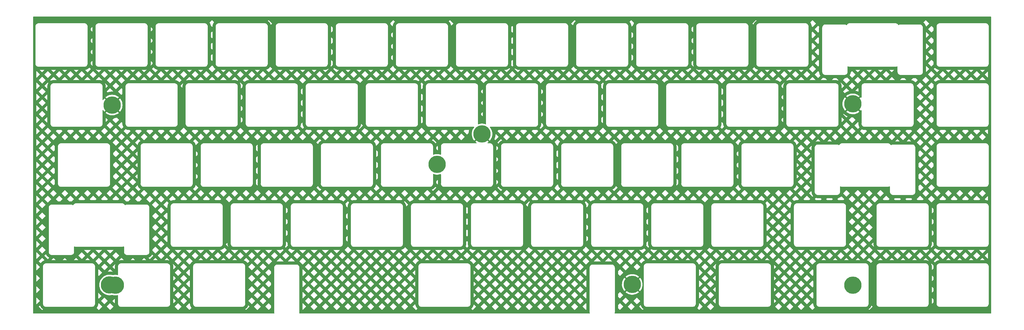
<source format=gbr>
G04 #@! TF.GenerationSoftware,KiCad,Pcbnew,(6.0.4)*
G04 #@! TF.CreationDate,2022-04-27T23:37:41+02:00*
G04 #@! TF.ProjectId,plate,706c6174-652e-46b6-9963-61645f706362,rev?*
G04 #@! TF.SameCoordinates,Original*
G04 #@! TF.FileFunction,Copper,L2,Bot*
G04 #@! TF.FilePolarity,Positive*
%FSLAX46Y46*%
G04 Gerber Fmt 4.6, Leading zero omitted, Abs format (unit mm)*
G04 Created by KiCad (PCBNEW (6.0.4)) date 2022-04-27 23:37:41*
%MOMM*%
%LPD*%
G01*
G04 APERTURE LIST*
G04 #@! TA.AperFunction,ComponentPad*
%ADD10C,5.500000*%
G04 #@! TD*
G04 APERTURE END LIST*
D10*
X26625000Y-85725072D03*
X142875000Y-37750000D03*
X260430000Y-85725072D03*
X260425000Y-28227050D03*
X25600000Y-28575024D03*
X128587608Y-47425040D03*
X190500160Y-85525000D03*
X24770000Y-85690000D03*
G04 #@! TA.AperFunction,Conductor*
G36*
X304233621Y-528502D02*
G01*
X304280114Y-582158D01*
X304291500Y-634500D01*
X304291500Y-94615500D01*
X304271498Y-94683621D01*
X304217842Y-94730114D01*
X304165500Y-94741500D01*
X185037521Y-94741500D01*
X184969400Y-94721498D01*
X184922907Y-94667842D01*
X184912803Y-94597568D01*
X184918663Y-94574224D01*
X184920054Y-94571241D01*
X184965723Y-94400791D01*
X184977053Y-94271282D01*
X184978318Y-94261371D01*
X184982326Y-94237552D01*
X184982479Y-94225000D01*
X184978523Y-94197376D01*
X184977250Y-94179514D01*
X184977250Y-93004731D01*
X185991250Y-93004731D01*
X186591845Y-93605326D01*
X187670890Y-92526281D01*
X189104901Y-92526281D01*
X190183947Y-93605327D01*
X191262993Y-92526281D01*
X192697003Y-92526281D01*
X193776049Y-93605327D01*
X194057054Y-93324322D01*
X193923871Y-93231054D01*
X193919437Y-93227802D01*
X193866704Y-93187333D01*
X193862418Y-93183893D01*
X193845596Y-93169776D01*
X193841465Y-93166152D01*
X193792464Y-93121247D01*
X193788493Y-93117446D01*
X193676196Y-93005139D01*
X211136374Y-93005139D01*
X211736562Y-93605327D01*
X212815607Y-92526281D01*
X214249618Y-92526281D01*
X215328664Y-93605327D01*
X216407710Y-92526281D01*
X215328664Y-91447235D01*
X214249618Y-92526281D01*
X212815607Y-92526281D01*
X211736562Y-91447235D01*
X211678750Y-91505047D01*
X211678750Y-91528528D01*
X211680417Y-91544553D01*
X211680826Y-91549397D01*
X211682090Y-91568795D01*
X211682313Y-91573657D01*
X211683869Y-91632493D01*
X211683904Y-91637360D01*
X211683751Y-91649912D01*
X211683597Y-91654778D01*
X211680605Y-91713588D01*
X211680264Y-91718446D01*
X211678526Y-91737816D01*
X211677998Y-91742651D01*
X211672340Y-91786579D01*
X211663366Y-91889162D01*
X211662767Y-91894629D01*
X211654087Y-91960553D01*
X211653250Y-91965987D01*
X211649436Y-91987615D01*
X211648364Y-91993004D01*
X211633982Y-92057879D01*
X211632676Y-92063217D01*
X211587007Y-92233667D01*
X211585469Y-92238945D01*
X211565479Y-92302349D01*
X211563712Y-92307555D01*
X211556201Y-92328192D01*
X211554209Y-92333315D01*
X211528777Y-92394717D01*
X211526563Y-92399747D01*
X211451992Y-92559678D01*
X211449562Y-92564608D01*
X211418883Y-92623548D01*
X211416241Y-92628364D01*
X211405261Y-92647385D01*
X211402408Y-92652087D01*
X211366680Y-92708175D01*
X211363625Y-92712748D01*
X211262416Y-92857301D01*
X211259166Y-92861734D01*
X211218699Y-92914476D01*
X211215257Y-92918764D01*
X211201141Y-92935588D01*
X211197517Y-92939721D01*
X211152617Y-92988724D01*
X211148817Y-92992694D01*
X211136374Y-93005139D01*
X193676196Y-93005139D01*
X193663727Y-92992669D01*
X193659925Y-92988697D01*
X193615009Y-92939675D01*
X193611384Y-92935541D01*
X193597267Y-92918715D01*
X193593827Y-92914428D01*
X193553369Y-92861697D01*
X193550119Y-92857264D01*
X193448916Y-92712718D01*
X193445862Y-92708148D01*
X193410154Y-92652093D01*
X193407303Y-92647394D01*
X193396323Y-92628375D01*
X193393678Y-92623554D01*
X193362984Y-92564586D01*
X193360554Y-92559657D01*
X193285986Y-92399734D01*
X193283772Y-92394703D01*
X193258334Y-92333287D01*
X193256342Y-92328162D01*
X193248831Y-92307524D01*
X193247064Y-92302318D01*
X193227079Y-92238927D01*
X193225541Y-92233651D01*
X193179874Y-92063209D01*
X193178568Y-92057872D01*
X193176181Y-92047103D01*
X192697003Y-92526281D01*
X191262993Y-92526281D01*
X190183947Y-91447235D01*
X189104901Y-92526281D01*
X187670890Y-92526281D01*
X186591845Y-91447236D01*
X185991250Y-92047831D01*
X185991250Y-93004731D01*
X184977250Y-93004731D01*
X184977250Y-90730229D01*
X187308850Y-90730229D01*
X188387896Y-91809275D01*
X189466941Y-90730229D01*
X190900952Y-90730229D01*
X191979998Y-91809275D01*
X192170549Y-91618724D01*
X194142559Y-91618724D01*
X194144749Y-91635467D01*
X194145330Y-91640792D01*
X194147129Y-91661358D01*
X194158163Y-91787483D01*
X194159326Y-91800782D01*
X194204993Y-91971224D01*
X194207316Y-91976206D01*
X194245405Y-92057893D01*
X194279561Y-92131147D01*
X194282718Y-92135656D01*
X194355023Y-92238927D01*
X194380764Y-92275693D01*
X194384651Y-92279580D01*
X194384654Y-92279584D01*
X194501640Y-92396580D01*
X194505530Y-92400470D01*
X194650066Y-92501689D01*
X194655052Y-92504015D01*
X194655053Y-92504015D01*
X194784923Y-92564586D01*
X194809981Y-92576273D01*
X194815291Y-92577696D01*
X194815293Y-92577697D01*
X194863198Y-92590537D01*
X194980418Y-92621956D01*
X195109927Y-92633299D01*
X195119821Y-92634564D01*
X195138849Y-92637768D01*
X195138858Y-92637769D01*
X195143647Y-92638575D01*
X195148501Y-92638635D01*
X195148506Y-92638635D01*
X195149969Y-92638653D01*
X195156199Y-92638729D01*
X195161012Y-92638040D01*
X195161015Y-92638040D01*
X195183856Y-92634771D01*
X195201706Y-92633500D01*
X209603034Y-92633500D01*
X209623925Y-92635244D01*
X209643749Y-92638577D01*
X209648607Y-92638636D01*
X209648609Y-92638636D01*
X209651429Y-92638670D01*
X209656301Y-92638729D01*
X209676677Y-92635809D01*
X209683543Y-92635016D01*
X209832090Y-92622006D01*
X210002536Y-92576320D01*
X210162459Y-92501732D01*
X210307003Y-92400509D01*
X210431774Y-92275725D01*
X210532983Y-92131172D01*
X210607554Y-91971241D01*
X210653223Y-91800791D01*
X210654387Y-91787483D01*
X210664553Y-91671282D01*
X210665819Y-91661368D01*
X210669826Y-91637552D01*
X210669979Y-91625000D01*
X210666023Y-91597376D01*
X210664750Y-91579514D01*
X210664750Y-90730229D01*
X212453567Y-90730229D01*
X213532613Y-91809275D01*
X214611659Y-90730229D01*
X216045669Y-90730229D01*
X216942250Y-91626810D01*
X216942189Y-91624226D01*
X216942256Y-91618724D01*
X217955059Y-91618724D01*
X217957249Y-91635467D01*
X217957830Y-91640792D01*
X217959629Y-91661358D01*
X217970663Y-91787483D01*
X217971826Y-91800782D01*
X218017493Y-91971224D01*
X218019816Y-91976206D01*
X218057905Y-92057893D01*
X218092061Y-92131147D01*
X218095218Y-92135656D01*
X218167523Y-92238927D01*
X218193264Y-92275693D01*
X218197151Y-92279580D01*
X218197154Y-92279584D01*
X218314140Y-92396580D01*
X218318030Y-92400470D01*
X218462566Y-92501689D01*
X218467552Y-92504015D01*
X218467553Y-92504015D01*
X218597423Y-92564586D01*
X218622481Y-92576273D01*
X218627791Y-92577696D01*
X218627793Y-92577697D01*
X218675698Y-92590537D01*
X218792918Y-92621956D01*
X218922427Y-92633299D01*
X218932321Y-92634564D01*
X218951349Y-92637768D01*
X218951358Y-92637769D01*
X218956147Y-92638575D01*
X218961001Y-92638635D01*
X218961006Y-92638635D01*
X218962469Y-92638653D01*
X218968699Y-92638729D01*
X218973512Y-92638040D01*
X218973515Y-92638040D01*
X218996356Y-92634771D01*
X219014206Y-92633500D01*
X233415534Y-92633500D01*
X233436425Y-92635244D01*
X233456249Y-92638577D01*
X233461107Y-92638636D01*
X233461109Y-92638636D01*
X233463929Y-92638670D01*
X233468801Y-92638729D01*
X233489177Y-92635809D01*
X233496043Y-92635016D01*
X233644590Y-92622006D01*
X233815036Y-92576320D01*
X233922324Y-92526281D01*
X235802233Y-92526281D01*
X236881279Y-93605327D01*
X237960325Y-92526281D01*
X239394335Y-92526281D01*
X240473381Y-93605327D01*
X241552427Y-92526281D01*
X242986438Y-92526281D01*
X244065484Y-93605327D01*
X245144529Y-92526281D01*
X246578540Y-92526281D01*
X247657586Y-93605327D01*
X247867363Y-93395550D01*
X265408321Y-93395550D01*
X265618098Y-93605327D01*
X266697144Y-92526281D01*
X266366062Y-92195199D01*
X266355750Y-92233685D01*
X266354212Y-92238962D01*
X266334222Y-92302364D01*
X266332454Y-92307571D01*
X266324942Y-92328210D01*
X266322950Y-92333333D01*
X266297511Y-92394748D01*
X266295297Y-92399780D01*
X266220720Y-92559711D01*
X266218288Y-92564642D01*
X266187589Y-92623613D01*
X266184945Y-92628433D01*
X266173963Y-92647454D01*
X266171111Y-92652154D01*
X266135396Y-92708214D01*
X266132342Y-92712784D01*
X266031126Y-92857335D01*
X266027874Y-92861770D01*
X265987390Y-92914528D01*
X265983948Y-92918817D01*
X265969830Y-92935641D01*
X265966206Y-92939772D01*
X265921312Y-92988763D01*
X265917512Y-92992732D01*
X265792732Y-93117512D01*
X265788763Y-93121312D01*
X265739772Y-93166206D01*
X265735641Y-93169830D01*
X265718817Y-93183948D01*
X265714528Y-93187390D01*
X265661770Y-93227874D01*
X265657335Y-93231126D01*
X265512784Y-93332342D01*
X265508214Y-93335396D01*
X265452154Y-93371111D01*
X265447454Y-93373963D01*
X265428433Y-93384945D01*
X265423613Y-93387589D01*
X265408321Y-93395550D01*
X247867363Y-93395550D01*
X248356434Y-92906479D01*
X248322126Y-92861770D01*
X248318874Y-92857335D01*
X248217658Y-92712784D01*
X248214604Y-92708214D01*
X248178889Y-92652154D01*
X248176037Y-92647454D01*
X248165055Y-92628433D01*
X248162411Y-92623613D01*
X248131712Y-92564642D01*
X248129280Y-92559711D01*
X248054703Y-92399780D01*
X248052489Y-92394748D01*
X248027050Y-92333333D01*
X248025058Y-92328210D01*
X248017546Y-92307571D01*
X248015778Y-92302364D01*
X247995788Y-92238962D01*
X247994250Y-92233685D01*
X247948578Y-92063233D01*
X247947272Y-92057893D01*
X247932886Y-91993002D01*
X247931813Y-91987612D01*
X247927999Y-91965983D01*
X247927163Y-91960549D01*
X247918485Y-91894636D01*
X247917886Y-91889171D01*
X247903787Y-91728022D01*
X247904518Y-91724384D01*
X247904028Y-91724413D01*
X247902102Y-91691751D01*
X247829075Y-91618724D01*
X248911309Y-91618724D01*
X248913136Y-91632692D01*
X248913345Y-91634290D01*
X248913929Y-91639644D01*
X248915253Y-91654775D01*
X248928028Y-91800793D01*
X248929452Y-91806107D01*
X248929452Y-91806108D01*
X248972272Y-91965914D01*
X248973700Y-91971245D01*
X248976022Y-91976226D01*
X248976023Y-91976227D01*
X249045951Y-92126189D01*
X249045954Y-92126194D01*
X249048277Y-92131176D01*
X249149493Y-92275727D01*
X249274273Y-92400507D01*
X249278781Y-92403664D01*
X249278784Y-92403666D01*
X249338126Y-92445217D01*
X249418824Y-92501723D01*
X249423806Y-92504046D01*
X249423811Y-92504049D01*
X249553634Y-92564586D01*
X249578755Y-92576300D01*
X249584063Y-92577722D01*
X249584065Y-92577723D01*
X249743892Y-92620548D01*
X249743893Y-92620548D01*
X249749207Y-92621972D01*
X249878712Y-92633302D01*
X249888626Y-92634568D01*
X249896007Y-92635810D01*
X249907656Y-92637770D01*
X249907658Y-92637770D01*
X249912448Y-92638576D01*
X249918724Y-92638652D01*
X249920140Y-92638670D01*
X249920143Y-92638670D01*
X249925000Y-92638729D01*
X249952624Y-92634773D01*
X249970486Y-92633500D01*
X264371750Y-92633500D01*
X264392655Y-92635246D01*
X264407656Y-92637770D01*
X264407659Y-92637770D01*
X264412448Y-92638576D01*
X264418525Y-92638650D01*
X264420135Y-92638670D01*
X264420139Y-92638670D01*
X264425000Y-92638729D01*
X264429814Y-92638040D01*
X264429824Y-92638039D01*
X264446280Y-92635682D01*
X264453149Y-92634889D01*
X264600793Y-92621972D01*
X264606107Y-92620548D01*
X264606108Y-92620548D01*
X264765935Y-92577723D01*
X264765937Y-92577722D01*
X264771245Y-92576300D01*
X264796366Y-92564586D01*
X264926189Y-92504049D01*
X264926194Y-92504046D01*
X264931176Y-92501723D01*
X265011874Y-92445217D01*
X265071216Y-92403666D01*
X265071219Y-92403664D01*
X265075727Y-92400507D01*
X265200507Y-92275727D01*
X265301723Y-92131176D01*
X265304046Y-92126194D01*
X265304049Y-92126189D01*
X265373977Y-91976227D01*
X265373978Y-91976226D01*
X265376300Y-91971245D01*
X265377729Y-91965914D01*
X265420548Y-91806108D01*
X265420548Y-91806107D01*
X265421972Y-91800793D01*
X265433303Y-91671282D01*
X265434569Y-91661368D01*
X265437770Y-91642344D01*
X265437770Y-91642342D01*
X265438576Y-91637552D01*
X265438729Y-91625000D01*
X265437830Y-91618724D01*
X267961309Y-91618724D01*
X267963136Y-91632692D01*
X267963345Y-91634290D01*
X267963929Y-91639644D01*
X267965253Y-91654775D01*
X267978028Y-91800793D01*
X267979452Y-91806107D01*
X267979452Y-91806108D01*
X268022272Y-91965914D01*
X268023700Y-91971245D01*
X268026022Y-91976226D01*
X268026023Y-91976227D01*
X268095951Y-92126189D01*
X268095954Y-92126194D01*
X268098277Y-92131176D01*
X268199493Y-92275727D01*
X268324273Y-92400507D01*
X268328781Y-92403664D01*
X268328784Y-92403666D01*
X268388126Y-92445217D01*
X268468824Y-92501723D01*
X268473806Y-92504046D01*
X268473811Y-92504049D01*
X268603634Y-92564586D01*
X268628755Y-92576300D01*
X268634063Y-92577722D01*
X268634065Y-92577723D01*
X268793892Y-92620548D01*
X268793893Y-92620548D01*
X268799207Y-92621972D01*
X268928712Y-92633302D01*
X268938626Y-92634568D01*
X268946007Y-92635810D01*
X268957656Y-92637770D01*
X268957658Y-92637770D01*
X268962448Y-92638576D01*
X268968724Y-92638652D01*
X268970140Y-92638670D01*
X268970143Y-92638670D01*
X268975000Y-92638729D01*
X269002624Y-92634773D01*
X269020486Y-92633500D01*
X283421750Y-92633500D01*
X283442655Y-92635246D01*
X283457656Y-92637770D01*
X283457659Y-92637770D01*
X283462448Y-92638576D01*
X283468525Y-92638650D01*
X283470135Y-92638670D01*
X283470139Y-92638670D01*
X283475000Y-92638729D01*
X283479814Y-92638040D01*
X283479824Y-92638039D01*
X283496280Y-92635682D01*
X283503149Y-92634889D01*
X283650793Y-92621972D01*
X283656107Y-92620548D01*
X283656108Y-92620548D01*
X283815935Y-92577723D01*
X283815937Y-92577722D01*
X283821245Y-92576300D01*
X283846366Y-92564586D01*
X283976189Y-92504049D01*
X283976194Y-92504046D01*
X283981176Y-92501723D01*
X284061874Y-92445217D01*
X284121216Y-92403666D01*
X284121219Y-92403664D01*
X284125727Y-92400507D01*
X284250507Y-92275727D01*
X284351723Y-92131176D01*
X284354046Y-92126194D01*
X284354049Y-92126189D01*
X284423977Y-91976227D01*
X284423978Y-91976226D01*
X284426300Y-91971245D01*
X284427729Y-91965914D01*
X284470548Y-91806108D01*
X284470548Y-91806107D01*
X284471972Y-91800793D01*
X284483303Y-91671282D01*
X284484569Y-91661368D01*
X284487770Y-91642344D01*
X284487770Y-91642342D01*
X284488576Y-91637552D01*
X284488729Y-91625000D01*
X284484773Y-91597376D01*
X284483500Y-91579514D01*
X284483500Y-89774023D01*
X285497500Y-89774023D01*
X285497500Y-91528528D01*
X285499167Y-91544553D01*
X285499576Y-91549397D01*
X285500840Y-91568795D01*
X285501063Y-91573657D01*
X285502619Y-91632493D01*
X285502654Y-91637360D01*
X285502501Y-91649912D01*
X285502347Y-91654775D01*
X285500910Y-91683027D01*
X285565213Y-91618724D01*
X287011309Y-91618724D01*
X287013136Y-91632692D01*
X287013345Y-91634290D01*
X287013929Y-91639644D01*
X287015253Y-91654775D01*
X287028028Y-91800793D01*
X287029452Y-91806107D01*
X287029452Y-91806108D01*
X287072272Y-91965914D01*
X287073700Y-91971245D01*
X287076022Y-91976226D01*
X287076023Y-91976227D01*
X287145951Y-92126189D01*
X287145954Y-92126194D01*
X287148277Y-92131176D01*
X287249493Y-92275727D01*
X287374273Y-92400507D01*
X287378781Y-92403664D01*
X287378784Y-92403666D01*
X287438126Y-92445217D01*
X287518824Y-92501723D01*
X287523806Y-92504046D01*
X287523811Y-92504049D01*
X287653634Y-92564586D01*
X287678755Y-92576300D01*
X287684063Y-92577722D01*
X287684065Y-92577723D01*
X287843892Y-92620548D01*
X287843893Y-92620548D01*
X287849207Y-92621972D01*
X287978712Y-92633302D01*
X287988626Y-92634568D01*
X287996007Y-92635810D01*
X288007656Y-92637770D01*
X288007658Y-92637770D01*
X288012448Y-92638576D01*
X288018724Y-92638652D01*
X288020140Y-92638670D01*
X288020143Y-92638670D01*
X288025000Y-92638729D01*
X288052624Y-92634773D01*
X288070486Y-92633500D01*
X302471750Y-92633500D01*
X302492655Y-92635246D01*
X302507656Y-92637770D01*
X302507659Y-92637770D01*
X302512448Y-92638576D01*
X302518525Y-92638650D01*
X302520135Y-92638670D01*
X302520139Y-92638670D01*
X302525000Y-92638729D01*
X302529814Y-92638040D01*
X302529824Y-92638039D01*
X302546280Y-92635682D01*
X302553149Y-92634889D01*
X302700793Y-92621972D01*
X302706107Y-92620548D01*
X302706108Y-92620548D01*
X302865935Y-92577723D01*
X302865937Y-92577722D01*
X302871245Y-92576300D01*
X302896366Y-92564586D01*
X303026189Y-92504049D01*
X303026194Y-92504046D01*
X303031176Y-92501723D01*
X303111874Y-92445217D01*
X303171216Y-92403666D01*
X303171219Y-92403664D01*
X303175727Y-92400507D01*
X303300507Y-92275727D01*
X303401723Y-92131176D01*
X303404046Y-92126194D01*
X303404049Y-92126189D01*
X303473977Y-91976227D01*
X303473978Y-91976226D01*
X303476300Y-91971245D01*
X303477729Y-91965914D01*
X303520548Y-91806108D01*
X303520548Y-91806107D01*
X303521972Y-91800793D01*
X303533303Y-91671282D01*
X303534569Y-91661368D01*
X303537770Y-91642344D01*
X303537770Y-91642342D01*
X303538576Y-91637552D01*
X303538729Y-91625000D01*
X303534773Y-91597376D01*
X303533500Y-91579514D01*
X303533500Y-79878250D01*
X303535246Y-79857345D01*
X303537770Y-79842344D01*
X303537770Y-79842341D01*
X303538576Y-79837552D01*
X303538729Y-79825000D01*
X303538040Y-79820186D01*
X303538039Y-79820176D01*
X303535682Y-79803720D01*
X303534888Y-79796839D01*
X303534748Y-79795239D01*
X303521972Y-79649207D01*
X303498292Y-79560832D01*
X303477723Y-79484065D01*
X303477722Y-79484063D01*
X303476300Y-79478755D01*
X303468667Y-79462385D01*
X303404049Y-79323811D01*
X303404046Y-79323806D01*
X303401723Y-79318824D01*
X303326479Y-79211365D01*
X303303666Y-79178784D01*
X303303664Y-79178781D01*
X303300507Y-79174273D01*
X303175727Y-79049493D01*
X303171219Y-79046336D01*
X303171216Y-79046334D01*
X303069333Y-78974995D01*
X303031176Y-78948277D01*
X303026194Y-78945954D01*
X303026189Y-78945951D01*
X302876227Y-78876023D01*
X302876226Y-78876022D01*
X302871245Y-78873700D01*
X302865937Y-78872278D01*
X302865935Y-78872277D01*
X302706108Y-78829452D01*
X302706107Y-78829452D01*
X302700793Y-78828028D01*
X302571288Y-78816698D01*
X302561374Y-78815432D01*
X302550444Y-78813593D01*
X302542344Y-78812230D01*
X302542342Y-78812230D01*
X302537552Y-78811424D01*
X302531276Y-78811348D01*
X302529860Y-78811330D01*
X302529857Y-78811330D01*
X302525000Y-78811271D01*
X302501168Y-78814684D01*
X302497376Y-78815227D01*
X302479514Y-78816500D01*
X288078250Y-78816500D01*
X288057345Y-78814754D01*
X288042344Y-78812230D01*
X288042341Y-78812230D01*
X288037552Y-78811424D01*
X288031475Y-78811350D01*
X288029865Y-78811330D01*
X288029861Y-78811330D01*
X288025000Y-78811271D01*
X288020186Y-78811960D01*
X288020176Y-78811961D01*
X288003720Y-78814318D01*
X287996851Y-78815111D01*
X287849207Y-78828028D01*
X287843893Y-78829452D01*
X287843892Y-78829452D01*
X287684065Y-78872277D01*
X287684063Y-78872278D01*
X287678755Y-78873700D01*
X287673774Y-78876022D01*
X287673773Y-78876023D01*
X287523811Y-78945951D01*
X287523806Y-78945954D01*
X287518824Y-78948277D01*
X287480667Y-78974995D01*
X287378784Y-79046334D01*
X287378781Y-79046336D01*
X287374273Y-79049493D01*
X287249493Y-79174273D01*
X287246336Y-79178781D01*
X287246334Y-79178784D01*
X287223521Y-79211365D01*
X287148277Y-79318824D01*
X287145954Y-79323806D01*
X287145951Y-79323811D01*
X287081333Y-79462385D01*
X287073700Y-79478755D01*
X287072278Y-79484063D01*
X287072277Y-79484065D01*
X287070835Y-79489447D01*
X287028028Y-79649207D01*
X287021937Y-79718828D01*
X287015987Y-79786839D01*
X287014969Y-79795224D01*
X287011309Y-79818724D01*
X287013581Y-79836098D01*
X287015436Y-79850283D01*
X287016500Y-79866621D01*
X287016500Y-91575633D01*
X287015000Y-91595018D01*
X287012690Y-91609851D01*
X287012690Y-91609855D01*
X287011309Y-91618724D01*
X285565213Y-91618724D01*
X286002500Y-91181437D01*
X286002500Y-90279022D01*
X285497500Y-89774023D01*
X284483500Y-89774023D01*
X284483500Y-86181919D01*
X285497500Y-86181919D01*
X285497500Y-88094335D01*
X286002500Y-87589335D01*
X286002500Y-86686919D01*
X285497500Y-86181919D01*
X284483500Y-86181919D01*
X284483500Y-82589817D01*
X285497500Y-82589817D01*
X285497500Y-84502231D01*
X286002500Y-83997232D01*
X286002500Y-83094817D01*
X285497500Y-82589817D01*
X284483500Y-82589817D01*
X284483500Y-79878250D01*
X284485246Y-79857345D01*
X284487770Y-79842344D01*
X284487770Y-79842341D01*
X284488576Y-79837552D01*
X284488729Y-79825000D01*
X284488040Y-79820186D01*
X284488039Y-79820176D01*
X284485682Y-79803720D01*
X284484888Y-79796839D01*
X284484748Y-79795239D01*
X284471972Y-79649207D01*
X284448292Y-79560832D01*
X284427723Y-79484065D01*
X284427722Y-79484063D01*
X284426300Y-79478755D01*
X284418667Y-79462385D01*
X284354049Y-79323811D01*
X284354046Y-79323806D01*
X284351723Y-79318824D01*
X284276479Y-79211365D01*
X284253666Y-79178784D01*
X284253664Y-79178781D01*
X284250507Y-79174273D01*
X284125727Y-79049493D01*
X284121219Y-79046336D01*
X284121216Y-79046334D01*
X284019333Y-78974995D01*
X283984585Y-78950664D01*
X285298874Y-78950664D01*
X285345297Y-79050220D01*
X285347511Y-79055252D01*
X285372950Y-79116667D01*
X285374942Y-79121790D01*
X285382454Y-79142429D01*
X285384222Y-79147636D01*
X285404212Y-79211038D01*
X285405750Y-79216315D01*
X285451422Y-79386767D01*
X285452728Y-79392107D01*
X285467114Y-79456998D01*
X285468187Y-79462388D01*
X285472001Y-79484017D01*
X285472837Y-79489451D01*
X285481515Y-79555366D01*
X285482114Y-79560832D01*
X285493039Y-79685706D01*
X285493084Y-79686072D01*
X285499171Y-79744592D01*
X285499581Y-79749441D01*
X285500844Y-79768838D01*
X285501066Y-79773698D01*
X285502619Y-79832497D01*
X285502654Y-79837360D01*
X285502501Y-79849912D01*
X285502347Y-79854775D01*
X285499358Y-79913550D01*
X285499017Y-79918405D01*
X285497500Y-79935321D01*
X285497500Y-80910130D01*
X286002500Y-80405130D01*
X286002500Y-79898462D01*
X285998649Y-79833158D01*
X285998439Y-79824200D01*
X285998876Y-79788475D01*
X285999305Y-79779525D01*
X286005986Y-79699565D01*
X286005845Y-79698466D01*
X286017886Y-79560834D01*
X286018485Y-79555369D01*
X286022751Y-79522965D01*
X285374662Y-78874876D01*
X285298874Y-78950664D01*
X283984585Y-78950664D01*
X283981176Y-78948277D01*
X283976194Y-78945954D01*
X283976189Y-78945951D01*
X283826227Y-78876023D01*
X283826226Y-78876022D01*
X283821245Y-78873700D01*
X283815937Y-78872278D01*
X283815935Y-78872277D01*
X283656108Y-78829452D01*
X283656107Y-78829452D01*
X283650793Y-78828028D01*
X283521288Y-78816698D01*
X283511374Y-78815432D01*
X283500444Y-78813593D01*
X283492344Y-78812230D01*
X283492342Y-78812230D01*
X283487552Y-78811424D01*
X283481276Y-78811348D01*
X283479860Y-78811330D01*
X283479857Y-78811330D01*
X283475000Y-78811271D01*
X283451168Y-78814684D01*
X283447376Y-78815227D01*
X283429514Y-78816500D01*
X269028250Y-78816500D01*
X269007345Y-78814754D01*
X268992344Y-78812230D01*
X268992341Y-78812230D01*
X268987552Y-78811424D01*
X268981475Y-78811350D01*
X268979865Y-78811330D01*
X268979861Y-78811330D01*
X268975000Y-78811271D01*
X268970186Y-78811960D01*
X268970176Y-78811961D01*
X268953720Y-78814318D01*
X268946851Y-78815111D01*
X268799207Y-78828028D01*
X268793893Y-78829452D01*
X268793892Y-78829452D01*
X268634065Y-78872277D01*
X268634063Y-78872278D01*
X268628755Y-78873700D01*
X268623774Y-78876022D01*
X268623773Y-78876023D01*
X268473811Y-78945951D01*
X268473806Y-78945954D01*
X268468824Y-78948277D01*
X268430667Y-78974995D01*
X268328784Y-79046334D01*
X268328781Y-79046336D01*
X268324273Y-79049493D01*
X268199493Y-79174273D01*
X268196336Y-79178781D01*
X268196334Y-79178784D01*
X268173521Y-79211365D01*
X268098277Y-79318824D01*
X268095954Y-79323806D01*
X268095951Y-79323811D01*
X268031333Y-79462385D01*
X268023700Y-79478755D01*
X268022278Y-79484063D01*
X268022277Y-79484065D01*
X268020835Y-79489447D01*
X267978028Y-79649207D01*
X267971937Y-79718828D01*
X267965987Y-79786839D01*
X267964969Y-79795224D01*
X267961309Y-79818724D01*
X267963581Y-79836098D01*
X267965436Y-79850283D01*
X267966500Y-79866621D01*
X267966500Y-91575633D01*
X267965000Y-91595018D01*
X267962690Y-91609851D01*
X267962690Y-91609855D01*
X267961309Y-91618724D01*
X265437830Y-91618724D01*
X265434773Y-91597376D01*
X265433500Y-91579514D01*
X265433500Y-79878250D01*
X265435246Y-79857345D01*
X265437770Y-79842344D01*
X265437770Y-79842341D01*
X265438576Y-79837552D01*
X265438729Y-79825000D01*
X265438040Y-79820186D01*
X265438039Y-79820176D01*
X265435682Y-79803720D01*
X265434888Y-79796839D01*
X265434748Y-79795239D01*
X265421972Y-79649207D01*
X265398292Y-79560832D01*
X265377723Y-79484065D01*
X265377722Y-79484063D01*
X265376300Y-79478755D01*
X265368667Y-79462385D01*
X265304049Y-79323811D01*
X265304046Y-79323806D01*
X265301723Y-79318824D01*
X265226479Y-79211365D01*
X265203666Y-79178784D01*
X265203664Y-79178781D01*
X265200507Y-79174273D01*
X265075727Y-79049493D01*
X265071219Y-79046336D01*
X265071216Y-79046334D01*
X264969333Y-78974995D01*
X264931176Y-78948277D01*
X264926194Y-78945954D01*
X264926189Y-78945951D01*
X264776227Y-78876023D01*
X264776226Y-78876022D01*
X264771245Y-78873700D01*
X264765937Y-78872278D01*
X264765935Y-78872277D01*
X264606108Y-78829452D01*
X264606107Y-78829452D01*
X264600793Y-78828028D01*
X264471288Y-78816698D01*
X264461374Y-78815432D01*
X264450444Y-78813593D01*
X264442344Y-78812230D01*
X264442342Y-78812230D01*
X264437552Y-78811424D01*
X264431276Y-78811348D01*
X264429860Y-78811330D01*
X264429857Y-78811330D01*
X264425000Y-78811271D01*
X264401168Y-78814684D01*
X264397376Y-78815227D01*
X264379514Y-78816500D01*
X249978250Y-78816500D01*
X249957345Y-78814754D01*
X249942344Y-78812230D01*
X249942341Y-78812230D01*
X249937552Y-78811424D01*
X249931475Y-78811350D01*
X249929865Y-78811330D01*
X249929861Y-78811330D01*
X249925000Y-78811271D01*
X249920186Y-78811960D01*
X249920176Y-78811961D01*
X249903720Y-78814318D01*
X249896851Y-78815111D01*
X249749207Y-78828028D01*
X249743893Y-78829452D01*
X249743892Y-78829452D01*
X249584065Y-78872277D01*
X249584063Y-78872278D01*
X249578755Y-78873700D01*
X249573774Y-78876022D01*
X249573773Y-78876023D01*
X249423811Y-78945951D01*
X249423806Y-78945954D01*
X249418824Y-78948277D01*
X249380667Y-78974995D01*
X249278784Y-79046334D01*
X249278781Y-79046336D01*
X249274273Y-79049493D01*
X249149493Y-79174273D01*
X249146336Y-79178781D01*
X249146334Y-79178784D01*
X249123521Y-79211365D01*
X249048277Y-79318824D01*
X249045954Y-79323806D01*
X249045951Y-79323811D01*
X248981333Y-79462385D01*
X248973700Y-79478755D01*
X248972278Y-79484063D01*
X248972277Y-79484065D01*
X248970835Y-79489447D01*
X248928028Y-79649207D01*
X248921937Y-79718828D01*
X248915987Y-79786839D01*
X248914969Y-79795224D01*
X248911309Y-79818724D01*
X248913581Y-79836098D01*
X248915436Y-79850283D01*
X248916500Y-79866621D01*
X248916500Y-91575633D01*
X248915000Y-91595018D01*
X248912690Y-91609851D01*
X248912690Y-91609855D01*
X248911309Y-91618724D01*
X247829075Y-91618724D01*
X247657586Y-91447235D01*
X246578540Y-92526281D01*
X245144529Y-92526281D01*
X244065484Y-91447235D01*
X242986438Y-92526281D01*
X241552427Y-92526281D01*
X240473381Y-91447235D01*
X239394335Y-92526281D01*
X237960325Y-92526281D01*
X236881279Y-91447235D01*
X235802233Y-92526281D01*
X233922324Y-92526281D01*
X233974959Y-92501732D01*
X234119503Y-92400509D01*
X234244274Y-92275725D01*
X234345483Y-92131172D01*
X234420054Y-91971241D01*
X234465723Y-91800791D01*
X234466887Y-91787483D01*
X234477053Y-91671282D01*
X234478319Y-91661368D01*
X234482326Y-91637552D01*
X234482479Y-91625000D01*
X234478523Y-91597376D01*
X234477250Y-91579514D01*
X234477250Y-90057208D01*
X235491250Y-90057208D01*
X235491250Y-91403252D01*
X236164272Y-90730230D01*
X236164271Y-90730229D01*
X237598284Y-90730229D01*
X238677330Y-91809275D01*
X239756376Y-90730229D01*
X241190387Y-90730229D01*
X242269432Y-91809275D01*
X243348478Y-90730229D01*
X244782489Y-90730229D01*
X245861535Y-91809275D01*
X246940581Y-90730229D01*
X245861535Y-89651184D01*
X244782489Y-90730229D01*
X243348478Y-90730229D01*
X242269432Y-89651184D01*
X241190387Y-90730229D01*
X239756376Y-90730229D01*
X238677330Y-89651184D01*
X237598284Y-90730229D01*
X236164271Y-90730229D01*
X235491250Y-90057208D01*
X234477250Y-90057208D01*
X234477250Y-88934178D01*
X235802233Y-88934178D01*
X236881279Y-90013224D01*
X237960325Y-88934178D01*
X239394335Y-88934178D01*
X240473381Y-90013224D01*
X241552427Y-88934178D01*
X242986438Y-88934178D01*
X244065484Y-90013224D01*
X245144529Y-88934178D01*
X246578540Y-88934178D01*
X247657586Y-90013224D01*
X247902500Y-89768310D01*
X247902500Y-88100046D01*
X247657586Y-87855132D01*
X246578540Y-88934178D01*
X245144529Y-88934178D01*
X244065484Y-87855132D01*
X242986438Y-88934178D01*
X241552427Y-88934178D01*
X240473381Y-87855132D01*
X239394335Y-88934178D01*
X237960325Y-88934178D01*
X236881279Y-87855132D01*
X235802233Y-88934178D01*
X234477250Y-88934178D01*
X234477250Y-86465104D01*
X235491250Y-86465104D01*
X235491250Y-87811150D01*
X236164273Y-87138127D01*
X237598284Y-87138127D01*
X238677330Y-88217173D01*
X239756376Y-87138127D01*
X241190387Y-87138127D01*
X242269432Y-88217173D01*
X243348478Y-87138127D01*
X244782489Y-87138127D01*
X245861535Y-88217173D01*
X246940581Y-87138127D01*
X245861535Y-86059081D01*
X244782489Y-87138127D01*
X243348478Y-87138127D01*
X242269432Y-86059081D01*
X241190387Y-87138127D01*
X239756376Y-87138127D01*
X238677330Y-86059081D01*
X237598284Y-87138127D01*
X236164273Y-87138127D01*
X235491250Y-86465104D01*
X234477250Y-86465104D01*
X234477250Y-85342076D01*
X235802233Y-85342076D01*
X236881279Y-86421122D01*
X237960325Y-85342076D01*
X239394335Y-85342076D01*
X240473381Y-86421122D01*
X241552427Y-85342076D01*
X242986438Y-85342076D01*
X244065484Y-86421122D01*
X245144529Y-85342076D01*
X246578540Y-85342076D01*
X247657586Y-86421122D01*
X247902500Y-86176208D01*
X247902500Y-84507944D01*
X247657586Y-84263030D01*
X246578540Y-85342076D01*
X245144529Y-85342076D01*
X244065484Y-84263030D01*
X242986438Y-85342076D01*
X241552427Y-85342076D01*
X240473381Y-84263030D01*
X239394335Y-85342076D01*
X237960325Y-85342076D01*
X236881279Y-84263030D01*
X235802233Y-85342076D01*
X234477250Y-85342076D01*
X234477250Y-82873002D01*
X235491250Y-82873002D01*
X235491250Y-84219046D01*
X236164271Y-83546025D01*
X237598284Y-83546025D01*
X238677330Y-84625070D01*
X239756376Y-83546025D01*
X241190387Y-83546025D01*
X242269432Y-84625070D01*
X243348478Y-83546025D01*
X244782489Y-83546025D01*
X245861535Y-84625070D01*
X246940581Y-83546025D01*
X245861535Y-82466979D01*
X244782489Y-83546025D01*
X243348478Y-83546025D01*
X242269432Y-82466979D01*
X241190387Y-83546025D01*
X239756376Y-83546025D01*
X238677330Y-82466979D01*
X237598284Y-83546025D01*
X236164271Y-83546025D01*
X236164272Y-83546024D01*
X235491250Y-82873002D01*
X234477250Y-82873002D01*
X234477250Y-81749973D01*
X235802233Y-81749973D01*
X236881279Y-82829019D01*
X237960325Y-81749973D01*
X239394335Y-81749973D01*
X240473381Y-82829019D01*
X241552427Y-81749973D01*
X242986438Y-81749973D01*
X244065484Y-82829019D01*
X245144529Y-81749973D01*
X246578540Y-81749973D01*
X247657586Y-82829019D01*
X247902500Y-82584105D01*
X247902500Y-80915841D01*
X247657586Y-80670927D01*
X246578540Y-81749973D01*
X245144529Y-81749973D01*
X244065484Y-80670927D01*
X242986438Y-81749973D01*
X241552427Y-81749973D01*
X240473381Y-80670927D01*
X239394335Y-81749973D01*
X237960325Y-81749973D01*
X236881279Y-80670927D01*
X235802233Y-81749973D01*
X234477250Y-81749973D01*
X234477250Y-79878250D01*
X234478996Y-79857345D01*
X234481520Y-79842344D01*
X234481520Y-79842341D01*
X234482326Y-79837552D01*
X234482479Y-79825000D01*
X234481790Y-79820189D01*
X234481789Y-79820173D01*
X234479304Y-79802824D01*
X234478510Y-79795943D01*
X234478449Y-79795239D01*
X234470078Y-79699559D01*
X234466153Y-79654691D01*
X234466152Y-79654687D01*
X234465674Y-79649218D01*
X234441993Y-79560834D01*
X234421430Y-79484086D01*
X234421429Y-79484083D01*
X234420007Y-79478776D01*
X234379602Y-79392121D01*
X234347765Y-79323841D01*
X234347764Y-79323839D01*
X234345439Y-79318853D01*
X234270116Y-79211271D01*
X234247393Y-79178816D01*
X234245946Y-79176749D01*
X235387100Y-79176749D01*
X235397921Y-79211073D01*
X235399459Y-79216349D01*
X235445126Y-79386791D01*
X235446432Y-79392128D01*
X235460815Y-79457004D01*
X235461887Y-79462394D01*
X235465701Y-79484022D01*
X235466538Y-79489456D01*
X235475218Y-79555380D01*
X235475817Y-79560848D01*
X235486621Y-79684349D01*
X235486835Y-79686079D01*
X235492921Y-79744593D01*
X235493331Y-79749441D01*
X235494594Y-79768838D01*
X235494816Y-79773698D01*
X235496369Y-79832497D01*
X235496404Y-79837360D01*
X235496251Y-79849912D01*
X235496097Y-79854775D01*
X235493108Y-79913550D01*
X235492767Y-79918405D01*
X235491250Y-79935321D01*
X235491250Y-80626945D01*
X236164273Y-79953922D01*
X237598284Y-79953922D01*
X238677330Y-81032968D01*
X239756376Y-79953922D01*
X241190387Y-79953922D01*
X242269432Y-81032968D01*
X243348478Y-79953922D01*
X244782489Y-79953922D01*
X245861535Y-81032968D01*
X246940581Y-79953922D01*
X245861535Y-78874876D01*
X244782489Y-79953922D01*
X243348478Y-79953922D01*
X242269432Y-78874876D01*
X241190387Y-79953922D01*
X239756376Y-79953922D01*
X238677330Y-78874876D01*
X237598284Y-79953922D01*
X236164273Y-79953922D01*
X235387100Y-79176749D01*
X234245946Y-79176749D01*
X234244236Y-79174307D01*
X234240349Y-79170420D01*
X234240346Y-79170416D01*
X234123360Y-79053420D01*
X234119470Y-79049530D01*
X233974934Y-78948311D01*
X233815019Y-78873727D01*
X233809709Y-78872304D01*
X233809707Y-78872303D01*
X233707428Y-78844889D01*
X233644582Y-78828044D01*
X233515073Y-78816701D01*
X233505179Y-78815436D01*
X233486151Y-78812232D01*
X233486142Y-78812231D01*
X233481353Y-78811425D01*
X233476499Y-78811365D01*
X233476494Y-78811365D01*
X233475031Y-78811347D01*
X233468801Y-78811271D01*
X233463988Y-78811960D01*
X233463985Y-78811960D01*
X233441144Y-78815229D01*
X233423294Y-78816500D01*
X219021966Y-78816500D01*
X219001074Y-78814756D01*
X218986045Y-78812229D01*
X218981251Y-78811423D01*
X218976393Y-78811364D01*
X218976391Y-78811364D01*
X218973571Y-78811330D01*
X218968699Y-78811271D01*
X218948323Y-78814191D01*
X218941457Y-78814984D01*
X218792910Y-78827994D01*
X218622464Y-78873680D01*
X218462541Y-78948268D01*
X218458032Y-78951425D01*
X218458033Y-78951425D01*
X218324536Y-79044912D01*
X218317997Y-79049491D01*
X218193226Y-79174275D01*
X218092017Y-79318828D01*
X218017446Y-79478759D01*
X217971777Y-79649209D01*
X217971298Y-79654680D01*
X217971298Y-79654682D01*
X217959737Y-79786834D01*
X217958717Y-79795228D01*
X217955059Y-79818724D01*
X217956223Y-79827626D01*
X217956223Y-79827628D01*
X217959186Y-79850283D01*
X217960250Y-79866621D01*
X217960250Y-91575633D01*
X217958750Y-91595018D01*
X217956440Y-91609851D01*
X217956440Y-91609855D01*
X217955059Y-91618724D01*
X216942256Y-91618724D01*
X216942625Y-91588501D01*
X216943053Y-91579552D01*
X216946250Y-91541274D01*
X216946250Y-89829649D01*
X216045669Y-90730229D01*
X214611659Y-90730229D01*
X213532613Y-89651184D01*
X212453567Y-90730229D01*
X210664750Y-90730229D01*
X210664750Y-89955412D01*
X211678750Y-89955412D01*
X211736562Y-90013224D01*
X212815607Y-88934178D01*
X214249618Y-88934178D01*
X215328664Y-90013224D01*
X216407710Y-88934178D01*
X215328664Y-87855132D01*
X214249618Y-88934178D01*
X212815607Y-88934178D01*
X211736562Y-87855132D01*
X211678750Y-87912944D01*
X211678750Y-89955412D01*
X210664750Y-89955412D01*
X210664750Y-87138127D01*
X212453567Y-87138127D01*
X213532613Y-88217173D01*
X214611659Y-87138127D01*
X216045669Y-87138127D01*
X216946250Y-88038708D01*
X216946250Y-86237546D01*
X216045669Y-87138127D01*
X214611659Y-87138127D01*
X213532613Y-86059081D01*
X212453567Y-87138127D01*
X210664750Y-87138127D01*
X210664750Y-86363310D01*
X211678750Y-86363310D01*
X211736562Y-86421122D01*
X212815607Y-85342076D01*
X214249618Y-85342076D01*
X215328664Y-86421122D01*
X216407710Y-85342076D01*
X215328664Y-84263030D01*
X214249618Y-85342076D01*
X212815607Y-85342076D01*
X211736562Y-84263030D01*
X211678750Y-84320842D01*
X211678750Y-86363310D01*
X210664750Y-86363310D01*
X210664750Y-83546025D01*
X212453567Y-83546025D01*
X213532613Y-84625070D01*
X214611659Y-83546025D01*
X216045669Y-83546025D01*
X216946250Y-84446605D01*
X216946250Y-82645444D01*
X216045669Y-83546025D01*
X214611659Y-83546025D01*
X213532613Y-82466979D01*
X212453567Y-83546025D01*
X210664750Y-83546025D01*
X210664750Y-82771207D01*
X211678750Y-82771207D01*
X211736562Y-82829019D01*
X212815607Y-81749973D01*
X214249618Y-81749973D01*
X215328664Y-82829019D01*
X216407710Y-81749973D01*
X215328664Y-80670927D01*
X214249618Y-81749973D01*
X212815607Y-81749973D01*
X211736562Y-80670927D01*
X211678750Y-80728739D01*
X211678750Y-82771207D01*
X210664750Y-82771207D01*
X210664750Y-79953922D01*
X212453567Y-79953922D01*
X213532613Y-81032968D01*
X214611659Y-79953922D01*
X216045669Y-79953922D01*
X216946250Y-80854503D01*
X216946250Y-79898473D01*
X216942399Y-79833180D01*
X216942189Y-79824223D01*
X216942625Y-79788501D01*
X216943053Y-79779551D01*
X216949734Y-79699559D01*
X216949594Y-79698463D01*
X216961634Y-79560838D01*
X216962233Y-79555371D01*
X216970913Y-79489447D01*
X216971750Y-79484013D01*
X216975564Y-79462385D01*
X216976636Y-79456996D01*
X216991018Y-79392121D01*
X216992324Y-79386783D01*
X217037993Y-79216333D01*
X217039531Y-79211055D01*
X217059521Y-79147651D01*
X217061288Y-79142445D01*
X217068799Y-79121808D01*
X217070791Y-79116685D01*
X217096223Y-79055283D01*
X217098437Y-79050253D01*
X217162563Y-78912724D01*
X217124715Y-78874876D01*
X216045669Y-79953922D01*
X214611659Y-79953922D01*
X213532613Y-78874876D01*
X212453567Y-79953922D01*
X210664750Y-79953922D01*
X210664750Y-79878250D01*
X210666496Y-79857345D01*
X210669020Y-79842344D01*
X210669020Y-79842341D01*
X210669826Y-79837552D01*
X210669979Y-79825000D01*
X210669290Y-79820189D01*
X210669289Y-79820173D01*
X210666804Y-79802824D01*
X210666010Y-79795943D01*
X210665949Y-79795239D01*
X210657578Y-79699559D01*
X210653653Y-79654691D01*
X210653652Y-79654687D01*
X210653174Y-79649218D01*
X210629493Y-79560834D01*
X210608930Y-79484086D01*
X210608929Y-79484083D01*
X210607507Y-79478776D01*
X210567102Y-79392121D01*
X210535265Y-79323841D01*
X210535264Y-79323839D01*
X210532939Y-79318853D01*
X210457616Y-79211271D01*
X210434893Y-79178816D01*
X210431736Y-79174307D01*
X210427849Y-79170420D01*
X210427846Y-79170416D01*
X210310860Y-79053420D01*
X210306970Y-79049530D01*
X210162434Y-78948311D01*
X210002519Y-78873727D01*
X209997209Y-78872304D01*
X209997207Y-78872303D01*
X209894928Y-78844889D01*
X209832082Y-78828044D01*
X209702573Y-78816701D01*
X209692679Y-78815436D01*
X209673651Y-78812232D01*
X209673642Y-78812231D01*
X209668853Y-78811425D01*
X209663999Y-78811365D01*
X209663994Y-78811365D01*
X209662531Y-78811347D01*
X209656301Y-78811271D01*
X209651488Y-78811960D01*
X209651485Y-78811960D01*
X209628644Y-78815229D01*
X209610794Y-78816500D01*
X195209466Y-78816500D01*
X195188574Y-78814756D01*
X195173545Y-78812229D01*
X195168751Y-78811423D01*
X195163893Y-78811364D01*
X195163891Y-78811364D01*
X195161071Y-78811330D01*
X195156199Y-78811271D01*
X195135823Y-78814191D01*
X195128957Y-78814984D01*
X194980410Y-78827994D01*
X194809964Y-78873680D01*
X194650041Y-78948268D01*
X194645532Y-78951425D01*
X194645533Y-78951425D01*
X194512036Y-79044912D01*
X194505497Y-79049491D01*
X194380726Y-79174275D01*
X194279517Y-79318828D01*
X194204946Y-79478759D01*
X194159277Y-79649209D01*
X194158798Y-79654680D01*
X194158798Y-79654682D01*
X194147237Y-79786834D01*
X194146217Y-79795228D01*
X194142559Y-79818724D01*
X194143723Y-79827626D01*
X194143723Y-79827628D01*
X194146686Y-79850283D01*
X194147750Y-79866621D01*
X194147750Y-91575633D01*
X194146250Y-91595018D01*
X194143940Y-91609851D01*
X194143940Y-91609855D01*
X194142559Y-91618724D01*
X192170549Y-91618724D01*
X193059044Y-90730229D01*
X191979998Y-89651184D01*
X190900952Y-90730229D01*
X189466941Y-90730229D01*
X188387896Y-89651184D01*
X187308850Y-90730229D01*
X184977250Y-90730229D01*
X184977250Y-89412628D01*
X185991250Y-89412628D01*
X186591845Y-90013223D01*
X187670890Y-88934178D01*
X186741101Y-88004389D01*
X188385701Y-88004389D01*
X188393838Y-88015395D01*
X188654098Y-88215099D01*
X188659697Y-88218933D01*
X188955421Y-88398736D01*
X188961411Y-88401948D01*
X189274817Y-88548758D01*
X189281121Y-88551305D01*
X189608544Y-88663406D01*
X189615095Y-88665260D01*
X189952699Y-88741342D01*
X189959418Y-88742479D01*
X190303273Y-88781657D01*
X190310063Y-88782060D01*
X190656133Y-88783872D01*
X190662934Y-88783540D01*
X191007180Y-88747966D01*
X191013908Y-88746900D01*
X191352304Y-88674353D01*
X191358853Y-88672574D01*
X191687438Y-88563905D01*
X191693780Y-88561419D01*
X192008683Y-88417910D01*
X192014737Y-88414745D01*
X192312288Y-88238073D01*
X192317969Y-88234270D01*
X192594707Y-88026489D01*
X192599931Y-88022105D01*
X192606398Y-88016053D01*
X192614467Y-88002373D01*
X192614440Y-88001649D01*
X192609296Y-87993346D01*
X190512972Y-85897022D01*
X190499028Y-85889408D01*
X190497195Y-85889539D01*
X190490580Y-85893790D01*
X188392582Y-87991788D01*
X188385701Y-88004389D01*
X186741101Y-88004389D01*
X186591845Y-87855133D01*
X185991250Y-88455728D01*
X185991250Y-89412628D01*
X184977250Y-89412628D01*
X184977250Y-85517007D01*
X187237567Y-85517007D01*
X187255077Y-85862659D01*
X187255787Y-85869415D01*
X187310523Y-86211141D01*
X187311962Y-86217796D01*
X187403282Y-86551604D01*
X187405431Y-86558065D01*
X187532270Y-86880067D01*
X187535101Y-86886250D01*
X187695975Y-87192670D01*
X187699458Y-87198513D01*
X187892481Y-87485761D01*
X187896584Y-87491205D01*
X188012071Y-87628351D01*
X188024810Y-87636794D01*
X188035254Y-87630696D01*
X190128138Y-85537812D01*
X190134516Y-85526132D01*
X190864568Y-85526132D01*
X190864699Y-85527965D01*
X190868950Y-85534580D01*
X192963713Y-87629343D01*
X192977310Y-87636768D01*
X192986921Y-87630068D01*
X193083005Y-87518360D01*
X193087163Y-87512960D01*
X193283183Y-87227751D01*
X193286730Y-87221940D01*
X193450794Y-86917238D01*
X193453701Y-86911060D01*
X193583904Y-86590411D01*
X193586118Y-86583981D01*
X193680929Y-86251143D01*
X193682436Y-86244513D01*
X193740750Y-85903362D01*
X193741530Y-85896622D01*
X193762755Y-85549576D01*
X193762871Y-85545973D01*
X193762939Y-85526819D01*
X193762847Y-85523194D01*
X193744045Y-85176023D01*
X193743310Y-85169257D01*
X193687384Y-84827738D01*
X193685917Y-84821066D01*
X193593438Y-84487597D01*
X193591264Y-84481134D01*
X193463303Y-84159583D01*
X193460450Y-84153409D01*
X193298503Y-83847545D01*
X193295009Y-83841728D01*
X193100973Y-83555140D01*
X193096859Y-83549721D01*
X192988250Y-83421653D01*
X192975425Y-83413217D01*
X192965100Y-83419270D01*
X190872182Y-85512188D01*
X190864568Y-85526132D01*
X190134516Y-85526132D01*
X190135752Y-85523868D01*
X190135621Y-85522035D01*
X190131370Y-85515420D01*
X188036617Y-83420667D01*
X188023080Y-83413275D01*
X188013379Y-83420063D01*
X187910380Y-83540659D01*
X187906226Y-83546092D01*
X187711216Y-83831965D01*
X187707681Y-83837802D01*
X187544678Y-84143080D01*
X187541802Y-84149249D01*
X187412718Y-84470355D01*
X187410525Y-84476795D01*
X187316874Y-84809968D01*
X187315391Y-84816603D01*
X187258272Y-85157936D01*
X187257513Y-85164708D01*
X187237591Y-85510212D01*
X187237567Y-85517007D01*
X184977250Y-85517007D01*
X184977250Y-83047234D01*
X188385482Y-83047234D01*
X188385517Y-83048075D01*
X188390570Y-83056200D01*
X190487348Y-85152978D01*
X190501292Y-85160592D01*
X190503125Y-85160461D01*
X190509740Y-85156210D01*
X192607591Y-83058359D01*
X192615205Y-83044415D01*
X192615137Y-83043460D01*
X192611184Y-83037482D01*
X192336827Y-82828479D01*
X192331201Y-82824655D01*
X192034866Y-82645894D01*
X192028854Y-82642697D01*
X191714934Y-82496980D01*
X191708634Y-82494460D01*
X191380824Y-82383503D01*
X191374246Y-82381667D01*
X191036397Y-82306768D01*
X191029659Y-82305652D01*
X190685675Y-82267675D01*
X190678895Y-82267296D01*
X190332796Y-82266693D01*
X190326023Y-82267048D01*
X189981886Y-82303825D01*
X189975176Y-82304912D01*
X189637043Y-82378637D01*
X189630468Y-82380448D01*
X189302277Y-82490259D01*
X189295955Y-82492762D01*
X188981548Y-82637373D01*
X188975505Y-82640559D01*
X188678562Y-82818276D01*
X188672916Y-82822085D01*
X188396886Y-83030844D01*
X188393300Y-83033875D01*
X188385482Y-83047234D01*
X184977250Y-83047234D01*
X184977250Y-82228423D01*
X185991250Y-82228423D01*
X186591845Y-82829018D01*
X187670890Y-81749973D01*
X186591845Y-80670928D01*
X185991250Y-81271523D01*
X185991250Y-82228423D01*
X184977250Y-82228423D01*
X184977250Y-80278250D01*
X184978996Y-80257345D01*
X184981520Y-80242344D01*
X184981520Y-80242341D01*
X184982326Y-80237552D01*
X184982479Y-80225000D01*
X184981790Y-80220189D01*
X184981789Y-80220173D01*
X184979304Y-80202824D01*
X184978510Y-80195943D01*
X184978449Y-80195239D01*
X184965674Y-80049218D01*
X184940141Y-79953922D01*
X187308850Y-79953922D01*
X188387896Y-81032968D01*
X189466941Y-79953922D01*
X190900952Y-79953922D01*
X191979998Y-81032968D01*
X193059044Y-79953922D01*
X191979998Y-78874876D01*
X190900952Y-79953922D01*
X189466941Y-79953922D01*
X188387896Y-78874876D01*
X187308850Y-79953922D01*
X184940141Y-79953922D01*
X184929324Y-79913550D01*
X184921430Y-79884086D01*
X184921429Y-79884083D01*
X184920007Y-79878776D01*
X184898747Y-79833180D01*
X184847765Y-79723841D01*
X184847764Y-79723839D01*
X184845439Y-79718853D01*
X184744236Y-79574307D01*
X184740349Y-79570420D01*
X184740346Y-79570416D01*
X184623360Y-79453420D01*
X184619470Y-79449530D01*
X184474934Y-79348311D01*
X184315019Y-79273727D01*
X184309709Y-79272304D01*
X184309707Y-79272303D01*
X184261802Y-79259463D01*
X184144582Y-79228044D01*
X184015073Y-79216701D01*
X184005179Y-79215436D01*
X183986151Y-79212232D01*
X183986142Y-79212231D01*
X183981353Y-79211425D01*
X183976499Y-79211365D01*
X183976494Y-79211365D01*
X183975031Y-79211347D01*
X183968801Y-79211271D01*
X183963988Y-79211960D01*
X183963985Y-79211960D01*
X183941144Y-79215229D01*
X183923294Y-79216500D01*
X178021966Y-79216500D01*
X178001074Y-79214756D01*
X177986045Y-79212229D01*
X177981251Y-79211423D01*
X177976393Y-79211364D01*
X177976391Y-79211364D01*
X177973571Y-79211330D01*
X177968699Y-79211271D01*
X177948323Y-79214191D01*
X177941457Y-79214984D01*
X177792910Y-79227994D01*
X177622464Y-79273680D01*
X177462541Y-79348268D01*
X177458032Y-79351425D01*
X177458033Y-79351425D01*
X177407543Y-79386783D01*
X177317997Y-79449491D01*
X177193226Y-79574275D01*
X177092017Y-79718828D01*
X177017446Y-79878759D01*
X176971777Y-80049209D01*
X176971298Y-80054680D01*
X176971298Y-80054682D01*
X176959737Y-80186834D01*
X176958717Y-80195228D01*
X176955059Y-80218724D01*
X176956223Y-80227626D01*
X176956223Y-80227628D01*
X176959186Y-80250283D01*
X176960250Y-80266621D01*
X176960250Y-94175633D01*
X176958750Y-94195018D01*
X176956440Y-94209851D01*
X176956440Y-94209855D01*
X176955059Y-94218724D01*
X176957249Y-94235467D01*
X176957830Y-94240792D01*
X176971826Y-94400782D01*
X177017493Y-94571224D01*
X177018496Y-94573376D01*
X177022935Y-94643263D01*
X176988415Y-94705302D01*
X176925834Y-94738830D01*
X176900032Y-94741500D01*
X85037521Y-94741500D01*
X84969400Y-94721498D01*
X84922907Y-94667842D01*
X84912803Y-94597568D01*
X84918663Y-94574224D01*
X84920054Y-94571241D01*
X84965723Y-94400791D01*
X84977053Y-94271282D01*
X84978318Y-94261371D01*
X84982326Y-94237552D01*
X84982479Y-94225000D01*
X84978523Y-94197376D01*
X84977250Y-94179514D01*
X84977250Y-93583601D01*
X85991250Y-93583601D01*
X86012976Y-93605327D01*
X87092022Y-92526281D01*
X88526032Y-92526281D01*
X89605078Y-93605327D01*
X90684124Y-92526281D01*
X92118135Y-92526281D01*
X93197181Y-93605327D01*
X94276227Y-92526281D01*
X95710237Y-92526281D01*
X96789283Y-93605327D01*
X97868329Y-92526281D01*
X99302340Y-92526281D01*
X100381386Y-93605327D01*
X101460432Y-92526281D01*
X102894442Y-92526281D01*
X103973488Y-93605327D01*
X105052534Y-92526281D01*
X106486545Y-92526281D01*
X107565591Y-93605327D01*
X108644636Y-92526281D01*
X110078647Y-92526281D01*
X111157693Y-93605327D01*
X112236739Y-92526281D01*
X113670750Y-92526281D01*
X114749795Y-93605327D01*
X115828841Y-92526281D01*
X117262852Y-92526281D01*
X118341898Y-93605327D01*
X119420944Y-92526281D01*
X120854954Y-92526281D01*
X121934000Y-93605327D01*
X122338160Y-93201167D01*
X139490353Y-93201167D01*
X139894513Y-93605327D01*
X140973558Y-92526281D01*
X142407569Y-92526281D01*
X143486615Y-93605327D01*
X144565661Y-92526281D01*
X145999672Y-92526281D01*
X147078717Y-93605327D01*
X148157763Y-92526281D01*
X149591774Y-92526281D01*
X150670820Y-93605327D01*
X151749866Y-92526281D01*
X153183877Y-92526281D01*
X154262922Y-93605327D01*
X155341968Y-92526281D01*
X156775979Y-92526281D01*
X157855025Y-93605327D01*
X158934071Y-92526281D01*
X160368081Y-92526281D01*
X161447127Y-93605327D01*
X162526173Y-92526281D01*
X163960184Y-92526281D01*
X165039230Y-93605327D01*
X166118276Y-92526281D01*
X167552286Y-92526281D01*
X168631332Y-93605327D01*
X169710378Y-92526281D01*
X171144389Y-92526281D01*
X172223435Y-93605327D01*
X173302480Y-92526281D01*
X174736491Y-92526281D01*
X175815537Y-93605327D01*
X175946250Y-93474614D01*
X175946250Y-91577948D01*
X175815537Y-91447235D01*
X174736491Y-92526281D01*
X173302480Y-92526281D01*
X172223435Y-91447235D01*
X171144389Y-92526281D01*
X169710378Y-92526281D01*
X168631332Y-91447235D01*
X167552286Y-92526281D01*
X166118276Y-92526281D01*
X165039230Y-91447235D01*
X163960184Y-92526281D01*
X162526173Y-92526281D01*
X161447127Y-91447235D01*
X160368081Y-92526281D01*
X158934071Y-92526281D01*
X157855025Y-91447235D01*
X156775979Y-92526281D01*
X155341968Y-92526281D01*
X154262922Y-91447235D01*
X153183877Y-92526281D01*
X151749866Y-92526281D01*
X150670820Y-91447235D01*
X149591774Y-92526281D01*
X148157763Y-92526281D01*
X147078717Y-91447235D01*
X145999672Y-92526281D01*
X144565661Y-92526281D01*
X143486615Y-91447235D01*
X142407569Y-92526281D01*
X140973558Y-92526281D01*
X140234761Y-91787483D01*
X140225866Y-91889162D01*
X140225267Y-91894629D01*
X140216587Y-91960553D01*
X140215750Y-91965987D01*
X140211936Y-91987615D01*
X140210864Y-91993004D01*
X140196482Y-92057879D01*
X140195176Y-92063217D01*
X140149507Y-92233667D01*
X140147969Y-92238945D01*
X140127979Y-92302349D01*
X140126212Y-92307555D01*
X140118701Y-92328192D01*
X140116709Y-92333315D01*
X140091277Y-92394717D01*
X140089063Y-92399747D01*
X140014492Y-92559678D01*
X140012062Y-92564608D01*
X139981383Y-92623548D01*
X139978741Y-92628364D01*
X139967761Y-92647385D01*
X139964908Y-92652087D01*
X139929180Y-92708175D01*
X139926125Y-92712748D01*
X139824916Y-92857301D01*
X139821666Y-92861734D01*
X139781199Y-92914476D01*
X139777757Y-92918764D01*
X139763641Y-92935588D01*
X139760017Y-92939721D01*
X139715117Y-92988724D01*
X139711317Y-92992694D01*
X139586546Y-93117478D01*
X139582575Y-93121280D01*
X139533556Y-93166202D01*
X139529422Y-93169828D01*
X139512598Y-93183946D01*
X139508312Y-93187386D01*
X139490353Y-93201167D01*
X122338160Y-93201167D01*
X122387898Y-93151429D01*
X122354964Y-93121247D01*
X122350993Y-93117446D01*
X122226227Y-92992669D01*
X122222425Y-92988697D01*
X122177509Y-92939675D01*
X122173884Y-92935541D01*
X122159767Y-92918715D01*
X122156327Y-92914428D01*
X122115869Y-92861697D01*
X122112619Y-92857264D01*
X122011416Y-92712718D01*
X122008362Y-92708148D01*
X121972654Y-92652093D01*
X121969803Y-92647394D01*
X121958823Y-92628375D01*
X121956178Y-92623554D01*
X121925484Y-92564586D01*
X121923054Y-92559657D01*
X121848486Y-92399734D01*
X121846272Y-92394703D01*
X121820834Y-92333287D01*
X121818842Y-92328162D01*
X121811331Y-92307524D01*
X121809564Y-92302318D01*
X121789579Y-92238927D01*
X121788041Y-92233651D01*
X121742374Y-92063209D01*
X121741068Y-92057872D01*
X121726685Y-91992996D01*
X121725613Y-91987606D01*
X121721799Y-91965978D01*
X121720962Y-91960543D01*
X121712282Y-91894616D01*
X121711683Y-91889149D01*
X121699110Y-91745422D01*
X121699167Y-91745417D01*
X121699033Y-91744016D01*
X121698987Y-91744020D01*
X121697688Y-91729170D01*
X121698418Y-91725539D01*
X121697849Y-91725573D01*
X121695499Y-91685736D01*
X120854954Y-92526281D01*
X119420944Y-92526281D01*
X118341898Y-91447235D01*
X117262852Y-92526281D01*
X115828841Y-92526281D01*
X114749795Y-91447235D01*
X113670750Y-92526281D01*
X112236739Y-92526281D01*
X111157693Y-91447235D01*
X110078647Y-92526281D01*
X108644636Y-92526281D01*
X107565591Y-91447235D01*
X106486545Y-92526281D01*
X105052534Y-92526281D01*
X103973488Y-91447235D01*
X102894442Y-92526281D01*
X101460432Y-92526281D01*
X100381386Y-91447235D01*
X99302340Y-92526281D01*
X97868329Y-92526281D01*
X96789283Y-91447235D01*
X95710237Y-92526281D01*
X94276227Y-92526281D01*
X93197181Y-91447235D01*
X92118135Y-92526281D01*
X90684124Y-92526281D01*
X89605078Y-91447235D01*
X88526032Y-92526281D01*
X87092022Y-92526281D01*
X86012976Y-91447235D01*
X85991250Y-91468961D01*
X85991250Y-93583601D01*
X84977250Y-93583601D01*
X84977250Y-90730229D01*
X86729981Y-90730229D01*
X87809027Y-91809275D01*
X88888073Y-90730229D01*
X90322084Y-90730229D01*
X91401130Y-91809275D01*
X92480175Y-90730229D01*
X93914186Y-90730229D01*
X94993232Y-91809275D01*
X96072278Y-90730229D01*
X97506289Y-90730229D01*
X98585334Y-91809275D01*
X99664380Y-90730229D01*
X101098391Y-90730229D01*
X102177437Y-91809275D01*
X103256483Y-90730229D01*
X104690493Y-90730229D01*
X105769539Y-91809275D01*
X106848585Y-90730229D01*
X108282596Y-90730229D01*
X109361642Y-91809275D01*
X110440688Y-90730229D01*
X111874698Y-90730229D01*
X112953744Y-91809275D01*
X114032790Y-90730229D01*
X115466801Y-90730229D01*
X116545847Y-91809275D01*
X117624893Y-90730229D01*
X119058903Y-90730229D01*
X120137949Y-91809275D01*
X120328500Y-91618724D01*
X122705059Y-91618724D01*
X122707249Y-91635467D01*
X122707830Y-91640792D01*
X122709629Y-91661358D01*
X122720663Y-91787483D01*
X122721826Y-91800782D01*
X122767493Y-91971224D01*
X122769816Y-91976206D01*
X122807905Y-92057893D01*
X122842061Y-92131147D01*
X122845218Y-92135656D01*
X122917523Y-92238927D01*
X122943264Y-92275693D01*
X122947151Y-92279580D01*
X122947154Y-92279584D01*
X123064140Y-92396580D01*
X123068030Y-92400470D01*
X123212566Y-92501689D01*
X123217552Y-92504015D01*
X123217553Y-92504015D01*
X123347423Y-92564586D01*
X123372481Y-92576273D01*
X123377791Y-92577696D01*
X123377793Y-92577697D01*
X123425698Y-92590537D01*
X123542918Y-92621956D01*
X123672427Y-92633299D01*
X123682321Y-92634564D01*
X123701349Y-92637768D01*
X123701358Y-92637769D01*
X123706147Y-92638575D01*
X123711001Y-92638635D01*
X123711006Y-92638635D01*
X123712469Y-92638653D01*
X123718699Y-92638729D01*
X123723512Y-92638040D01*
X123723515Y-92638040D01*
X123746356Y-92634771D01*
X123764206Y-92633500D01*
X138165534Y-92633500D01*
X138186425Y-92635244D01*
X138206249Y-92638577D01*
X138211107Y-92638636D01*
X138211109Y-92638636D01*
X138213929Y-92638670D01*
X138218801Y-92638729D01*
X138239177Y-92635809D01*
X138246043Y-92635016D01*
X138394590Y-92622006D01*
X138565036Y-92576320D01*
X138724959Y-92501732D01*
X138869503Y-92400509D01*
X138994274Y-92275725D01*
X139095483Y-92131172D01*
X139170054Y-91971241D01*
X139215723Y-91800791D01*
X139216887Y-91787483D01*
X139227053Y-91671282D01*
X139228319Y-91661368D01*
X139232326Y-91637552D01*
X139232479Y-91625000D01*
X139228523Y-91597376D01*
X139227250Y-91579514D01*
X139227250Y-90730229D01*
X140611518Y-90730229D01*
X141690564Y-91809275D01*
X142769610Y-90730229D01*
X144203620Y-90730229D01*
X145282666Y-91809275D01*
X146361712Y-90730229D01*
X147795723Y-90730229D01*
X148874769Y-91809275D01*
X149953815Y-90730229D01*
X151387825Y-90730229D01*
X152466871Y-91809275D01*
X153545917Y-90730229D01*
X154979928Y-90730229D01*
X156058974Y-91809275D01*
X157138019Y-90730229D01*
X158572030Y-90730229D01*
X159651076Y-91809275D01*
X160730122Y-90730229D01*
X162164133Y-90730229D01*
X163243179Y-91809275D01*
X164322224Y-90730229D01*
X165756235Y-90730229D01*
X166835281Y-91809275D01*
X167914327Y-90730229D01*
X169348338Y-90730229D01*
X170427383Y-91809275D01*
X171506429Y-90730229D01*
X172940440Y-90730229D01*
X174019486Y-91809275D01*
X175098532Y-90730229D01*
X174019486Y-89651184D01*
X172940440Y-90730229D01*
X171506429Y-90730229D01*
X170427383Y-89651184D01*
X169348338Y-90730229D01*
X167914327Y-90730229D01*
X166835281Y-89651184D01*
X165756235Y-90730229D01*
X164322224Y-90730229D01*
X163243179Y-89651184D01*
X162164133Y-90730229D01*
X160730122Y-90730229D01*
X159651076Y-89651184D01*
X158572030Y-90730229D01*
X157138019Y-90730229D01*
X156058974Y-89651184D01*
X154979928Y-90730229D01*
X153545917Y-90730229D01*
X152466871Y-89651184D01*
X151387825Y-90730229D01*
X149953815Y-90730229D01*
X148874769Y-89651184D01*
X147795723Y-90730229D01*
X146361712Y-90730229D01*
X145282666Y-89651184D01*
X144203620Y-90730229D01*
X142769610Y-90730229D01*
X141690564Y-89651184D01*
X140611518Y-90730229D01*
X139227250Y-90730229D01*
X139227250Y-88201869D01*
X140241250Y-88201869D01*
X140241250Y-89666487D01*
X140973558Y-88934178D01*
X142407569Y-88934178D01*
X143486615Y-90013224D01*
X144565661Y-88934178D01*
X145999672Y-88934178D01*
X147078717Y-90013224D01*
X148157763Y-88934178D01*
X149591774Y-88934178D01*
X150670820Y-90013224D01*
X151749866Y-88934178D01*
X153183877Y-88934178D01*
X154262922Y-90013224D01*
X155341968Y-88934178D01*
X156775979Y-88934178D01*
X157855025Y-90013224D01*
X158934071Y-88934178D01*
X160368081Y-88934178D01*
X161447127Y-90013224D01*
X162526173Y-88934178D01*
X163960184Y-88934178D01*
X165039230Y-90013224D01*
X166118276Y-88934178D01*
X167552286Y-88934178D01*
X168631332Y-90013224D01*
X169710378Y-88934178D01*
X171144389Y-88934178D01*
X172223435Y-90013224D01*
X173302480Y-88934178D01*
X174736491Y-88934178D01*
X175815537Y-90013224D01*
X175946250Y-89882511D01*
X175946250Y-87985845D01*
X175815537Y-87855132D01*
X174736491Y-88934178D01*
X173302480Y-88934178D01*
X172223435Y-87855132D01*
X171144389Y-88934178D01*
X169710378Y-88934178D01*
X168631332Y-87855132D01*
X167552286Y-88934178D01*
X166118276Y-88934178D01*
X165039230Y-87855132D01*
X163960184Y-88934178D01*
X162526173Y-88934178D01*
X161447127Y-87855132D01*
X160368081Y-88934178D01*
X158934071Y-88934178D01*
X157855025Y-87855132D01*
X156775979Y-88934178D01*
X155341968Y-88934178D01*
X154262922Y-87855132D01*
X153183877Y-88934178D01*
X151749866Y-88934178D01*
X150670820Y-87855132D01*
X149591774Y-88934178D01*
X148157763Y-88934178D01*
X147078717Y-87855132D01*
X145999672Y-88934178D01*
X144565661Y-88934178D01*
X143486615Y-87855132D01*
X142407569Y-88934178D01*
X140973558Y-88934178D01*
X140241250Y-88201869D01*
X139227250Y-88201869D01*
X139227250Y-87138127D01*
X140611518Y-87138127D01*
X141690564Y-88217173D01*
X142769610Y-87138127D01*
X144203620Y-87138127D01*
X145282666Y-88217173D01*
X146361712Y-87138127D01*
X147795723Y-87138127D01*
X148874769Y-88217173D01*
X149953815Y-87138127D01*
X151387825Y-87138127D01*
X152466871Y-88217173D01*
X153545917Y-87138127D01*
X154979928Y-87138127D01*
X156058974Y-88217173D01*
X157138019Y-87138127D01*
X158572030Y-87138127D01*
X159651076Y-88217173D01*
X160730122Y-87138127D01*
X162164133Y-87138127D01*
X163243179Y-88217173D01*
X164322224Y-87138127D01*
X165756235Y-87138127D01*
X166835281Y-88217173D01*
X167914327Y-87138127D01*
X169348338Y-87138127D01*
X170427383Y-88217173D01*
X171506429Y-87138127D01*
X172940440Y-87138127D01*
X174019486Y-88217173D01*
X175098532Y-87138127D01*
X174019486Y-86059081D01*
X172940440Y-87138127D01*
X171506429Y-87138127D01*
X170427383Y-86059081D01*
X169348338Y-87138127D01*
X167914327Y-87138127D01*
X166835281Y-86059081D01*
X165756235Y-87138127D01*
X164322224Y-87138127D01*
X163243179Y-86059081D01*
X162164133Y-87138127D01*
X160730122Y-87138127D01*
X159651076Y-86059081D01*
X158572030Y-87138127D01*
X157138019Y-87138127D01*
X156058974Y-86059081D01*
X154979928Y-87138127D01*
X153545917Y-87138127D01*
X152466871Y-86059081D01*
X151387825Y-87138127D01*
X149953815Y-87138127D01*
X148874769Y-86059081D01*
X147795723Y-87138127D01*
X146361712Y-87138127D01*
X145282666Y-86059081D01*
X144203620Y-87138127D01*
X142769610Y-87138127D01*
X141690564Y-86059081D01*
X140611518Y-87138127D01*
X139227250Y-87138127D01*
X139227250Y-84609767D01*
X140241250Y-84609767D01*
X140241250Y-86074385D01*
X140973558Y-85342076D01*
X142407569Y-85342076D01*
X143486615Y-86421122D01*
X144565661Y-85342076D01*
X145999672Y-85342076D01*
X147078717Y-86421122D01*
X148157763Y-85342076D01*
X149591774Y-85342076D01*
X150670820Y-86421122D01*
X151749866Y-85342076D01*
X153183877Y-85342076D01*
X154262922Y-86421122D01*
X155341968Y-85342076D01*
X156775979Y-85342076D01*
X157855025Y-86421122D01*
X158934071Y-85342076D01*
X160368081Y-85342076D01*
X161447127Y-86421122D01*
X162526173Y-85342076D01*
X163960184Y-85342076D01*
X165039230Y-86421122D01*
X166118276Y-85342076D01*
X167552286Y-85342076D01*
X168631332Y-86421122D01*
X169710378Y-85342076D01*
X171144389Y-85342076D01*
X172223435Y-86421122D01*
X173302480Y-85342076D01*
X174736491Y-85342076D01*
X175815537Y-86421122D01*
X175946250Y-86290409D01*
X175946250Y-84393743D01*
X175815537Y-84263030D01*
X174736491Y-85342076D01*
X173302480Y-85342076D01*
X172223435Y-84263030D01*
X171144389Y-85342076D01*
X169710378Y-85342076D01*
X168631332Y-84263030D01*
X167552286Y-85342076D01*
X166118276Y-85342076D01*
X165039230Y-84263030D01*
X163960184Y-85342076D01*
X162526173Y-85342076D01*
X161447127Y-84263030D01*
X160368081Y-85342076D01*
X158934071Y-85342076D01*
X157855025Y-84263030D01*
X156775979Y-85342076D01*
X155341968Y-85342076D01*
X154262922Y-84263030D01*
X153183877Y-85342076D01*
X151749866Y-85342076D01*
X150670820Y-84263030D01*
X149591774Y-85342076D01*
X148157763Y-85342076D01*
X147078717Y-84263030D01*
X145999672Y-85342076D01*
X144565661Y-85342076D01*
X143486615Y-84263030D01*
X142407569Y-85342076D01*
X140973558Y-85342076D01*
X140241250Y-84609767D01*
X139227250Y-84609767D01*
X139227250Y-83546025D01*
X140611518Y-83546025D01*
X141690564Y-84625070D01*
X142769610Y-83546025D01*
X144203620Y-83546025D01*
X145282666Y-84625070D01*
X146361712Y-83546025D01*
X147795723Y-83546025D01*
X148874769Y-84625070D01*
X149953815Y-83546025D01*
X151387825Y-83546025D01*
X152466871Y-84625070D01*
X153545917Y-83546025D01*
X154979928Y-83546025D01*
X156058974Y-84625070D01*
X157138019Y-83546025D01*
X158572030Y-83546025D01*
X159651076Y-84625070D01*
X160730122Y-83546025D01*
X162164133Y-83546025D01*
X163243179Y-84625070D01*
X164322224Y-83546025D01*
X165756235Y-83546025D01*
X166835281Y-84625070D01*
X167914327Y-83546025D01*
X169348338Y-83546025D01*
X170427383Y-84625070D01*
X171506429Y-83546025D01*
X172940440Y-83546025D01*
X174019486Y-84625070D01*
X175098532Y-83546025D01*
X174019486Y-82466979D01*
X172940440Y-83546025D01*
X171506429Y-83546025D01*
X170427383Y-82466979D01*
X169348338Y-83546025D01*
X167914327Y-83546025D01*
X166835281Y-82466979D01*
X165756235Y-83546025D01*
X164322224Y-83546025D01*
X163243179Y-82466979D01*
X162164133Y-83546025D01*
X160730122Y-83546025D01*
X159651076Y-82466979D01*
X158572030Y-83546025D01*
X157138019Y-83546025D01*
X156058974Y-82466979D01*
X154979928Y-83546025D01*
X153545917Y-83546025D01*
X152466871Y-82466979D01*
X151387825Y-83546025D01*
X149953815Y-83546025D01*
X148874769Y-82466979D01*
X147795723Y-83546025D01*
X146361712Y-83546025D01*
X145282666Y-82466979D01*
X144203620Y-83546025D01*
X142769610Y-83546025D01*
X141690564Y-82466979D01*
X140611518Y-83546025D01*
X139227250Y-83546025D01*
X139227250Y-81017664D01*
X140241250Y-81017664D01*
X140241250Y-82482282D01*
X140973558Y-81749973D01*
X142407569Y-81749973D01*
X143486615Y-82829019D01*
X144565661Y-81749973D01*
X145999672Y-81749973D01*
X147078717Y-82829019D01*
X148157763Y-81749973D01*
X149591774Y-81749973D01*
X150670820Y-82829019D01*
X151749866Y-81749973D01*
X153183877Y-81749973D01*
X154262922Y-82829019D01*
X155341968Y-81749973D01*
X156775979Y-81749973D01*
X157855025Y-82829019D01*
X158934071Y-81749973D01*
X160368081Y-81749973D01*
X161447127Y-82829019D01*
X162526173Y-81749973D01*
X163960184Y-81749973D01*
X165039230Y-82829019D01*
X166118276Y-81749973D01*
X167552286Y-81749973D01*
X168631332Y-82829019D01*
X169710378Y-81749973D01*
X171144389Y-81749973D01*
X172223435Y-82829019D01*
X173302480Y-81749973D01*
X174736491Y-81749973D01*
X175815537Y-82829019D01*
X175946250Y-82698306D01*
X175946250Y-80801640D01*
X175815537Y-80670927D01*
X174736491Y-81749973D01*
X173302480Y-81749973D01*
X172223435Y-80670927D01*
X171144389Y-81749973D01*
X169710378Y-81749973D01*
X168631332Y-80670927D01*
X167552286Y-81749973D01*
X166118276Y-81749973D01*
X165039230Y-80670927D01*
X163960184Y-81749973D01*
X162526173Y-81749973D01*
X161447127Y-80670927D01*
X160368081Y-81749973D01*
X158934071Y-81749973D01*
X157855025Y-80670927D01*
X156775979Y-81749973D01*
X155341968Y-81749973D01*
X154262922Y-80670927D01*
X153183877Y-81749973D01*
X151749866Y-81749973D01*
X150670820Y-80670927D01*
X149591774Y-81749973D01*
X148157763Y-81749973D01*
X147078717Y-80670927D01*
X145999672Y-81749973D01*
X144565661Y-81749973D01*
X143486615Y-80670927D01*
X142407569Y-81749973D01*
X140973558Y-81749973D01*
X140241250Y-81017664D01*
X139227250Y-81017664D01*
X139227250Y-79953922D01*
X140611518Y-79953922D01*
X141690564Y-81032968D01*
X142769610Y-79953922D01*
X144203620Y-79953922D01*
X145282666Y-81032968D01*
X146361712Y-79953922D01*
X147795723Y-79953922D01*
X148874769Y-81032968D01*
X149953815Y-79953922D01*
X151387825Y-79953922D01*
X152466871Y-81032968D01*
X153545917Y-79953922D01*
X154979928Y-79953922D01*
X156058974Y-81032968D01*
X157138019Y-79953922D01*
X158572030Y-79953922D01*
X159651076Y-81032968D01*
X160730122Y-79953922D01*
X162164133Y-79953922D01*
X163243179Y-81032968D01*
X164322224Y-79953922D01*
X165756235Y-79953922D01*
X166835281Y-81032968D01*
X167914327Y-79953922D01*
X169348338Y-79953922D01*
X170427383Y-81032968D01*
X171506429Y-79953922D01*
X172940440Y-79953922D01*
X174019486Y-81032968D01*
X175098532Y-79953922D01*
X174019486Y-78874876D01*
X172940440Y-79953922D01*
X171506429Y-79953922D01*
X170427383Y-78874876D01*
X169348338Y-79953922D01*
X167914327Y-79953922D01*
X166835281Y-78874876D01*
X165756235Y-79953922D01*
X164322224Y-79953922D01*
X163243179Y-78874876D01*
X162164133Y-79953922D01*
X160730122Y-79953922D01*
X159651076Y-78874876D01*
X158572030Y-79953922D01*
X157138019Y-79953922D01*
X156058974Y-78874876D01*
X154979928Y-79953922D01*
X153545917Y-79953922D01*
X152466871Y-78874876D01*
X151387825Y-79953922D01*
X149953815Y-79953922D01*
X148874769Y-78874876D01*
X147795723Y-79953922D01*
X146361712Y-79953922D01*
X145282666Y-78874876D01*
X144203620Y-79953922D01*
X142769610Y-79953922D01*
X141690564Y-78874876D01*
X140611518Y-79953922D01*
X139227250Y-79953922D01*
X139227250Y-79878250D01*
X139228996Y-79857345D01*
X139231520Y-79842344D01*
X139231520Y-79842341D01*
X139232326Y-79837552D01*
X139232479Y-79825000D01*
X139231790Y-79820189D01*
X139231789Y-79820173D01*
X139229304Y-79802824D01*
X139228510Y-79795943D01*
X139228449Y-79795239D01*
X139220078Y-79699559D01*
X139216153Y-79654691D01*
X139216152Y-79654687D01*
X139215674Y-79649218D01*
X139191993Y-79560834D01*
X139171430Y-79484086D01*
X139171429Y-79484083D01*
X139170007Y-79478776D01*
X139129602Y-79392121D01*
X139097765Y-79323841D01*
X139097764Y-79323839D01*
X139095439Y-79318853D01*
X139020116Y-79211271D01*
X138997393Y-79178816D01*
X138994236Y-79174307D01*
X138990349Y-79170420D01*
X138990346Y-79170416D01*
X138873360Y-79053420D01*
X138869470Y-79049530D01*
X138724934Y-78948311D01*
X138565019Y-78873727D01*
X138559709Y-78872304D01*
X138559707Y-78872303D01*
X138457428Y-78844889D01*
X138394582Y-78828044D01*
X138265073Y-78816701D01*
X138255179Y-78815436D01*
X138236151Y-78812232D01*
X138236142Y-78812231D01*
X138231353Y-78811425D01*
X138226499Y-78811365D01*
X138226494Y-78811365D01*
X138225031Y-78811347D01*
X138218801Y-78811271D01*
X138213988Y-78811960D01*
X138213985Y-78811960D01*
X138191144Y-78815229D01*
X138173294Y-78816500D01*
X123771966Y-78816500D01*
X123751074Y-78814756D01*
X123736045Y-78812229D01*
X123731251Y-78811423D01*
X123726393Y-78811364D01*
X123726391Y-78811364D01*
X123723571Y-78811330D01*
X123718699Y-78811271D01*
X123698323Y-78814191D01*
X123691457Y-78814984D01*
X123542910Y-78827994D01*
X123372464Y-78873680D01*
X123212541Y-78948268D01*
X123208032Y-78951425D01*
X123208033Y-78951425D01*
X123074536Y-79044912D01*
X123067997Y-79049491D01*
X122943226Y-79174275D01*
X122842017Y-79318828D01*
X122767446Y-79478759D01*
X122721777Y-79649209D01*
X122721298Y-79654680D01*
X122721298Y-79654682D01*
X122709737Y-79786834D01*
X122708717Y-79795228D01*
X122705059Y-79818724D01*
X122706223Y-79827626D01*
X122706223Y-79827628D01*
X122709186Y-79850283D01*
X122710250Y-79866621D01*
X122710250Y-91575633D01*
X122708750Y-91595018D01*
X122706440Y-91609851D01*
X122706440Y-91609855D01*
X122705059Y-91618724D01*
X120328500Y-91618724D01*
X121216995Y-90730229D01*
X120137949Y-89651184D01*
X119058903Y-90730229D01*
X117624893Y-90730229D01*
X116545847Y-89651184D01*
X115466801Y-90730229D01*
X114032790Y-90730229D01*
X112953744Y-89651184D01*
X111874698Y-90730229D01*
X110440688Y-90730229D01*
X109361642Y-89651184D01*
X108282596Y-90730229D01*
X106848585Y-90730229D01*
X105769539Y-89651184D01*
X104690493Y-90730229D01*
X103256483Y-90730229D01*
X102177437Y-89651184D01*
X101098391Y-90730229D01*
X99664380Y-90730229D01*
X98585334Y-89651184D01*
X97506289Y-90730229D01*
X96072278Y-90730229D01*
X94993232Y-89651184D01*
X93914186Y-90730229D01*
X92480175Y-90730229D01*
X91401130Y-89651184D01*
X90322084Y-90730229D01*
X88888073Y-90730229D01*
X87809027Y-89651184D01*
X86729981Y-90730229D01*
X84977250Y-90730229D01*
X84977250Y-89991498D01*
X85991250Y-89991498D01*
X86012976Y-90013224D01*
X87092022Y-88934178D01*
X88526032Y-88934178D01*
X89605078Y-90013224D01*
X90684124Y-88934178D01*
X92118135Y-88934178D01*
X93197181Y-90013224D01*
X94276227Y-88934178D01*
X95710237Y-88934178D01*
X96789283Y-90013224D01*
X97868329Y-88934178D01*
X99302340Y-88934178D01*
X100381386Y-90013224D01*
X101460432Y-88934178D01*
X102894442Y-88934178D01*
X103973488Y-90013224D01*
X105052534Y-88934178D01*
X106486545Y-88934178D01*
X107565591Y-90013224D01*
X108644636Y-88934178D01*
X110078647Y-88934178D01*
X111157693Y-90013224D01*
X112236739Y-88934178D01*
X113670750Y-88934178D01*
X114749795Y-90013224D01*
X115828841Y-88934178D01*
X117262852Y-88934178D01*
X118341898Y-90013224D01*
X119420944Y-88934178D01*
X120854954Y-88934178D01*
X121696250Y-89775474D01*
X121696250Y-88092882D01*
X120854954Y-88934178D01*
X119420944Y-88934178D01*
X118341898Y-87855132D01*
X117262852Y-88934178D01*
X115828841Y-88934178D01*
X114749795Y-87855132D01*
X113670750Y-88934178D01*
X112236739Y-88934178D01*
X111157693Y-87855132D01*
X110078647Y-88934178D01*
X108644636Y-88934178D01*
X107565591Y-87855132D01*
X106486545Y-88934178D01*
X105052534Y-88934178D01*
X103973488Y-87855132D01*
X102894442Y-88934178D01*
X101460432Y-88934178D01*
X100381386Y-87855132D01*
X99302340Y-88934178D01*
X97868329Y-88934178D01*
X96789283Y-87855132D01*
X95710237Y-88934178D01*
X94276227Y-88934178D01*
X93197181Y-87855132D01*
X92118135Y-88934178D01*
X90684124Y-88934178D01*
X89605078Y-87855132D01*
X88526032Y-88934178D01*
X87092022Y-88934178D01*
X86012976Y-87855132D01*
X85991250Y-87876858D01*
X85991250Y-89991498D01*
X84977250Y-89991498D01*
X84977250Y-87138127D01*
X86729981Y-87138127D01*
X87809027Y-88217173D01*
X88888073Y-87138127D01*
X90322084Y-87138127D01*
X91401130Y-88217173D01*
X92480175Y-87138127D01*
X93914186Y-87138127D01*
X94993232Y-88217173D01*
X96072278Y-87138127D01*
X97506289Y-87138127D01*
X98585334Y-88217173D01*
X99664380Y-87138127D01*
X101098391Y-87138127D01*
X102177437Y-88217173D01*
X103256483Y-87138127D01*
X104690493Y-87138127D01*
X105769539Y-88217173D01*
X106848585Y-87138127D01*
X108282596Y-87138127D01*
X109361642Y-88217173D01*
X110440688Y-87138127D01*
X111874698Y-87138127D01*
X112953744Y-88217173D01*
X114032790Y-87138127D01*
X115466801Y-87138127D01*
X116545847Y-88217173D01*
X117624893Y-87138127D01*
X119058903Y-87138127D01*
X120137949Y-88217173D01*
X121216995Y-87138127D01*
X120137949Y-86059081D01*
X119058903Y-87138127D01*
X117624893Y-87138127D01*
X116545847Y-86059081D01*
X115466801Y-87138127D01*
X114032790Y-87138127D01*
X112953744Y-86059081D01*
X111874698Y-87138127D01*
X110440688Y-87138127D01*
X109361642Y-86059081D01*
X108282596Y-87138127D01*
X106848585Y-87138127D01*
X105769539Y-86059081D01*
X104690493Y-87138127D01*
X103256483Y-87138127D01*
X102177437Y-86059081D01*
X101098391Y-87138127D01*
X99664380Y-87138127D01*
X98585334Y-86059081D01*
X97506289Y-87138127D01*
X96072278Y-87138127D01*
X94993232Y-86059081D01*
X93914186Y-87138127D01*
X92480175Y-87138127D01*
X91401130Y-86059081D01*
X90322084Y-87138127D01*
X88888073Y-87138127D01*
X87809027Y-86059081D01*
X86729981Y-87138127D01*
X84977250Y-87138127D01*
X84977250Y-86399396D01*
X85991250Y-86399396D01*
X86012976Y-86421122D01*
X87092022Y-85342076D01*
X88526032Y-85342076D01*
X89605078Y-86421122D01*
X90684124Y-85342076D01*
X92118135Y-85342076D01*
X93197181Y-86421122D01*
X94276227Y-85342076D01*
X95710237Y-85342076D01*
X96789283Y-86421122D01*
X97868329Y-85342076D01*
X99302340Y-85342076D01*
X100381386Y-86421122D01*
X101460432Y-85342076D01*
X102894442Y-85342076D01*
X103973488Y-86421122D01*
X105052534Y-85342076D01*
X106486545Y-85342076D01*
X107565591Y-86421122D01*
X108644636Y-85342076D01*
X110078647Y-85342076D01*
X111157693Y-86421122D01*
X112236739Y-85342076D01*
X113670750Y-85342076D01*
X114749795Y-86421122D01*
X115828841Y-85342076D01*
X117262852Y-85342076D01*
X118341898Y-86421122D01*
X119420944Y-85342076D01*
X120854954Y-85342076D01*
X121696250Y-86183372D01*
X121696250Y-84500780D01*
X120854954Y-85342076D01*
X119420944Y-85342076D01*
X118341898Y-84263030D01*
X117262852Y-85342076D01*
X115828841Y-85342076D01*
X114749795Y-84263030D01*
X113670750Y-85342076D01*
X112236739Y-85342076D01*
X111157693Y-84263030D01*
X110078647Y-85342076D01*
X108644636Y-85342076D01*
X107565591Y-84263030D01*
X106486545Y-85342076D01*
X105052534Y-85342076D01*
X103973488Y-84263030D01*
X102894442Y-85342076D01*
X101460432Y-85342076D01*
X100381386Y-84263030D01*
X99302340Y-85342076D01*
X97868329Y-85342076D01*
X96789283Y-84263030D01*
X95710237Y-85342076D01*
X94276227Y-85342076D01*
X93197181Y-84263030D01*
X92118135Y-85342076D01*
X90684124Y-85342076D01*
X89605078Y-84263030D01*
X88526032Y-85342076D01*
X87092022Y-85342076D01*
X86012976Y-84263030D01*
X85991250Y-84284756D01*
X85991250Y-86399396D01*
X84977250Y-86399396D01*
X84977250Y-83546025D01*
X86729981Y-83546025D01*
X87809027Y-84625070D01*
X88888073Y-83546025D01*
X90322084Y-83546025D01*
X91401130Y-84625070D01*
X92480175Y-83546025D01*
X93914186Y-83546025D01*
X94993232Y-84625070D01*
X96072278Y-83546025D01*
X97506289Y-83546025D01*
X98585334Y-84625070D01*
X99664380Y-83546025D01*
X101098391Y-83546025D01*
X102177437Y-84625070D01*
X103256483Y-83546025D01*
X104690493Y-83546025D01*
X105769539Y-84625070D01*
X106848585Y-83546025D01*
X108282596Y-83546025D01*
X109361642Y-84625070D01*
X110440688Y-83546025D01*
X111874698Y-83546025D01*
X112953744Y-84625070D01*
X114032790Y-83546025D01*
X115466801Y-83546025D01*
X116545847Y-84625070D01*
X117624893Y-83546025D01*
X119058903Y-83546025D01*
X120137949Y-84625070D01*
X121216995Y-83546025D01*
X120137949Y-82466979D01*
X119058903Y-83546025D01*
X117624893Y-83546025D01*
X116545847Y-82466979D01*
X115466801Y-83546025D01*
X114032790Y-83546025D01*
X112953744Y-82466979D01*
X111874698Y-83546025D01*
X110440688Y-83546025D01*
X109361642Y-82466979D01*
X108282596Y-83546025D01*
X106848585Y-83546025D01*
X105769539Y-82466979D01*
X104690493Y-83546025D01*
X103256483Y-83546025D01*
X102177437Y-82466979D01*
X101098391Y-83546025D01*
X99664380Y-83546025D01*
X98585334Y-82466979D01*
X97506289Y-83546025D01*
X96072278Y-83546025D01*
X94993232Y-82466979D01*
X93914186Y-83546025D01*
X92480175Y-83546025D01*
X91401130Y-82466979D01*
X90322084Y-83546025D01*
X88888073Y-83546025D01*
X87809027Y-82466979D01*
X86729981Y-83546025D01*
X84977250Y-83546025D01*
X84977250Y-82807293D01*
X85991250Y-82807293D01*
X86012976Y-82829019D01*
X87092022Y-81749973D01*
X88526032Y-81749973D01*
X89605078Y-82829019D01*
X90684124Y-81749973D01*
X92118135Y-81749973D01*
X93197181Y-82829019D01*
X94276227Y-81749973D01*
X95710237Y-81749973D01*
X96789283Y-82829019D01*
X97868329Y-81749973D01*
X99302340Y-81749973D01*
X100381386Y-82829019D01*
X101460432Y-81749973D01*
X102894442Y-81749973D01*
X103973488Y-82829019D01*
X105052534Y-81749973D01*
X106486545Y-81749973D01*
X107565591Y-82829019D01*
X108644636Y-81749973D01*
X110078647Y-81749973D01*
X111157693Y-82829019D01*
X112236739Y-81749973D01*
X113670750Y-81749973D01*
X114749795Y-82829019D01*
X115828841Y-81749973D01*
X117262852Y-81749973D01*
X118341898Y-82829019D01*
X119420944Y-81749973D01*
X120854954Y-81749973D01*
X121696250Y-82591269D01*
X121696250Y-80908677D01*
X120854954Y-81749973D01*
X119420944Y-81749973D01*
X118341898Y-80670927D01*
X117262852Y-81749973D01*
X115828841Y-81749973D01*
X114749795Y-80670927D01*
X113670750Y-81749973D01*
X112236739Y-81749973D01*
X111157693Y-80670927D01*
X110078647Y-81749973D01*
X108644636Y-81749973D01*
X107565591Y-80670927D01*
X106486545Y-81749973D01*
X105052534Y-81749973D01*
X103973488Y-80670927D01*
X102894442Y-81749973D01*
X101460432Y-81749973D01*
X100381386Y-80670927D01*
X99302340Y-81749973D01*
X97868329Y-81749973D01*
X96789283Y-80670927D01*
X95710237Y-81749973D01*
X94276227Y-81749973D01*
X93197181Y-80670927D01*
X92118135Y-81749973D01*
X90684124Y-81749973D01*
X89605078Y-80670927D01*
X88526032Y-81749973D01*
X87092022Y-81749973D01*
X86012976Y-80670927D01*
X85991250Y-80692653D01*
X85991250Y-82807293D01*
X84977250Y-82807293D01*
X84977250Y-80278250D01*
X84978996Y-80257345D01*
X84981520Y-80242344D01*
X84981520Y-80242341D01*
X84982326Y-80237552D01*
X84982479Y-80225000D01*
X84981790Y-80220189D01*
X84981789Y-80220173D01*
X84979304Y-80202824D01*
X84978510Y-80195943D01*
X84978449Y-80195239D01*
X84965674Y-80049218D01*
X84940141Y-79953922D01*
X86729981Y-79953922D01*
X87809027Y-81032968D01*
X88888073Y-79953922D01*
X90322084Y-79953922D01*
X91401130Y-81032968D01*
X92480175Y-79953922D01*
X93914186Y-79953922D01*
X94993232Y-81032968D01*
X96072278Y-79953922D01*
X97506289Y-79953922D01*
X98585334Y-81032968D01*
X99664380Y-79953922D01*
X101098391Y-79953922D01*
X102177437Y-81032968D01*
X103256483Y-79953922D01*
X104690493Y-79953922D01*
X105769539Y-81032968D01*
X106848585Y-79953922D01*
X108282596Y-79953922D01*
X109361642Y-81032968D01*
X110440688Y-79953922D01*
X111874698Y-79953922D01*
X112953744Y-81032968D01*
X114032790Y-79953922D01*
X115466801Y-79953922D01*
X116545847Y-81032968D01*
X117624893Y-79953922D01*
X119058903Y-79953922D01*
X120137949Y-81032968D01*
X121216995Y-79953922D01*
X120137949Y-78874876D01*
X119058903Y-79953922D01*
X117624893Y-79953922D01*
X116545847Y-78874876D01*
X115466801Y-79953922D01*
X114032790Y-79953922D01*
X112953744Y-78874876D01*
X111874698Y-79953922D01*
X110440688Y-79953922D01*
X109361642Y-78874876D01*
X108282596Y-79953922D01*
X106848585Y-79953922D01*
X105769539Y-78874876D01*
X104690493Y-79953922D01*
X103256483Y-79953922D01*
X102177437Y-78874876D01*
X101098391Y-79953922D01*
X99664380Y-79953922D01*
X98585334Y-78874876D01*
X97506289Y-79953922D01*
X96072278Y-79953922D01*
X94993232Y-78874876D01*
X93914186Y-79953922D01*
X92480175Y-79953922D01*
X91401130Y-78874876D01*
X90322084Y-79953922D01*
X88888073Y-79953922D01*
X87809027Y-78874876D01*
X86729981Y-79953922D01*
X84940141Y-79953922D01*
X84929324Y-79913550D01*
X84921430Y-79884086D01*
X84921429Y-79884083D01*
X84920007Y-79878776D01*
X84898747Y-79833180D01*
X84847765Y-79723841D01*
X84847764Y-79723839D01*
X84845439Y-79718853D01*
X84744236Y-79574307D01*
X84740349Y-79570420D01*
X84740346Y-79570416D01*
X84623360Y-79453420D01*
X84619470Y-79449530D01*
X84474934Y-79348311D01*
X84315019Y-79273727D01*
X84309709Y-79272304D01*
X84309707Y-79272303D01*
X84261802Y-79259463D01*
X84144582Y-79228044D01*
X84015073Y-79216701D01*
X84005179Y-79215436D01*
X83986151Y-79212232D01*
X83986142Y-79212231D01*
X83981353Y-79211425D01*
X83976499Y-79211365D01*
X83976494Y-79211365D01*
X83975031Y-79211347D01*
X83968801Y-79211271D01*
X83963988Y-79211960D01*
X83963985Y-79211960D01*
X83941144Y-79215229D01*
X83923294Y-79216500D01*
X78021966Y-79216500D01*
X78001074Y-79214756D01*
X77986045Y-79212229D01*
X77981251Y-79211423D01*
X77976393Y-79211364D01*
X77976391Y-79211364D01*
X77973571Y-79211330D01*
X77968699Y-79211271D01*
X77948323Y-79214191D01*
X77941457Y-79214984D01*
X77792910Y-79227994D01*
X77622464Y-79273680D01*
X77462541Y-79348268D01*
X77458032Y-79351425D01*
X77458033Y-79351425D01*
X77407543Y-79386783D01*
X77317997Y-79449491D01*
X77193226Y-79574275D01*
X77092017Y-79718828D01*
X77017446Y-79878759D01*
X76971777Y-80049209D01*
X76971298Y-80054680D01*
X76971298Y-80054682D01*
X76959737Y-80186834D01*
X76958717Y-80195228D01*
X76955059Y-80218724D01*
X76956223Y-80227626D01*
X76956223Y-80227628D01*
X76959186Y-80250283D01*
X76960250Y-80266621D01*
X76960250Y-94175633D01*
X76958750Y-94195018D01*
X76956440Y-94209851D01*
X76956440Y-94209855D01*
X76955059Y-94218724D01*
X76957249Y-94235467D01*
X76957830Y-94240792D01*
X76971826Y-94400782D01*
X77017493Y-94571224D01*
X77018496Y-94573376D01*
X77022935Y-94643263D01*
X76988415Y-94705302D01*
X76925834Y-94738830D01*
X76900032Y-94741500D01*
X634500Y-94741500D01*
X566379Y-94721498D01*
X519886Y-94667842D01*
X508500Y-94615500D01*
X508500Y-92526281D01*
X2315574Y-92526281D01*
X3394620Y-93605327D01*
X3628937Y-93371010D01*
X3573036Y-93335396D01*
X3568466Y-93332342D01*
X3423915Y-93231126D01*
X3419480Y-93227874D01*
X3366722Y-93187390D01*
X3362433Y-93183948D01*
X3345609Y-93169830D01*
X3341478Y-93166206D01*
X3292487Y-93121312D01*
X3288518Y-93117512D01*
X3163738Y-92992732D01*
X3159938Y-92988763D01*
X3118819Y-92943891D01*
X20693696Y-92943891D01*
X21355132Y-93605327D01*
X22434178Y-92526281D01*
X23868188Y-92526281D01*
X24947234Y-93605327D01*
X26026280Y-92526281D01*
X24947234Y-91447235D01*
X23868188Y-92526281D01*
X22434178Y-92526281D01*
X21355132Y-91447235D01*
X21183508Y-91618859D01*
X21183869Y-91632493D01*
X21183904Y-91637360D01*
X21183751Y-91649912D01*
X21183597Y-91654778D01*
X21180605Y-91713588D01*
X21180264Y-91718446D01*
X21178526Y-91737816D01*
X21177998Y-91742651D01*
X21172340Y-91786579D01*
X21163366Y-91889162D01*
X21162767Y-91894629D01*
X21154087Y-91960553D01*
X21153250Y-91965987D01*
X21149436Y-91987615D01*
X21148364Y-91993004D01*
X21133982Y-92057879D01*
X21132676Y-92063217D01*
X21087007Y-92233667D01*
X21085469Y-92238945D01*
X21065479Y-92302349D01*
X21063712Y-92307555D01*
X21056201Y-92328192D01*
X21054209Y-92333315D01*
X21028777Y-92394717D01*
X21026563Y-92399747D01*
X20951992Y-92559678D01*
X20949562Y-92564608D01*
X20918883Y-92623548D01*
X20916241Y-92628364D01*
X20905261Y-92647385D01*
X20902408Y-92652087D01*
X20866680Y-92708175D01*
X20863625Y-92712748D01*
X20762416Y-92857301D01*
X20759166Y-92861734D01*
X20718699Y-92914476D01*
X20715257Y-92918764D01*
X20701141Y-92935588D01*
X20697517Y-92939721D01*
X20693696Y-92943891D01*
X3118819Y-92943891D01*
X3115044Y-92939772D01*
X3111420Y-92935641D01*
X3097302Y-92918817D01*
X3093860Y-92914528D01*
X3053376Y-92861770D01*
X3050124Y-92857335D01*
X2948908Y-92712784D01*
X2945854Y-92708214D01*
X2910139Y-92652154D01*
X2907287Y-92647454D01*
X2896305Y-92628433D01*
X2893661Y-92623613D01*
X2862962Y-92564642D01*
X2860530Y-92559711D01*
X2785953Y-92399780D01*
X2783739Y-92394748D01*
X2758300Y-92333333D01*
X2756308Y-92328210D01*
X2748796Y-92307571D01*
X2747028Y-92302364D01*
X2727038Y-92238962D01*
X2725500Y-92233685D01*
X2700705Y-92141150D01*
X2315574Y-92526281D01*
X508500Y-92526281D01*
X508500Y-91733207D01*
X1522500Y-91733207D01*
X1598568Y-91809275D01*
X1789119Y-91618724D01*
X3642559Y-91618724D01*
X3644386Y-91632692D01*
X3644595Y-91634290D01*
X3645179Y-91639644D01*
X3646503Y-91654775D01*
X3659278Y-91800793D01*
X3660702Y-91806107D01*
X3660702Y-91806108D01*
X3703522Y-91965914D01*
X3704950Y-91971245D01*
X3707272Y-91976226D01*
X3707273Y-91976227D01*
X3777201Y-92126189D01*
X3777204Y-92126194D01*
X3779527Y-92131176D01*
X3880743Y-92275727D01*
X4005523Y-92400507D01*
X4010031Y-92403664D01*
X4010034Y-92403666D01*
X4069376Y-92445217D01*
X4150074Y-92501723D01*
X4155056Y-92504046D01*
X4155061Y-92504049D01*
X4284884Y-92564586D01*
X4310005Y-92576300D01*
X4315313Y-92577722D01*
X4315315Y-92577723D01*
X4475142Y-92620548D01*
X4475143Y-92620548D01*
X4480457Y-92621972D01*
X4609962Y-92633302D01*
X4619876Y-92634568D01*
X4627257Y-92635810D01*
X4638906Y-92637770D01*
X4638908Y-92637770D01*
X4643698Y-92638576D01*
X4649974Y-92638652D01*
X4651390Y-92638670D01*
X4651393Y-92638670D01*
X4656250Y-92638729D01*
X4683874Y-92634773D01*
X4701736Y-92633500D01*
X19103034Y-92633500D01*
X19123925Y-92635244D01*
X19143749Y-92638577D01*
X19148607Y-92638636D01*
X19148609Y-92638636D01*
X19151429Y-92638670D01*
X19156301Y-92638729D01*
X19176677Y-92635809D01*
X19183543Y-92635016D01*
X19332090Y-92622006D01*
X19502536Y-92576320D01*
X19662459Y-92501732D01*
X19807003Y-92400509D01*
X19931774Y-92275725D01*
X20032983Y-92131172D01*
X20107554Y-91971241D01*
X20153223Y-91800791D01*
X20154387Y-91787483D01*
X20164553Y-91671282D01*
X20165819Y-91661368D01*
X20169826Y-91637552D01*
X20169979Y-91625000D01*
X20166023Y-91597376D01*
X20164750Y-91579514D01*
X20164750Y-90730229D01*
X22072137Y-90730229D01*
X23151183Y-91809275D01*
X24230229Y-90730229D01*
X25664240Y-90730229D01*
X26446250Y-91512240D01*
X26446250Y-89996205D01*
X26426187Y-89996100D01*
X26422777Y-89996036D01*
X26399195Y-89995274D01*
X25664240Y-90730229D01*
X24230229Y-90730229D01*
X23151183Y-89651184D01*
X22072137Y-90730229D01*
X20164750Y-90730229D01*
X20164750Y-89836842D01*
X21178750Y-89836842D01*
X21355132Y-90013224D01*
X22236782Y-89131574D01*
X22029053Y-88972178D01*
X22026377Y-88970067D01*
X21994379Y-88944109D01*
X21991764Y-88941928D01*
X21981417Y-88933060D01*
X21978860Y-88930808D01*
X21948283Y-88903133D01*
X21945784Y-88900809D01*
X21690613Y-88656963D01*
X21688180Y-88654574D01*
X21659168Y-88625307D01*
X21656804Y-88622857D01*
X21647475Y-88612923D01*
X21645176Y-88610408D01*
X21617770Y-88579596D01*
X21615537Y-88577016D01*
X21388194Y-88307038D01*
X21386034Y-88304401D01*
X21360352Y-88272172D01*
X21358265Y-88269480D01*
X21350063Y-88258596D01*
X21348048Y-88255845D01*
X21324130Y-88222252D01*
X21322190Y-88219448D01*
X21189010Y-88021254D01*
X21178750Y-88031514D01*
X21178750Y-89836842D01*
X20164750Y-89836842D01*
X20164750Y-85678609D01*
X21506734Y-85678609D01*
X21524591Y-86031106D01*
X21525128Y-86034461D01*
X21525129Y-86034467D01*
X21554493Y-86217796D01*
X21580412Y-86379613D01*
X21673546Y-86720053D01*
X21802903Y-87048443D01*
X21804486Y-87051458D01*
X21965384Y-87357926D01*
X21965389Y-87357934D01*
X21966968Y-87360942D01*
X21968862Y-87363760D01*
X21968867Y-87363769D01*
X22146659Y-87628351D01*
X22163824Y-87653895D01*
X22391167Y-87923873D01*
X22393627Y-87926224D01*
X22393630Y-87926227D01*
X22643875Y-88165366D01*
X22643882Y-88165372D01*
X22646338Y-88167719D01*
X22926351Y-88382581D01*
X22957862Y-88401740D01*
X23225017Y-88564173D01*
X23225022Y-88564176D01*
X23227932Y-88565945D01*
X23231020Y-88567391D01*
X23231019Y-88567391D01*
X23544468Y-88714222D01*
X23544478Y-88714226D01*
X23547552Y-88715666D01*
X23550770Y-88716768D01*
X23550773Y-88716769D01*
X23878241Y-88828887D01*
X23878245Y-88828888D01*
X23881472Y-88829993D01*
X23884802Y-88830743D01*
X23884811Y-88830746D01*
X24128164Y-88885587D01*
X24225786Y-88907587D01*
X24229171Y-88907973D01*
X24229179Y-88907974D01*
X24573083Y-88947157D01*
X24573091Y-88947157D01*
X24576466Y-88947542D01*
X24579870Y-88947560D01*
X24579873Y-88947560D01*
X24771627Y-88948564D01*
X24929411Y-88949390D01*
X24932797Y-88949040D01*
X24932799Y-88949040D01*
X25277098Y-88913461D01*
X25277107Y-88913460D01*
X25280490Y-88913110D01*
X25283823Y-88912396D01*
X25283826Y-88912395D01*
X25442786Y-88878317D01*
X25613974Y-88841617D01*
X25681198Y-88845611D01*
X25733384Y-88863478D01*
X25739935Y-88865332D01*
X26077539Y-88941414D01*
X26084258Y-88942551D01*
X26428113Y-88981729D01*
X26434903Y-88982132D01*
X26780973Y-88983944D01*
X26787774Y-88983612D01*
X27132020Y-88948038D01*
X27138748Y-88946972D01*
X27307838Y-88910722D01*
X27378638Y-88916001D01*
X27435345Y-88958718D01*
X27459955Y-89025313D01*
X27460250Y-89033923D01*
X27460250Y-91575633D01*
X27458750Y-91595018D01*
X27456440Y-91609851D01*
X27456440Y-91609855D01*
X27455059Y-91618724D01*
X27457249Y-91635467D01*
X27457830Y-91640792D01*
X27459629Y-91661358D01*
X27470663Y-91787483D01*
X27471826Y-91800782D01*
X27517493Y-91971224D01*
X27519816Y-91976206D01*
X27557905Y-92057893D01*
X27592061Y-92131147D01*
X27595218Y-92135656D01*
X27667523Y-92238927D01*
X27693264Y-92275693D01*
X27697151Y-92279580D01*
X27697154Y-92279584D01*
X27814140Y-92396580D01*
X27818030Y-92400470D01*
X27962566Y-92501689D01*
X27967552Y-92504015D01*
X27967553Y-92504015D01*
X28097423Y-92564586D01*
X28122481Y-92576273D01*
X28127791Y-92577696D01*
X28127793Y-92577697D01*
X28175698Y-92590537D01*
X28292918Y-92621956D01*
X28422427Y-92633299D01*
X28432321Y-92634564D01*
X28451349Y-92637768D01*
X28451358Y-92637769D01*
X28456147Y-92638575D01*
X28461001Y-92638635D01*
X28461006Y-92638635D01*
X28462469Y-92638653D01*
X28468699Y-92638729D01*
X28473512Y-92638040D01*
X28473515Y-92638040D01*
X28496356Y-92634771D01*
X28514206Y-92633500D01*
X42915534Y-92633500D01*
X42936425Y-92635244D01*
X42956249Y-92638577D01*
X42961107Y-92638636D01*
X42961109Y-92638636D01*
X42963929Y-92638670D01*
X42968801Y-92638729D01*
X42989177Y-92635809D01*
X42996043Y-92635016D01*
X43144590Y-92622006D01*
X43315036Y-92576320D01*
X43422324Y-92526281D01*
X45420803Y-92526281D01*
X46499849Y-93605327D01*
X47578895Y-92526281D01*
X49012906Y-92526281D01*
X50091951Y-93605327D01*
X50329979Y-93367299D01*
X67814436Y-93367299D01*
X68052464Y-93605327D01*
X69131509Y-92526281D01*
X70565520Y-92526281D01*
X71644566Y-93605327D01*
X72723612Y-92526281D01*
X74157623Y-92526281D01*
X75236668Y-93605326D01*
X75946250Y-92895744D01*
X75946250Y-92156818D01*
X75236668Y-91447236D01*
X74157623Y-92526281D01*
X72723612Y-92526281D01*
X71644566Y-91447235D01*
X70565520Y-92526281D01*
X69131509Y-92526281D01*
X68738820Y-92133592D01*
X68712007Y-92233667D01*
X68710469Y-92238945D01*
X68690479Y-92302349D01*
X68688712Y-92307555D01*
X68681201Y-92328192D01*
X68679209Y-92333315D01*
X68653777Y-92394717D01*
X68651563Y-92399747D01*
X68576992Y-92559678D01*
X68574562Y-92564608D01*
X68543883Y-92623548D01*
X68541241Y-92628364D01*
X68530261Y-92647385D01*
X68527408Y-92652087D01*
X68491680Y-92708175D01*
X68488625Y-92712748D01*
X68387416Y-92857301D01*
X68384166Y-92861734D01*
X68343699Y-92914476D01*
X68340257Y-92918764D01*
X68326141Y-92935588D01*
X68322517Y-92939721D01*
X68277617Y-92988724D01*
X68273817Y-92992694D01*
X68149046Y-93117478D01*
X68145075Y-93121280D01*
X68096056Y-93166202D01*
X68091922Y-93169828D01*
X68075098Y-93183946D01*
X68070812Y-93187386D01*
X68018089Y-93227846D01*
X68013656Y-93231096D01*
X67869112Y-93332319D01*
X67864544Y-93335372D01*
X67814436Y-93367299D01*
X50329979Y-93367299D01*
X50748421Y-92948857D01*
X50740009Y-92939675D01*
X50736384Y-92935541D01*
X50722267Y-92918715D01*
X50718827Y-92914428D01*
X50678369Y-92861697D01*
X50675119Y-92857264D01*
X50573916Y-92712718D01*
X50570862Y-92708148D01*
X50535154Y-92652093D01*
X50532303Y-92647394D01*
X50521323Y-92628375D01*
X50518678Y-92623554D01*
X50487984Y-92564586D01*
X50485554Y-92559657D01*
X50410986Y-92399734D01*
X50408772Y-92394703D01*
X50383334Y-92333287D01*
X50381342Y-92328162D01*
X50373831Y-92307524D01*
X50372064Y-92302318D01*
X50352079Y-92238927D01*
X50350541Y-92233651D01*
X50304874Y-92063209D01*
X50303568Y-92057872D01*
X50289185Y-91992996D01*
X50288113Y-91987606D01*
X50284299Y-91965978D01*
X50283462Y-91960543D01*
X50274782Y-91894616D01*
X50274183Y-91889149D01*
X50261610Y-91745422D01*
X50261667Y-91745417D01*
X50261533Y-91744016D01*
X50261487Y-91744020D01*
X50260188Y-91729170D01*
X50260918Y-91725539D01*
X50260349Y-91725573D01*
X50254899Y-91633184D01*
X50254689Y-91624226D01*
X50254756Y-91618724D01*
X51267559Y-91618724D01*
X51269749Y-91635467D01*
X51270330Y-91640792D01*
X51272129Y-91661358D01*
X51283163Y-91787483D01*
X51284326Y-91800782D01*
X51329993Y-91971224D01*
X51332316Y-91976206D01*
X51370405Y-92057893D01*
X51404561Y-92131147D01*
X51407718Y-92135656D01*
X51480023Y-92238927D01*
X51505764Y-92275693D01*
X51509651Y-92279580D01*
X51509654Y-92279584D01*
X51626640Y-92396580D01*
X51630530Y-92400470D01*
X51775066Y-92501689D01*
X51780052Y-92504015D01*
X51780053Y-92504015D01*
X51909923Y-92564586D01*
X51934981Y-92576273D01*
X51940291Y-92577696D01*
X51940293Y-92577697D01*
X51988198Y-92590537D01*
X52105418Y-92621956D01*
X52234927Y-92633299D01*
X52244821Y-92634564D01*
X52263849Y-92637768D01*
X52263858Y-92637769D01*
X52268647Y-92638575D01*
X52273501Y-92638635D01*
X52273506Y-92638635D01*
X52274969Y-92638653D01*
X52281199Y-92638729D01*
X52286012Y-92638040D01*
X52286015Y-92638040D01*
X52308856Y-92634771D01*
X52326706Y-92633500D01*
X66728034Y-92633500D01*
X66748925Y-92635244D01*
X66768749Y-92638577D01*
X66773607Y-92638636D01*
X66773609Y-92638636D01*
X66776429Y-92638670D01*
X66781301Y-92638729D01*
X66801677Y-92635809D01*
X66808543Y-92635016D01*
X66957090Y-92622006D01*
X67127536Y-92576320D01*
X67287459Y-92501732D01*
X67432003Y-92400509D01*
X67556774Y-92275725D01*
X67657983Y-92131172D01*
X67732554Y-91971241D01*
X67778223Y-91800791D01*
X67779387Y-91787483D01*
X67789553Y-91671282D01*
X67790819Y-91661368D01*
X67794826Y-91637552D01*
X67794979Y-91625000D01*
X67791023Y-91597376D01*
X67789750Y-91579514D01*
X67789750Y-90764510D01*
X68803750Y-90764510D01*
X69848515Y-91809275D01*
X70927561Y-90730229D01*
X72361571Y-90730229D01*
X73440617Y-91809275D01*
X74519663Y-90730229D01*
X73440617Y-89651184D01*
X72361571Y-90730229D01*
X70927561Y-90730229D01*
X69848515Y-89651184D01*
X68803750Y-90695948D01*
X68803750Y-90764510D01*
X67789750Y-90764510D01*
X67789750Y-88934178D01*
X70565520Y-88934178D01*
X71644566Y-90013224D01*
X72723612Y-88934178D01*
X74157623Y-88934178D01*
X75236668Y-90013223D01*
X75946250Y-89303641D01*
X75946250Y-88564715D01*
X75236668Y-87855133D01*
X74157623Y-88934178D01*
X72723612Y-88934178D01*
X71644566Y-87855132D01*
X70565520Y-88934178D01*
X67789750Y-88934178D01*
X67789750Y-87172408D01*
X68803750Y-87172408D01*
X69848515Y-88217173D01*
X70927561Y-87138127D01*
X72361571Y-87138127D01*
X73440617Y-88217173D01*
X74519663Y-87138127D01*
X73440617Y-86059081D01*
X72361571Y-87138127D01*
X70927561Y-87138127D01*
X69848515Y-86059081D01*
X68803750Y-87103846D01*
X68803750Y-87172408D01*
X67789750Y-87172408D01*
X67789750Y-85342076D01*
X70565520Y-85342076D01*
X71644566Y-86421122D01*
X72723612Y-85342076D01*
X74157623Y-85342076D01*
X75236668Y-86421121D01*
X75946250Y-85711539D01*
X75946250Y-84972613D01*
X75236668Y-84263031D01*
X74157623Y-85342076D01*
X72723612Y-85342076D01*
X71644566Y-84263030D01*
X70565520Y-85342076D01*
X67789750Y-85342076D01*
X67789750Y-83580306D01*
X68803750Y-83580306D01*
X69848515Y-84625070D01*
X70927561Y-83546025D01*
X72361571Y-83546025D01*
X73440617Y-84625070D01*
X74519663Y-83546025D01*
X73440617Y-82466979D01*
X72361571Y-83546025D01*
X70927561Y-83546025D01*
X69848515Y-82466979D01*
X68803750Y-83511744D01*
X68803750Y-83580306D01*
X67789750Y-83580306D01*
X67789750Y-81749973D01*
X70565520Y-81749973D01*
X71644566Y-82829019D01*
X72723612Y-81749973D01*
X74157623Y-81749973D01*
X75236668Y-82829018D01*
X75946250Y-82119436D01*
X75946250Y-81380510D01*
X75236668Y-80670928D01*
X74157623Y-81749973D01*
X72723612Y-81749973D01*
X71644566Y-80670927D01*
X70565520Y-81749973D01*
X67789750Y-81749973D01*
X67789750Y-79988203D01*
X68803750Y-79988203D01*
X69848515Y-81032968D01*
X70927561Y-79953922D01*
X72361571Y-79953922D01*
X73440617Y-81032968D01*
X74519663Y-79953922D01*
X73440617Y-78874876D01*
X72361571Y-79953922D01*
X70927561Y-79953922D01*
X69848515Y-78874876D01*
X68805288Y-79918103D01*
X68805267Y-79918405D01*
X68803750Y-79935321D01*
X68803750Y-79988203D01*
X67789750Y-79988203D01*
X67789750Y-79878250D01*
X67791496Y-79857345D01*
X67794020Y-79842344D01*
X67794020Y-79842341D01*
X67794826Y-79837552D01*
X67794979Y-79825000D01*
X67794290Y-79820189D01*
X67794289Y-79820173D01*
X67791804Y-79802824D01*
X67791010Y-79795943D01*
X67790949Y-79795239D01*
X67782578Y-79699559D01*
X67778653Y-79654691D01*
X67778652Y-79654687D01*
X67778174Y-79649218D01*
X67754493Y-79560834D01*
X67733930Y-79484086D01*
X67733929Y-79484083D01*
X67732507Y-79478776D01*
X67692102Y-79392121D01*
X67660265Y-79323841D01*
X67660264Y-79323839D01*
X67657939Y-79318853D01*
X67582616Y-79211271D01*
X67559893Y-79178816D01*
X67556736Y-79174307D01*
X67552849Y-79170420D01*
X67552846Y-79170416D01*
X67435860Y-79053420D01*
X67431970Y-79049530D01*
X67287434Y-78948311D01*
X67127519Y-78873727D01*
X67122209Y-78872304D01*
X67122207Y-78872303D01*
X67019928Y-78844889D01*
X66957082Y-78828044D01*
X66827573Y-78816701D01*
X66817679Y-78815436D01*
X66798651Y-78812232D01*
X66798642Y-78812231D01*
X66793853Y-78811425D01*
X66788999Y-78811365D01*
X66788994Y-78811365D01*
X66787531Y-78811347D01*
X66781301Y-78811271D01*
X66776488Y-78811960D01*
X66776485Y-78811960D01*
X66753644Y-78815229D01*
X66735794Y-78816500D01*
X52334466Y-78816500D01*
X52313574Y-78814756D01*
X52298545Y-78812229D01*
X52293751Y-78811423D01*
X52288893Y-78811364D01*
X52288891Y-78811364D01*
X52286071Y-78811330D01*
X52281199Y-78811271D01*
X52260823Y-78814191D01*
X52253957Y-78814984D01*
X52105410Y-78827994D01*
X51934964Y-78873680D01*
X51775041Y-78948268D01*
X51770532Y-78951425D01*
X51770533Y-78951425D01*
X51637036Y-79044912D01*
X51630497Y-79049491D01*
X51505726Y-79174275D01*
X51404517Y-79318828D01*
X51329946Y-79478759D01*
X51284277Y-79649209D01*
X51283798Y-79654680D01*
X51283798Y-79654682D01*
X51272237Y-79786834D01*
X51271217Y-79795228D01*
X51267559Y-79818724D01*
X51268723Y-79827626D01*
X51268723Y-79827628D01*
X51271686Y-79850283D01*
X51272750Y-79866621D01*
X51272750Y-91575633D01*
X51271250Y-91595018D01*
X51268940Y-91609851D01*
X51268940Y-91609855D01*
X51267559Y-91618724D01*
X50254756Y-91618724D01*
X50254861Y-91610145D01*
X50091951Y-91447235D01*
X49012906Y-92526281D01*
X47578895Y-92526281D01*
X46499849Y-91447235D01*
X45420803Y-92526281D01*
X43422324Y-92526281D01*
X43474959Y-92501732D01*
X43619503Y-92400509D01*
X43744274Y-92275725D01*
X43845483Y-92131172D01*
X43920054Y-91971241D01*
X43965723Y-91800791D01*
X43966887Y-91787483D01*
X43977053Y-91671282D01*
X43978319Y-91661368D01*
X43982326Y-91637552D01*
X43982479Y-91625000D01*
X43978523Y-91597376D01*
X43977250Y-91579514D01*
X43977250Y-89938636D01*
X44991250Y-89938636D01*
X44991250Y-91521823D01*
X45782844Y-90730229D01*
X47216854Y-90730229D01*
X48295900Y-91809275D01*
X49374946Y-90730229D01*
X48295900Y-89651184D01*
X47216854Y-90730229D01*
X45782844Y-90730229D01*
X44991250Y-89938636D01*
X43977250Y-89938636D01*
X43977250Y-88934178D01*
X45420803Y-88934178D01*
X46499849Y-90013224D01*
X47578895Y-88934178D01*
X49012906Y-88934178D01*
X50091951Y-90013224D01*
X50258750Y-89846425D01*
X50258750Y-88021931D01*
X50091951Y-87855132D01*
X49012906Y-88934178D01*
X47578895Y-88934178D01*
X46499849Y-87855132D01*
X45420803Y-88934178D01*
X43977250Y-88934178D01*
X43977250Y-86346533D01*
X44991250Y-86346533D01*
X44991250Y-87929721D01*
X45782844Y-87138127D01*
X47216854Y-87138127D01*
X48295900Y-88217173D01*
X49374946Y-87138127D01*
X48295900Y-86059081D01*
X47216854Y-87138127D01*
X45782844Y-87138127D01*
X44991250Y-86346533D01*
X43977250Y-86346533D01*
X43977250Y-85342076D01*
X45420803Y-85342076D01*
X46499849Y-86421122D01*
X47578895Y-85342076D01*
X49012906Y-85342076D01*
X50091951Y-86421122D01*
X50258750Y-86254323D01*
X50258750Y-84429829D01*
X50091951Y-84263030D01*
X49012906Y-85342076D01*
X47578895Y-85342076D01*
X46499849Y-84263030D01*
X45420803Y-85342076D01*
X43977250Y-85342076D01*
X43977250Y-82754431D01*
X44991250Y-82754431D01*
X44991250Y-84337618D01*
X45782844Y-83546025D01*
X47216854Y-83546025D01*
X48295900Y-84625070D01*
X49374946Y-83546025D01*
X48295900Y-82466979D01*
X47216854Y-83546025D01*
X45782844Y-83546025D01*
X44991250Y-82754431D01*
X43977250Y-82754431D01*
X43977250Y-81749973D01*
X45420803Y-81749973D01*
X46499849Y-82829019D01*
X47578895Y-81749973D01*
X49012906Y-81749973D01*
X50091951Y-82829019D01*
X50258750Y-82662220D01*
X50258750Y-80837726D01*
X50091951Y-80670927D01*
X49012906Y-81749973D01*
X47578895Y-81749973D01*
X46499849Y-80670927D01*
X45420803Y-81749973D01*
X43977250Y-81749973D01*
X43977250Y-79878250D01*
X43978996Y-79857345D01*
X43981520Y-79842344D01*
X43981520Y-79842341D01*
X43982326Y-79837552D01*
X43982479Y-79825000D01*
X43981790Y-79820189D01*
X43981789Y-79820173D01*
X43979304Y-79802824D01*
X43978510Y-79795943D01*
X43978449Y-79795239D01*
X43970078Y-79699559D01*
X43966153Y-79654691D01*
X43966152Y-79654687D01*
X43965674Y-79649218D01*
X43941993Y-79560834D01*
X43921430Y-79484086D01*
X43921429Y-79484083D01*
X43920007Y-79478776D01*
X43879602Y-79392121D01*
X43847765Y-79323841D01*
X43847764Y-79323839D01*
X43845439Y-79318853D01*
X43770116Y-79211271D01*
X43747393Y-79178816D01*
X43744236Y-79174307D01*
X43740349Y-79170420D01*
X43740346Y-79170416D01*
X43623360Y-79053420D01*
X43619470Y-79049530D01*
X43513038Y-78974995D01*
X44803917Y-78974995D01*
X44839014Y-79050266D01*
X44841228Y-79055297D01*
X44866666Y-79116713D01*
X44868658Y-79121838D01*
X44876169Y-79142476D01*
X44877936Y-79147682D01*
X44897921Y-79211073D01*
X44899459Y-79216349D01*
X44945126Y-79386791D01*
X44946432Y-79392128D01*
X44960815Y-79457004D01*
X44961887Y-79462394D01*
X44965701Y-79484022D01*
X44966538Y-79489456D01*
X44975218Y-79555380D01*
X44975817Y-79560848D01*
X44986621Y-79684349D01*
X44986835Y-79686079D01*
X44992921Y-79744593D01*
X44993331Y-79749441D01*
X44994594Y-79768838D01*
X44994816Y-79773698D01*
X44996369Y-79832497D01*
X44996404Y-79837360D01*
X44996251Y-79849912D01*
X44996097Y-79854775D01*
X44993108Y-79913550D01*
X44992767Y-79918405D01*
X44991250Y-79935321D01*
X44991250Y-80745516D01*
X45782844Y-79953922D01*
X47216854Y-79953922D01*
X48295900Y-81032968D01*
X49374946Y-79953922D01*
X48295900Y-78874876D01*
X47216854Y-79953922D01*
X45782844Y-79953922D01*
X44803917Y-78974995D01*
X43513038Y-78974995D01*
X43474934Y-78948311D01*
X43315019Y-78873727D01*
X43309709Y-78872304D01*
X43309707Y-78872303D01*
X43207428Y-78844889D01*
X43144582Y-78828044D01*
X43015073Y-78816701D01*
X43005179Y-78815436D01*
X42986151Y-78812232D01*
X42986142Y-78812231D01*
X42981353Y-78811425D01*
X42976499Y-78811365D01*
X42976494Y-78811365D01*
X42975031Y-78811347D01*
X42968801Y-78811271D01*
X42963988Y-78811960D01*
X42963985Y-78811960D01*
X42941144Y-78815229D01*
X42923294Y-78816500D01*
X28521966Y-78816500D01*
X28501074Y-78814756D01*
X28486045Y-78812229D01*
X28481251Y-78811423D01*
X28476393Y-78811364D01*
X28476391Y-78811364D01*
X28473571Y-78811330D01*
X28468699Y-78811271D01*
X28448323Y-78814191D01*
X28441457Y-78814984D01*
X28292910Y-78827994D01*
X28122464Y-78873680D01*
X27962541Y-78948268D01*
X27958032Y-78951425D01*
X27958033Y-78951425D01*
X27824536Y-79044912D01*
X27817997Y-79049491D01*
X27693226Y-79174275D01*
X27592017Y-79318828D01*
X27517446Y-79478759D01*
X27471777Y-79649209D01*
X27471298Y-79654680D01*
X27471298Y-79654682D01*
X27459737Y-79786834D01*
X27458717Y-79795228D01*
X27455059Y-79818724D01*
X27456223Y-79827626D01*
X27456223Y-79827628D01*
X27459186Y-79850283D01*
X27460250Y-79866621D01*
X27460250Y-82416137D01*
X27440248Y-82484258D01*
X27386592Y-82530751D01*
X27316318Y-82540855D01*
X27306978Y-82539150D01*
X27161233Y-82506839D01*
X27154499Y-82505724D01*
X26810515Y-82467747D01*
X26803735Y-82467368D01*
X26457636Y-82466765D01*
X26450863Y-82467120D01*
X26106726Y-82503897D01*
X26100016Y-82504984D01*
X25783604Y-82573973D01*
X25716364Y-82570213D01*
X25650808Y-82548023D01*
X25650796Y-82548020D01*
X25647562Y-82546925D01*
X25633832Y-82543881D01*
X25466745Y-82506839D01*
X25302979Y-82470533D01*
X25178353Y-82456774D01*
X24955543Y-82432175D01*
X24955538Y-82432175D01*
X24952162Y-82431802D01*
X24948763Y-82431796D01*
X24948762Y-82431796D01*
X24782289Y-82431506D01*
X24599213Y-82431186D01*
X24468206Y-82445187D01*
X24251646Y-82468330D01*
X24251640Y-82468331D01*
X24248262Y-82468692D01*
X23903414Y-82543881D01*
X23568704Y-82655873D01*
X23565611Y-82657295D01*
X23565610Y-82657296D01*
X23476448Y-82698306D01*
X23248047Y-82803359D01*
X23245113Y-82805115D01*
X23245111Y-82805116D01*
X23205174Y-82829018D01*
X22945194Y-82984613D01*
X22663687Y-83197515D01*
X22406820Y-83439574D01*
X22404608Y-83442164D01*
X22404607Y-83442165D01*
X22286624Y-83580306D01*
X22177598Y-83707959D01*
X21978702Y-83999530D01*
X21812458Y-84310876D01*
X21811183Y-84314048D01*
X21811181Y-84314052D01*
X21686154Y-84625070D01*
X21680813Y-84638355D01*
X21679894Y-84641623D01*
X21679892Y-84641630D01*
X21627579Y-84827738D01*
X21585304Y-84978136D01*
X21584743Y-84981489D01*
X21584742Y-84981493D01*
X21552189Y-85176023D01*
X21527051Y-85326245D01*
X21506734Y-85678609D01*
X20164750Y-85678609D01*
X20164750Y-82652637D01*
X21178750Y-82652637D01*
X21355132Y-82829019D01*
X22434178Y-81749973D01*
X22142578Y-81458373D01*
X24159788Y-81458373D01*
X24491461Y-81422927D01*
X24494855Y-81422611D01*
X24535961Y-81419340D01*
X24539364Y-81419116D01*
X24552973Y-81418403D01*
X24556376Y-81418270D01*
X24597574Y-81417227D01*
X24600983Y-81417187D01*
X24953932Y-81417803D01*
X24957342Y-81417855D01*
X24998562Y-81419043D01*
X25001968Y-81419188D01*
X25015575Y-81419949D01*
X25018974Y-81420185D01*
X25060042Y-81423598D01*
X25063434Y-81423926D01*
X25414251Y-81462657D01*
X25417633Y-81463077D01*
X25458489Y-81468710D01*
X25461862Y-81469221D01*
X25475306Y-81471447D01*
X25478659Y-81472049D01*
X25519112Y-81479876D01*
X25522448Y-81480569D01*
X25778337Y-81537298D01*
X25807292Y-81530985D01*
X24947234Y-80670927D01*
X24159788Y-81458373D01*
X22142578Y-81458373D01*
X21355132Y-80670927D01*
X21178750Y-80847309D01*
X21178750Y-82652637D01*
X20164750Y-82652637D01*
X20164750Y-79953922D01*
X22072137Y-79953922D01*
X23151183Y-81032968D01*
X24230229Y-79953922D01*
X25664240Y-79953922D01*
X26446250Y-80735933D01*
X26446250Y-79898473D01*
X26442399Y-79833180D01*
X26442189Y-79824223D01*
X26442625Y-79788501D01*
X26443053Y-79779551D01*
X26449734Y-79699559D01*
X26449594Y-79698463D01*
X26461634Y-79560838D01*
X26462233Y-79555371D01*
X26470913Y-79489447D01*
X26471750Y-79484013D01*
X26475564Y-79462385D01*
X26476636Y-79456996D01*
X26491018Y-79392121D01*
X26492324Y-79386783D01*
X26537993Y-79216333D01*
X26539531Y-79211055D01*
X26559521Y-79147651D01*
X26561288Y-79142445D01*
X26568799Y-79121808D01*
X26570791Y-79116685D01*
X26596223Y-79055283D01*
X26598437Y-79050253D01*
X26625107Y-78993054D01*
X25664240Y-79953922D01*
X24230229Y-79953922D01*
X23151183Y-78874876D01*
X22072137Y-79953922D01*
X20164750Y-79953922D01*
X20164750Y-79878250D01*
X20166496Y-79857345D01*
X20169020Y-79842344D01*
X20169020Y-79842341D01*
X20169826Y-79837552D01*
X20169979Y-79825000D01*
X20169290Y-79820189D01*
X20169289Y-79820173D01*
X20166804Y-79802824D01*
X20166010Y-79795943D01*
X20165949Y-79795239D01*
X20157578Y-79699559D01*
X20153653Y-79654691D01*
X20153652Y-79654687D01*
X20153174Y-79649218D01*
X20129493Y-79560834D01*
X20108930Y-79484086D01*
X20108929Y-79484083D01*
X20107507Y-79478776D01*
X20067102Y-79392121D01*
X20035265Y-79323841D01*
X20035264Y-79323839D01*
X20032939Y-79318853D01*
X19957616Y-79211271D01*
X19934893Y-79178816D01*
X19931736Y-79174307D01*
X19927849Y-79170420D01*
X19927846Y-79170416D01*
X19810860Y-79053420D01*
X19806970Y-79049530D01*
X19662434Y-78948311D01*
X19502519Y-78873727D01*
X19497209Y-78872304D01*
X19497207Y-78872303D01*
X19394928Y-78844889D01*
X19332082Y-78828044D01*
X19202573Y-78816701D01*
X19192679Y-78815436D01*
X19173651Y-78812232D01*
X19173642Y-78812231D01*
X19168853Y-78811425D01*
X19163999Y-78811365D01*
X19163994Y-78811365D01*
X19162531Y-78811347D01*
X19156301Y-78811271D01*
X19151488Y-78811960D01*
X19151485Y-78811960D01*
X19128644Y-78815229D01*
X19110794Y-78816500D01*
X4709500Y-78816500D01*
X4688595Y-78814754D01*
X4673594Y-78812230D01*
X4673591Y-78812230D01*
X4668802Y-78811424D01*
X4662725Y-78811350D01*
X4661115Y-78811330D01*
X4661111Y-78811330D01*
X4656250Y-78811271D01*
X4651436Y-78811960D01*
X4651426Y-78811961D01*
X4634970Y-78814318D01*
X4628101Y-78815111D01*
X4480457Y-78828028D01*
X4475143Y-78829452D01*
X4475142Y-78829452D01*
X4315315Y-78872277D01*
X4315313Y-78872278D01*
X4310005Y-78873700D01*
X4305024Y-78876022D01*
X4305023Y-78876023D01*
X4155061Y-78945951D01*
X4155056Y-78945954D01*
X4150074Y-78948277D01*
X4111917Y-78974995D01*
X4010034Y-79046334D01*
X4010031Y-79046336D01*
X4005523Y-79049493D01*
X3880743Y-79174273D01*
X3877586Y-79178781D01*
X3877584Y-79178784D01*
X3854771Y-79211365D01*
X3779527Y-79318824D01*
X3777204Y-79323806D01*
X3777201Y-79323811D01*
X3712583Y-79462385D01*
X3704950Y-79478755D01*
X3703528Y-79484063D01*
X3703527Y-79484065D01*
X3702085Y-79489447D01*
X3659278Y-79649207D01*
X3653187Y-79718828D01*
X3647237Y-79786839D01*
X3646219Y-79795224D01*
X3642559Y-79818724D01*
X3644831Y-79836098D01*
X3646686Y-79850283D01*
X3647750Y-79866621D01*
X3647750Y-91575633D01*
X3646250Y-91595018D01*
X3643940Y-91609851D01*
X3643940Y-91609855D01*
X3642559Y-91618724D01*
X1789119Y-91618724D01*
X2633750Y-90774093D01*
X2633750Y-90686365D01*
X1598568Y-89651184D01*
X1522500Y-89727252D01*
X1522500Y-91733207D01*
X508500Y-91733207D01*
X508500Y-88141105D01*
X1522500Y-88141105D01*
X1598568Y-88217173D01*
X2633750Y-87181991D01*
X2633750Y-87094263D01*
X1598568Y-86059081D01*
X1522500Y-86135149D01*
X1522500Y-88141105D01*
X508500Y-88141105D01*
X508500Y-84549002D01*
X1522500Y-84549002D01*
X1598568Y-84625070D01*
X2633750Y-83589889D01*
X2633750Y-83502161D01*
X1598568Y-82466979D01*
X1522500Y-82543047D01*
X1522500Y-84549002D01*
X508500Y-84549002D01*
X508500Y-80956900D01*
X1522500Y-80956900D01*
X1598568Y-81032968D01*
X2633750Y-79997786D01*
X2633750Y-79910058D01*
X1598568Y-78874876D01*
X1522500Y-78950944D01*
X1522500Y-80956900D01*
X508500Y-80956900D01*
X508500Y-78157871D01*
X2315574Y-78157871D01*
X2927811Y-78770108D01*
X2945854Y-78741786D01*
X2948908Y-78737216D01*
X3050124Y-78592665D01*
X3053376Y-78588230D01*
X3093860Y-78535472D01*
X3097302Y-78531183D01*
X3111420Y-78514359D01*
X3115044Y-78510228D01*
X3159938Y-78461237D01*
X3163738Y-78457268D01*
X3288518Y-78332488D01*
X3292487Y-78328688D01*
X3341478Y-78283794D01*
X3345609Y-78280170D01*
X3362433Y-78266052D01*
X3366722Y-78262610D01*
X3419480Y-78222126D01*
X3423915Y-78218874D01*
X3525936Y-78147438D01*
X20286519Y-78147438D01*
X20388629Y-78218946D01*
X20393063Y-78222198D01*
X20445796Y-78262667D01*
X20450082Y-78266107D01*
X20466904Y-78280224D01*
X20471035Y-78283848D01*
X20520036Y-78328753D01*
X20524007Y-78332554D01*
X20648773Y-78457331D01*
X20652575Y-78461303D01*
X20697491Y-78510325D01*
X20701116Y-78514459D01*
X20715233Y-78531285D01*
X20718673Y-78535572D01*
X20759131Y-78588303D01*
X20762381Y-78592736D01*
X20863584Y-78737282D01*
X20866638Y-78741852D01*
X20878170Y-78759955D01*
X21355132Y-79236917D01*
X22434178Y-78157871D01*
X23868188Y-78157871D01*
X24947234Y-79236917D01*
X26026280Y-78157871D01*
X45420803Y-78157871D01*
X46499849Y-79236917D01*
X47578895Y-78157871D01*
X49012906Y-78157871D01*
X50091951Y-79236917D01*
X50542352Y-78786516D01*
X50570820Y-78741825D01*
X50573875Y-78737252D01*
X50675084Y-78592699D01*
X50678334Y-78588266D01*
X50718801Y-78535524D01*
X50722243Y-78531236D01*
X50736359Y-78514412D01*
X50739983Y-78510279D01*
X50784883Y-78461276D01*
X50788683Y-78457306D01*
X50913454Y-78332522D01*
X50917425Y-78328720D01*
X50966444Y-78283798D01*
X50970578Y-78280172D01*
X50987402Y-78266054D01*
X50991688Y-78262614D01*
X51044411Y-78222154D01*
X51048844Y-78218904D01*
X51156582Y-78143456D01*
X50875074Y-77861948D01*
X67269341Y-77861948D01*
X67390040Y-77894299D01*
X67395318Y-77895838D01*
X67458712Y-77915832D01*
X67463916Y-77917599D01*
X67484553Y-77925112D01*
X67489676Y-77927104D01*
X67551089Y-77952547D01*
X67556121Y-77954762D01*
X67716036Y-78029346D01*
X67720965Y-78031777D01*
X67779915Y-78062469D01*
X67784734Y-78065113D01*
X67803753Y-78076095D01*
X67808454Y-78078948D01*
X67864523Y-78114673D01*
X67869093Y-78117727D01*
X68013629Y-78218946D01*
X68018063Y-78222198D01*
X68070796Y-78262667D01*
X68075082Y-78266107D01*
X68091904Y-78280224D01*
X68096035Y-78283848D01*
X68145036Y-78328753D01*
X68149007Y-78332554D01*
X68273773Y-78457331D01*
X68277575Y-78461303D01*
X68322491Y-78510325D01*
X68326116Y-78514459D01*
X68340233Y-78531285D01*
X68343673Y-78535572D01*
X68384131Y-78588303D01*
X68387381Y-78592736D01*
X68488584Y-78737282D01*
X68491638Y-78741852D01*
X68513387Y-78775993D01*
X69131509Y-78157871D01*
X70565520Y-78157871D01*
X71644566Y-79236917D01*
X72723612Y-78157871D01*
X74157623Y-78157871D01*
X75236669Y-79236917D01*
X76315714Y-78157871D01*
X77749725Y-78157871D01*
X77801237Y-78209383D01*
X77832005Y-78206688D01*
X77888157Y-78200841D01*
X77893003Y-78200430D01*
X77912405Y-78199164D01*
X77917268Y-78198941D01*
X77976111Y-78197380D01*
X77980978Y-78197345D01*
X77993530Y-78197497D01*
X77998394Y-78197650D01*
X78057162Y-78200634D01*
X78062015Y-78200975D01*
X78079037Y-78202500D01*
X79863188Y-78202500D01*
X79907817Y-78157871D01*
X81341828Y-78157871D01*
X81386457Y-78202500D01*
X83455290Y-78202500D01*
X83499919Y-78157871D01*
X84933930Y-78157871D01*
X86012976Y-79236917D01*
X87092022Y-78157871D01*
X88526032Y-78157871D01*
X89605078Y-79236917D01*
X90684124Y-78157871D01*
X92118135Y-78157871D01*
X93197181Y-79236917D01*
X94276227Y-78157871D01*
X95710237Y-78157871D01*
X96789283Y-79236917D01*
X97868329Y-78157871D01*
X99302340Y-78157871D01*
X100381386Y-79236917D01*
X101460432Y-78157871D01*
X102894442Y-78157871D01*
X103973488Y-79236917D01*
X105052534Y-78157871D01*
X106486545Y-78157871D01*
X107565591Y-79236917D01*
X108644636Y-78157871D01*
X110078647Y-78157871D01*
X111157693Y-79236917D01*
X112236739Y-78157871D01*
X113670750Y-78157871D01*
X114749795Y-79236917D01*
X115828841Y-78157871D01*
X117262852Y-78157871D01*
X118341898Y-79236917D01*
X119420944Y-78157871D01*
X120854954Y-78157871D01*
X121818825Y-79121742D01*
X121820791Y-79116685D01*
X121846223Y-79055283D01*
X121848437Y-79050253D01*
X121923008Y-78890322D01*
X121925438Y-78885392D01*
X121956117Y-78826452D01*
X121958759Y-78821636D01*
X121969739Y-78802615D01*
X121972592Y-78797913D01*
X122008320Y-78741825D01*
X122011375Y-78737252D01*
X122112584Y-78592699D01*
X122115834Y-78588266D01*
X122156301Y-78535524D01*
X122159743Y-78531236D01*
X122173859Y-78514412D01*
X122177483Y-78510279D01*
X122222383Y-78461276D01*
X122226183Y-78457306D01*
X122350954Y-78332522D01*
X122354925Y-78328720D01*
X122403944Y-78283798D01*
X122408078Y-78280172D01*
X122424902Y-78266054D01*
X122429188Y-78262614D01*
X122481911Y-78222154D01*
X122486344Y-78218904D01*
X122630888Y-78117681D01*
X122635456Y-78114628D01*
X122691491Y-78078924D01*
X122696188Y-78076073D01*
X122715205Y-78065091D01*
X122720026Y-78062446D01*
X122779005Y-78031737D01*
X122783936Y-78029304D01*
X122852501Y-77997326D01*
X122817874Y-77962699D01*
X139010639Y-77962699D01*
X139153536Y-78029346D01*
X139158465Y-78031777D01*
X139217415Y-78062469D01*
X139222234Y-78065113D01*
X139241253Y-78076095D01*
X139245954Y-78078948D01*
X139302023Y-78114673D01*
X139306593Y-78117727D01*
X139451129Y-78218946D01*
X139455563Y-78222198D01*
X139508296Y-78262667D01*
X139512582Y-78266107D01*
X139529404Y-78280224D01*
X139533535Y-78283848D01*
X139582536Y-78328753D01*
X139586507Y-78332554D01*
X139711273Y-78457331D01*
X139715075Y-78461303D01*
X139759991Y-78510325D01*
X139763616Y-78514459D01*
X139777733Y-78531285D01*
X139781173Y-78535572D01*
X139821631Y-78588303D01*
X139824881Y-78592736D01*
X139926084Y-78737282D01*
X139929138Y-78741852D01*
X139964846Y-78797907D01*
X139967697Y-78802606D01*
X139978677Y-78821625D01*
X139981322Y-78826446D01*
X140012016Y-78885414D01*
X140014446Y-78890343D01*
X140086518Y-79044912D01*
X140973558Y-78157871D01*
X142407569Y-78157871D01*
X143486615Y-79236917D01*
X144565661Y-78157871D01*
X145999672Y-78157871D01*
X147078717Y-79236917D01*
X148157763Y-78157871D01*
X149591774Y-78157871D01*
X150670820Y-79236917D01*
X151749866Y-78157871D01*
X153183877Y-78157871D01*
X154262922Y-79236917D01*
X155341968Y-78157871D01*
X156775979Y-78157871D01*
X157855025Y-79236917D01*
X158934071Y-78157871D01*
X160368081Y-78157871D01*
X161447127Y-79236917D01*
X162526173Y-78157871D01*
X163960184Y-78157871D01*
X165039230Y-79236917D01*
X166118276Y-78157871D01*
X167552286Y-78157871D01*
X168631332Y-79236917D01*
X169710378Y-78157871D01*
X171144389Y-78157871D01*
X172223435Y-79236917D01*
X173302480Y-78157871D01*
X174736491Y-78157871D01*
X175815537Y-79236917D01*
X176894583Y-78157871D01*
X178328594Y-78157871D01*
X178373223Y-78202500D01*
X180442056Y-78202500D01*
X180486685Y-78157871D01*
X181920696Y-78157871D01*
X181965325Y-78202500D01*
X183872334Y-78202500D01*
X183888452Y-78200825D01*
X183893295Y-78200416D01*
X183912691Y-78199154D01*
X183917551Y-78198932D01*
X183976374Y-78197381D01*
X183981241Y-78197346D01*
X183993793Y-78197500D01*
X183998658Y-78197654D01*
X184037049Y-78199610D01*
X184078788Y-78157871D01*
X185512799Y-78157871D01*
X186591844Y-79236917D01*
X187670890Y-78157871D01*
X189104901Y-78157871D01*
X190183947Y-79236917D01*
X191262993Y-78157871D01*
X192697003Y-78157871D01*
X193384021Y-78844889D01*
X193393617Y-78826452D01*
X193396259Y-78821636D01*
X193407239Y-78802615D01*
X193410092Y-78797913D01*
X193445820Y-78741825D01*
X193448875Y-78737252D01*
X193550084Y-78592699D01*
X193553334Y-78588266D01*
X193593801Y-78535524D01*
X193597243Y-78531236D01*
X193611359Y-78514412D01*
X193614983Y-78510279D01*
X193659883Y-78461276D01*
X193663683Y-78457306D01*
X193788454Y-78332522D01*
X193792425Y-78328720D01*
X193841444Y-78283798D01*
X193845578Y-78280172D01*
X193862402Y-78266054D01*
X193866688Y-78262614D01*
X193919411Y-78222154D01*
X193923844Y-78218904D01*
X194068388Y-78117681D01*
X194072956Y-78114628D01*
X194096590Y-78099569D01*
X210715818Y-78099569D01*
X210739523Y-78114673D01*
X210744093Y-78117727D01*
X210888629Y-78218946D01*
X210893063Y-78222198D01*
X210945796Y-78262667D01*
X210950082Y-78266107D01*
X210966904Y-78280224D01*
X210971035Y-78283848D01*
X211020036Y-78328753D01*
X211024007Y-78332554D01*
X211148773Y-78457331D01*
X211152575Y-78461303D01*
X211197491Y-78510325D01*
X211201116Y-78514459D01*
X211215233Y-78531285D01*
X211218673Y-78535572D01*
X211259131Y-78588303D01*
X211262381Y-78592736D01*
X211363584Y-78737282D01*
X211366638Y-78741852D01*
X211402346Y-78797907D01*
X211405197Y-78802606D01*
X211416177Y-78821625D01*
X211418822Y-78826446D01*
X211449516Y-78885414D01*
X211451946Y-78890343D01*
X211506074Y-79006429D01*
X211736562Y-79236917D01*
X212815607Y-78157871D01*
X214249618Y-78157871D01*
X215328664Y-79236917D01*
X216407710Y-78157871D01*
X235802233Y-78157871D01*
X236881279Y-79236917D01*
X237960325Y-78157871D01*
X239394335Y-78157871D01*
X240473381Y-79236917D01*
X241552427Y-78157871D01*
X242986438Y-78157871D01*
X244065484Y-79236917D01*
X245144529Y-78157871D01*
X246578540Y-78157871D01*
X247657586Y-79236917D01*
X248380363Y-78514140D01*
X248383794Y-78510228D01*
X248428688Y-78461237D01*
X248432488Y-78457268D01*
X248557268Y-78332488D01*
X248561237Y-78328688D01*
X248610228Y-78283794D01*
X248614140Y-78280363D01*
X248736632Y-78157871D01*
X248424537Y-77845776D01*
X264851147Y-77845776D01*
X264857893Y-77847272D01*
X264863233Y-77848578D01*
X265033685Y-77894250D01*
X265038962Y-77895788D01*
X265102364Y-77915778D01*
X265107571Y-77917546D01*
X265128210Y-77925058D01*
X265133333Y-77927050D01*
X265194748Y-77952489D01*
X265199780Y-77954703D01*
X265359711Y-78029280D01*
X265364642Y-78031712D01*
X265423613Y-78062411D01*
X265428433Y-78065055D01*
X265447454Y-78076037D01*
X265452154Y-78078889D01*
X265508214Y-78114604D01*
X265512784Y-78117658D01*
X265657335Y-78218874D01*
X265661770Y-78222126D01*
X265714528Y-78262610D01*
X265718817Y-78266052D01*
X265735641Y-78280170D01*
X265739772Y-78283794D01*
X265788763Y-78328688D01*
X265792732Y-78332488D01*
X265917512Y-78457268D01*
X265921312Y-78461237D01*
X265966206Y-78510228D01*
X265969830Y-78514359D01*
X265983948Y-78531183D01*
X265987390Y-78535472D01*
X266027874Y-78588230D01*
X266031126Y-78592665D01*
X266126353Y-78728662D01*
X266697144Y-78157871D01*
X266423106Y-77883833D01*
X268405193Y-77883833D01*
X268536767Y-77848578D01*
X268542107Y-77847272D01*
X268606998Y-77832886D01*
X268612388Y-77831813D01*
X268634017Y-77827999D01*
X268639451Y-77827163D01*
X268705366Y-77818485D01*
X268710832Y-77817886D01*
X268835706Y-77806961D01*
X268836072Y-77806916D01*
X268894592Y-77800829D01*
X268899441Y-77800419D01*
X268918838Y-77799156D01*
X268923698Y-77798934D01*
X268982497Y-77797381D01*
X268987360Y-77797346D01*
X268999912Y-77797499D01*
X269004775Y-77797653D01*
X269063550Y-77800642D01*
X269068405Y-77800983D01*
X269085321Y-77802500D01*
X269933876Y-77802500D01*
X272078628Y-77802500D01*
X273525978Y-77802500D01*
X275670731Y-77802500D01*
X277118080Y-77802500D01*
X279262833Y-77802500D01*
X280710183Y-77802500D01*
X282854936Y-77802500D01*
X283378528Y-77802500D01*
X283394553Y-77800833D01*
X283399397Y-77800424D01*
X283418795Y-77799160D01*
X283423657Y-77798937D01*
X283482493Y-77797381D01*
X283487360Y-77797346D01*
X283499912Y-77797499D01*
X283504775Y-77797653D01*
X283563553Y-77800642D01*
X283568409Y-77800983D01*
X283587777Y-77802720D01*
X283592614Y-77803248D01*
X283636621Y-77808915D01*
X283739170Y-77817887D01*
X283744635Y-77818485D01*
X283810549Y-77827163D01*
X283815983Y-77827999D01*
X283837612Y-77831813D01*
X283843002Y-77832886D01*
X283907893Y-77847272D01*
X283913233Y-77848578D01*
X284083685Y-77894250D01*
X284088962Y-77895788D01*
X284152364Y-77915778D01*
X284157571Y-77917546D01*
X284178210Y-77925058D01*
X284183333Y-77927050D01*
X284244748Y-77952489D01*
X284249780Y-77954703D01*
X284409711Y-78029280D01*
X284414642Y-78031712D01*
X284473613Y-78062411D01*
X284478433Y-78065055D01*
X284497454Y-78076037D01*
X284502154Y-78078889D01*
X284558214Y-78114604D01*
X284562784Y-78117658D01*
X284642236Y-78173291D01*
X284657656Y-78157871D01*
X286091667Y-78157871D01*
X286465574Y-78531778D01*
X286466052Y-78531183D01*
X286480170Y-78514359D01*
X286483794Y-78510228D01*
X286528688Y-78461237D01*
X286532488Y-78457268D01*
X286657268Y-78332488D01*
X286661237Y-78328688D01*
X286710228Y-78283794D01*
X286714359Y-78280170D01*
X286731183Y-78266052D01*
X286735472Y-78262610D01*
X286788230Y-78222126D01*
X286792665Y-78218874D01*
X286937216Y-78117658D01*
X286941786Y-78114604D01*
X286997846Y-78078889D01*
X287002546Y-78076037D01*
X287021567Y-78065055D01*
X287026387Y-78062411D01*
X287085358Y-78031712D01*
X287090289Y-78029280D01*
X287250220Y-77954703D01*
X287255252Y-77952489D01*
X287316667Y-77927050D01*
X287321790Y-77925058D01*
X287342429Y-77917546D01*
X287347636Y-77915778D01*
X287411038Y-77895788D01*
X287416315Y-77894250D01*
X287586767Y-77848578D01*
X287592107Y-77847272D01*
X287656998Y-77832886D01*
X287662388Y-77831813D01*
X287684017Y-77827999D01*
X287689451Y-77827163D01*
X287755366Y-77818485D01*
X287760832Y-77817886D01*
X287885706Y-77806961D01*
X287886072Y-77806916D01*
X287897604Y-77805716D01*
X287894388Y-77802500D01*
X290039141Y-77802500D01*
X291486490Y-77802500D01*
X293631243Y-77802500D01*
X295078593Y-77802500D01*
X297223345Y-77802500D01*
X298670695Y-77802500D01*
X300815448Y-77802500D01*
X302262798Y-77802500D01*
X301539123Y-77078825D01*
X300815448Y-77802500D01*
X298670695Y-77802500D01*
X297947020Y-77078825D01*
X297223345Y-77802500D01*
X295078593Y-77802500D01*
X294354918Y-77078825D01*
X293631243Y-77802500D01*
X291486490Y-77802500D01*
X290762815Y-77078825D01*
X290039141Y-77802500D01*
X287894388Y-77802500D01*
X287170713Y-77078825D01*
X286091667Y-78157871D01*
X284657656Y-78157871D01*
X283578611Y-77078825D01*
X282854936Y-77802500D01*
X280710183Y-77802500D01*
X279986508Y-77078825D01*
X279262833Y-77802500D01*
X277118080Y-77802500D01*
X276394406Y-77078825D01*
X275670731Y-77802500D01*
X273525978Y-77802500D01*
X272802303Y-77078825D01*
X272078628Y-77802500D01*
X269933876Y-77802500D01*
X269210201Y-77078825D01*
X268405193Y-77883833D01*
X266423106Y-77883833D01*
X265618098Y-77078825D01*
X264851147Y-77845776D01*
X248424537Y-77845776D01*
X248381261Y-77802500D01*
X250526014Y-77802500D01*
X251973363Y-77802500D01*
X254118116Y-77802500D01*
X255565466Y-77802500D01*
X257710219Y-77802500D01*
X259157568Y-77802500D01*
X261302321Y-77802500D01*
X262749671Y-77802500D01*
X262025996Y-77078825D01*
X261302321Y-77802500D01*
X259157568Y-77802500D01*
X258433893Y-77078825D01*
X257710219Y-77802500D01*
X255565466Y-77802500D01*
X254841791Y-77078825D01*
X254118116Y-77802500D01*
X251973363Y-77802500D01*
X251249688Y-77078825D01*
X250526014Y-77802500D01*
X248381261Y-77802500D01*
X247657586Y-77078825D01*
X246578540Y-78157871D01*
X245144529Y-78157871D01*
X244065484Y-77078825D01*
X242986438Y-78157871D01*
X241552427Y-78157871D01*
X240473381Y-77078825D01*
X239394335Y-78157871D01*
X237960325Y-78157871D01*
X236881279Y-77078825D01*
X235802233Y-78157871D01*
X216407710Y-78157871D01*
X216365458Y-78115619D01*
X217883973Y-78115619D01*
X217885456Y-78114628D01*
X217941491Y-78078924D01*
X217946188Y-78076073D01*
X217965205Y-78065091D01*
X217970026Y-78062446D01*
X218029005Y-78031737D01*
X218033936Y-78029304D01*
X218193859Y-77954716D01*
X218198892Y-77952501D01*
X218260317Y-77927053D01*
X218265441Y-77925060D01*
X218286079Y-77917547D01*
X218291283Y-77915780D01*
X218354664Y-77895791D01*
X218359941Y-77894253D01*
X218530387Y-77848567D01*
X218535725Y-77847260D01*
X218600605Y-77832870D01*
X218605995Y-77831798D01*
X218627623Y-77827982D01*
X218633058Y-77827145D01*
X218698979Y-77818460D01*
X218704444Y-77817860D01*
X218832010Y-77806688D01*
X218888157Y-77800841D01*
X218893003Y-77800430D01*
X218912405Y-77799164D01*
X218917268Y-77798941D01*
X218976111Y-77797380D01*
X218980978Y-77797345D01*
X218993530Y-77797497D01*
X218998394Y-77797650D01*
X219057162Y-77800634D01*
X219062015Y-77800975D01*
X219079037Y-77802500D01*
X219644441Y-77802500D01*
X221789194Y-77802500D01*
X223236544Y-77802500D01*
X225381296Y-77802500D01*
X226828646Y-77802500D01*
X228973399Y-77802500D01*
X230420749Y-77802500D01*
X232565501Y-77802500D01*
X233372334Y-77802500D01*
X233388452Y-77800825D01*
X233393295Y-77800416D01*
X233412691Y-77799154D01*
X233417551Y-77798932D01*
X233476374Y-77797381D01*
X233481241Y-77797346D01*
X233493793Y-77797500D01*
X233498658Y-77797654D01*
X233557443Y-77800649D01*
X233562298Y-77800991D01*
X233581669Y-77802730D01*
X233586509Y-77803259D01*
X233630516Y-77808931D01*
X233733053Y-77817911D01*
X233738517Y-77818510D01*
X233804406Y-77827190D01*
X233809837Y-77828027D01*
X233831464Y-77831842D01*
X233836856Y-77832915D01*
X233901762Y-77847309D01*
X233907103Y-77848616D01*
X234077540Y-77894299D01*
X234082818Y-77895838D01*
X234116956Y-77906605D01*
X233289176Y-77078825D01*
X232565501Y-77802500D01*
X230420749Y-77802500D01*
X229697074Y-77078825D01*
X228973399Y-77802500D01*
X226828646Y-77802500D01*
X226104971Y-77078825D01*
X225381296Y-77802500D01*
X223236544Y-77802500D01*
X222512869Y-77078825D01*
X221789194Y-77802500D01*
X219644441Y-77802500D01*
X218920766Y-77078825D01*
X217883973Y-78115619D01*
X216365458Y-78115619D01*
X215328664Y-77078825D01*
X214249618Y-78157871D01*
X212815607Y-78157871D01*
X211736562Y-77078825D01*
X210715818Y-78099569D01*
X194096590Y-78099569D01*
X194128991Y-78078924D01*
X194133688Y-78076073D01*
X194152705Y-78065091D01*
X194157526Y-78062446D01*
X194216505Y-78031737D01*
X194221436Y-78029304D01*
X194381359Y-77954716D01*
X194386392Y-77952501D01*
X194447817Y-77927053D01*
X194452941Y-77925060D01*
X194473579Y-77917547D01*
X194478783Y-77915780D01*
X194542164Y-77895791D01*
X194547441Y-77894253D01*
X194582169Y-77884945D01*
X194499724Y-77802500D01*
X196644477Y-77802500D01*
X198091827Y-77802500D01*
X200236579Y-77802500D01*
X201683929Y-77802500D01*
X203828682Y-77802500D01*
X205276032Y-77802500D01*
X207420784Y-77802500D01*
X208868134Y-77802500D01*
X208144459Y-77078825D01*
X207420784Y-77802500D01*
X205276032Y-77802500D01*
X204552357Y-77078825D01*
X203828682Y-77802500D01*
X201683929Y-77802500D01*
X200960254Y-77078825D01*
X200236579Y-77802500D01*
X198091827Y-77802500D01*
X197368152Y-77078825D01*
X196644477Y-77802500D01*
X194499724Y-77802500D01*
X193776049Y-77078825D01*
X192697003Y-78157871D01*
X191262993Y-78157871D01*
X190183947Y-77078825D01*
X189104901Y-78157871D01*
X187670890Y-78157871D01*
X186591844Y-77078825D01*
X185512799Y-78157871D01*
X184078788Y-78157871D01*
X182999742Y-77078825D01*
X181920696Y-78157871D01*
X180486685Y-78157871D01*
X179407640Y-77078825D01*
X178328594Y-78157871D01*
X176894583Y-78157871D01*
X175815537Y-77078825D01*
X174736491Y-78157871D01*
X173302480Y-78157871D01*
X172223435Y-77078825D01*
X171144389Y-78157871D01*
X169710378Y-78157871D01*
X168631332Y-77078825D01*
X167552286Y-78157871D01*
X166118276Y-78157871D01*
X165039230Y-77078825D01*
X163960184Y-78157871D01*
X162526173Y-78157871D01*
X161447127Y-77078825D01*
X160368081Y-78157871D01*
X158934071Y-78157871D01*
X157855025Y-77078825D01*
X156775979Y-78157871D01*
X155341968Y-78157871D01*
X154262922Y-77078825D01*
X153183877Y-78157871D01*
X151749866Y-78157871D01*
X150670820Y-77078825D01*
X149591774Y-78157871D01*
X148157763Y-78157871D01*
X147078717Y-77078825D01*
X145999672Y-78157871D01*
X144565661Y-78157871D01*
X143486615Y-77078825D01*
X142407569Y-78157871D01*
X140973558Y-78157871D01*
X139894513Y-77078825D01*
X139010639Y-77962699D01*
X122817874Y-77962699D01*
X122657675Y-77802500D01*
X124802428Y-77802500D01*
X126249778Y-77802500D01*
X128394530Y-77802500D01*
X129841880Y-77802500D01*
X131986633Y-77802500D01*
X133433983Y-77802500D01*
X135578735Y-77802500D01*
X137026085Y-77802500D01*
X136302410Y-77078825D01*
X135578735Y-77802500D01*
X133433983Y-77802500D01*
X132710308Y-77078825D01*
X131986633Y-77802500D01*
X129841880Y-77802500D01*
X129118205Y-77078825D01*
X128394530Y-77802500D01*
X126249778Y-77802500D01*
X125526103Y-77078825D01*
X124802428Y-77802500D01*
X122657675Y-77802500D01*
X121934000Y-77078825D01*
X120854954Y-78157871D01*
X119420944Y-78157871D01*
X118341898Y-77078825D01*
X117262852Y-78157871D01*
X115828841Y-78157871D01*
X114749795Y-77078825D01*
X113670750Y-78157871D01*
X112236739Y-78157871D01*
X111157693Y-77078825D01*
X110078647Y-78157871D01*
X108644636Y-78157871D01*
X107565591Y-77078825D01*
X106486545Y-78157871D01*
X105052534Y-78157871D01*
X103973488Y-77078825D01*
X102894442Y-78157871D01*
X101460432Y-78157871D01*
X100381386Y-77078825D01*
X99302340Y-78157871D01*
X97868329Y-78157871D01*
X96789283Y-77078825D01*
X95710237Y-78157871D01*
X94276227Y-78157871D01*
X93197181Y-77078825D01*
X92118135Y-78157871D01*
X90684124Y-78157871D01*
X89605078Y-77078825D01*
X88526032Y-78157871D01*
X87092022Y-78157871D01*
X86012976Y-77078825D01*
X84933930Y-78157871D01*
X83499919Y-78157871D01*
X82420873Y-77078825D01*
X81341828Y-78157871D01*
X79907817Y-78157871D01*
X78828771Y-77078825D01*
X77749725Y-78157871D01*
X76315714Y-78157871D01*
X75236669Y-77078825D01*
X74157623Y-78157871D01*
X72723612Y-78157871D01*
X71644566Y-77078825D01*
X70565520Y-78157871D01*
X69131509Y-78157871D01*
X68052464Y-77078825D01*
X67269341Y-77861948D01*
X50875074Y-77861948D01*
X50815626Y-77802500D01*
X52960379Y-77802500D01*
X54407729Y-77802500D01*
X56552481Y-77802500D01*
X57999831Y-77802500D01*
X60144584Y-77802500D01*
X61591934Y-77802500D01*
X63736686Y-77802500D01*
X65184036Y-77802500D01*
X64460361Y-77078825D01*
X63736686Y-77802500D01*
X61591934Y-77802500D01*
X60868259Y-77078825D01*
X60144584Y-77802500D01*
X57999831Y-77802500D01*
X57276156Y-77078825D01*
X56552481Y-77802500D01*
X54407729Y-77802500D01*
X53684054Y-77078825D01*
X52960379Y-77802500D01*
X50815626Y-77802500D01*
X50091951Y-77078825D01*
X49012906Y-78157871D01*
X47578895Y-78157871D01*
X46499849Y-77078825D01*
X45420803Y-78157871D01*
X26026280Y-78157871D01*
X25849708Y-77981299D01*
X27636863Y-77981299D01*
X27693859Y-77954716D01*
X27698892Y-77952501D01*
X27760317Y-77927053D01*
X27765441Y-77925060D01*
X27786079Y-77917547D01*
X27791283Y-77915780D01*
X27854664Y-77895791D01*
X27859941Y-77894253D01*
X28030387Y-77848567D01*
X28035725Y-77847260D01*
X28100605Y-77832870D01*
X28105995Y-77831798D01*
X28127623Y-77827982D01*
X28133058Y-77827145D01*
X28198979Y-77818460D01*
X28204444Y-77817860D01*
X28332010Y-77806688D01*
X28388157Y-77800841D01*
X28393003Y-77800430D01*
X28412405Y-77799164D01*
X28417268Y-77798941D01*
X28476111Y-77797380D01*
X28480978Y-77797345D01*
X28493530Y-77797497D01*
X28498394Y-77797650D01*
X28557162Y-77800634D01*
X28562015Y-77800975D01*
X28579037Y-77802500D01*
X29263012Y-77802500D01*
X31407764Y-77802500D01*
X32855114Y-77802500D01*
X34999867Y-77802500D01*
X36447215Y-77802500D01*
X38591969Y-77802500D01*
X40039319Y-77802500D01*
X42184072Y-77802500D01*
X42872334Y-77802500D01*
X42888452Y-77800825D01*
X42893295Y-77800416D01*
X42912691Y-77799154D01*
X42917551Y-77798932D01*
X42976374Y-77797381D01*
X42981241Y-77797346D01*
X42993793Y-77797500D01*
X42998658Y-77797654D01*
X43057443Y-77800649D01*
X43062298Y-77800991D01*
X43081669Y-77802730D01*
X43086509Y-77803259D01*
X43130516Y-77808931D01*
X43233053Y-77817911D01*
X43238517Y-77818510D01*
X43304406Y-77827190D01*
X43309837Y-77828027D01*
X43331464Y-77831842D01*
X43336856Y-77832915D01*
X43401762Y-77847309D01*
X43407103Y-77848616D01*
X43577540Y-77894299D01*
X43582818Y-77895838D01*
X43646212Y-77915832D01*
X43651416Y-77917599D01*
X43672053Y-77925112D01*
X43677176Y-77927104D01*
X43738589Y-77952547D01*
X43743621Y-77954762D01*
X43818699Y-77989778D01*
X42907746Y-77078825D01*
X42184072Y-77802500D01*
X40039319Y-77802500D01*
X39315644Y-77078825D01*
X38591969Y-77802500D01*
X36447215Y-77802500D01*
X35842216Y-77197500D01*
X35604867Y-77197500D01*
X34999867Y-77802500D01*
X32855114Y-77802500D01*
X32250114Y-77197500D01*
X32012764Y-77197500D01*
X31407764Y-77802500D01*
X29263012Y-77802500D01*
X28539337Y-77078825D01*
X27636863Y-77981299D01*
X25849708Y-77981299D01*
X24947234Y-77078825D01*
X23868188Y-78157871D01*
X22434178Y-78157871D01*
X21355132Y-77078825D01*
X20286519Y-78147438D01*
X3525936Y-78147438D01*
X3568466Y-78117658D01*
X3573036Y-78114604D01*
X3629096Y-78078889D01*
X3633796Y-78076037D01*
X3652817Y-78065055D01*
X3657637Y-78062411D01*
X3716608Y-78031712D01*
X3721539Y-78029280D01*
X3881470Y-77954703D01*
X3886502Y-77952489D01*
X3947917Y-77927050D01*
X3953040Y-77925058D01*
X3973679Y-77917546D01*
X3978886Y-77915778D01*
X4042288Y-77895788D01*
X4047565Y-77894250D01*
X4175709Y-77859914D01*
X4118295Y-77802500D01*
X6263047Y-77802500D01*
X7710397Y-77802500D01*
X9855151Y-77802500D01*
X11302499Y-77802500D01*
X13447252Y-77802500D01*
X14894602Y-77802500D01*
X17039354Y-77802500D01*
X18486704Y-77802500D01*
X17763029Y-77078825D01*
X17039354Y-77802500D01*
X14894602Y-77802500D01*
X14170927Y-77078825D01*
X13447252Y-77802500D01*
X11302499Y-77802500D01*
X10697499Y-77197500D01*
X10460150Y-77197500D01*
X9855151Y-77802500D01*
X7710397Y-77802500D01*
X7105397Y-77197500D01*
X6868047Y-77197500D01*
X6263047Y-77802500D01*
X4118295Y-77802500D01*
X3394620Y-77078825D01*
X2315574Y-78157871D01*
X508500Y-78157871D01*
X508500Y-77364798D01*
X1522500Y-77364798D01*
X1598568Y-77440866D01*
X2677614Y-76361820D01*
X4111625Y-76361820D01*
X5190671Y-77440866D01*
X5628291Y-77003246D01*
X5558539Y-76970720D01*
X5553608Y-76968288D01*
X5494637Y-76937589D01*
X5489817Y-76934945D01*
X5470796Y-76923963D01*
X5466096Y-76921111D01*
X5410036Y-76885396D01*
X5405466Y-76882342D01*
X5260915Y-76781126D01*
X5256480Y-76777874D01*
X5203722Y-76737390D01*
X5199433Y-76733948D01*
X5182609Y-76719830D01*
X5178478Y-76716206D01*
X5129487Y-76671312D01*
X5125518Y-76667512D01*
X5000738Y-76542732D01*
X4996938Y-76538763D01*
X4952044Y-76489772D01*
X4948420Y-76485641D01*
X4934302Y-76468817D01*
X4930860Y-76464528D01*
X4890376Y-76411770D01*
X4887124Y-76407335D01*
X4855254Y-76361820D01*
X14887932Y-76361820D01*
X15966978Y-77440866D01*
X17046024Y-76361820D01*
X18480035Y-76361820D01*
X19559081Y-77440866D01*
X20638126Y-76361820D01*
X22072137Y-76361820D01*
X23151183Y-77440866D01*
X24230229Y-76361820D01*
X25664240Y-76361820D01*
X26743285Y-77440866D01*
X27132878Y-77051273D01*
X37130000Y-77051273D01*
X37519593Y-77440866D01*
X38598639Y-76361820D01*
X40032649Y-76361820D01*
X41111695Y-77440866D01*
X42190741Y-76361820D01*
X43624752Y-76361820D01*
X44703798Y-77440866D01*
X45782844Y-76361820D01*
X47216854Y-76361820D01*
X48295900Y-77440866D01*
X49374946Y-76361820D01*
X50808957Y-76361820D01*
X51888003Y-77440866D01*
X52967048Y-76361820D01*
X54401059Y-76361820D01*
X55480105Y-77440866D01*
X56559151Y-76361820D01*
X57993162Y-76361820D01*
X59072207Y-77440866D01*
X60151253Y-76361820D01*
X61585264Y-76361820D01*
X62664310Y-77440866D01*
X63743356Y-76361820D01*
X65177367Y-76361820D01*
X66256412Y-77440866D01*
X67335458Y-76361820D01*
X68769469Y-76361820D01*
X69848515Y-77440866D01*
X70927561Y-76361820D01*
X72361571Y-76361820D01*
X73440617Y-77440866D01*
X74519663Y-76361820D01*
X75953674Y-76361820D01*
X77032720Y-77440866D01*
X78111766Y-76361820D01*
X79545776Y-76361820D01*
X80624822Y-77440866D01*
X81703868Y-76361820D01*
X83137879Y-76361820D01*
X84216925Y-77440866D01*
X85295970Y-76361820D01*
X86729981Y-76361820D01*
X87809027Y-77440866D01*
X88888073Y-76361820D01*
X90322084Y-76361820D01*
X91401130Y-77440866D01*
X92480175Y-76361820D01*
X93914186Y-76361820D01*
X94993232Y-77440866D01*
X96072278Y-76361820D01*
X97506289Y-76361820D01*
X98585334Y-77440866D01*
X99664380Y-76361820D01*
X101098391Y-76361820D01*
X102177437Y-77440866D01*
X103256483Y-76361820D01*
X104690493Y-76361820D01*
X105769539Y-77440866D01*
X106848585Y-76361820D01*
X108282596Y-76361820D01*
X109361642Y-77440866D01*
X110440688Y-76361820D01*
X111874698Y-76361820D01*
X112953744Y-77440866D01*
X114032790Y-76361820D01*
X115466801Y-76361820D01*
X116545847Y-77440866D01*
X117624893Y-76361820D01*
X119058903Y-76361820D01*
X120137949Y-77440866D01*
X121216995Y-76361820D01*
X122651006Y-76361820D01*
X123730052Y-77440866D01*
X124809097Y-76361820D01*
X126243108Y-76361820D01*
X127322154Y-77440866D01*
X128401200Y-76361820D01*
X129835211Y-76361820D01*
X130914256Y-77440866D01*
X131993302Y-76361820D01*
X133427313Y-76361820D01*
X134506359Y-77440866D01*
X135585405Y-76361820D01*
X137019416Y-76361820D01*
X138098461Y-77440866D01*
X139177507Y-76361820D01*
X140611518Y-76361820D01*
X141690564Y-77440866D01*
X142769610Y-76361820D01*
X144203620Y-76361820D01*
X145282666Y-77440866D01*
X146361712Y-76361820D01*
X147795723Y-76361820D01*
X148874769Y-77440866D01*
X149953815Y-76361820D01*
X151387825Y-76361820D01*
X152466871Y-77440866D01*
X153545917Y-76361820D01*
X154979928Y-76361820D01*
X156058974Y-77440866D01*
X157138019Y-76361820D01*
X158572030Y-76361820D01*
X159651076Y-77440866D01*
X160730122Y-76361820D01*
X162164133Y-76361820D01*
X163243179Y-77440866D01*
X164322224Y-76361820D01*
X165756235Y-76361820D01*
X166835281Y-77440866D01*
X167914327Y-76361820D01*
X169348338Y-76361820D01*
X170427383Y-77440866D01*
X171506429Y-76361820D01*
X172940440Y-76361820D01*
X174019486Y-77440866D01*
X175098532Y-76361820D01*
X176532542Y-76361820D01*
X177611588Y-77440866D01*
X178690634Y-76361820D01*
X180124645Y-76361820D01*
X181203691Y-77440866D01*
X182282737Y-76361820D01*
X183716747Y-76361820D01*
X184795793Y-77440866D01*
X185874839Y-76361820D01*
X187308850Y-76361820D01*
X188387896Y-77440866D01*
X189466941Y-76361820D01*
X190900952Y-76361820D01*
X191979998Y-77440866D01*
X193059044Y-76361820D01*
X194493055Y-76361820D01*
X195572101Y-77440866D01*
X196651146Y-76361820D01*
X198085157Y-76361820D01*
X199164203Y-77440866D01*
X200243249Y-76361820D01*
X201677260Y-76361820D01*
X202756305Y-77440866D01*
X203835351Y-76361820D01*
X205269362Y-76361820D01*
X206348408Y-77440866D01*
X207427454Y-76361820D01*
X208861464Y-76361820D01*
X209940510Y-77440866D01*
X211019556Y-76361820D01*
X212453567Y-76361820D01*
X213532613Y-77440866D01*
X214611659Y-76361820D01*
X216045669Y-76361820D01*
X217124715Y-77440866D01*
X218203761Y-76361820D01*
X219637772Y-76361820D01*
X220716818Y-77440866D01*
X221795864Y-76361820D01*
X223229874Y-76361820D01*
X224308920Y-77440866D01*
X225387966Y-76361820D01*
X226821977Y-76361820D01*
X227901023Y-77440866D01*
X228980068Y-76361820D01*
X230414079Y-76361820D01*
X231493125Y-77440866D01*
X232572171Y-76361820D01*
X234006182Y-76361820D01*
X235085227Y-77440866D01*
X236164273Y-76361820D01*
X237598284Y-76361820D01*
X238677330Y-77440866D01*
X239756376Y-76361820D01*
X241190387Y-76361820D01*
X242269432Y-77440866D01*
X243348478Y-76361820D01*
X244782489Y-76361820D01*
X245861535Y-77440866D01*
X246940581Y-76361820D01*
X248374591Y-76361820D01*
X249453637Y-77440866D01*
X250532683Y-76361820D01*
X251966694Y-76361820D01*
X253045740Y-77440866D01*
X254124786Y-76361820D01*
X255558796Y-76361820D01*
X256637842Y-77440866D01*
X257716888Y-76361820D01*
X259150899Y-76361820D01*
X260229945Y-77440866D01*
X261308990Y-76361820D01*
X262743001Y-76361820D01*
X263822047Y-77440866D01*
X264901093Y-76361820D01*
X266335104Y-76361820D01*
X267414150Y-77440866D01*
X268493195Y-76361820D01*
X269927206Y-76361820D01*
X271006252Y-77440866D01*
X272085298Y-76361820D01*
X273519309Y-76361820D01*
X274598354Y-77440866D01*
X275677400Y-76361820D01*
X277111411Y-76361820D01*
X278190457Y-77440866D01*
X279269503Y-76361820D01*
X280703513Y-76361820D01*
X281782559Y-77440866D01*
X282861605Y-76361820D01*
X284295616Y-76361820D01*
X285374662Y-77440866D01*
X286453708Y-76361820D01*
X287887718Y-76361820D01*
X288966764Y-77440866D01*
X290045810Y-76361820D01*
X291479821Y-76361820D01*
X292558867Y-77440866D01*
X293637913Y-76361820D01*
X295071923Y-76361820D01*
X296150969Y-77440866D01*
X297230015Y-76361820D01*
X298664026Y-76361820D01*
X299743072Y-77440866D01*
X300822117Y-76361820D01*
X302256128Y-76361820D01*
X303277500Y-77383192D01*
X303277500Y-75340448D01*
X302256128Y-76361820D01*
X300822117Y-76361820D01*
X299743072Y-75282774D01*
X298664026Y-76361820D01*
X297230015Y-76361820D01*
X296150969Y-75282774D01*
X295071923Y-76361820D01*
X293637913Y-76361820D01*
X292558867Y-75282774D01*
X291479821Y-76361820D01*
X290045810Y-76361820D01*
X288966764Y-75282774D01*
X287887718Y-76361820D01*
X286453708Y-76361820D01*
X285374662Y-75282774D01*
X284295616Y-76361820D01*
X282861605Y-76361820D01*
X281782559Y-75282774D01*
X280703513Y-76361820D01*
X279269503Y-76361820D01*
X278190457Y-75282774D01*
X277111411Y-76361820D01*
X275677400Y-76361820D01*
X274598354Y-75282774D01*
X273519309Y-76361820D01*
X272085298Y-76361820D01*
X271006252Y-75282774D01*
X269927206Y-76361820D01*
X268493195Y-76361820D01*
X267414150Y-75282774D01*
X266335104Y-76361820D01*
X264901093Y-76361820D01*
X263822047Y-75282774D01*
X262743001Y-76361820D01*
X261308990Y-76361820D01*
X260229945Y-75282774D01*
X259150899Y-76361820D01*
X257716888Y-76361820D01*
X256637842Y-75282774D01*
X255558796Y-76361820D01*
X254124786Y-76361820D01*
X253045740Y-75282774D01*
X251966694Y-76361820D01*
X250532683Y-76361820D01*
X249453637Y-75282774D01*
X248374591Y-76361820D01*
X246940581Y-76361820D01*
X245861535Y-75282774D01*
X244782489Y-76361820D01*
X243348478Y-76361820D01*
X242269432Y-75282774D01*
X241190387Y-76361820D01*
X239756376Y-76361820D01*
X238677330Y-75282774D01*
X237598284Y-76361820D01*
X236164273Y-76361820D01*
X235085227Y-75282774D01*
X234006182Y-76361820D01*
X232572171Y-76361820D01*
X231493125Y-75282774D01*
X230414079Y-76361820D01*
X228980068Y-76361820D01*
X227901023Y-75282774D01*
X226821977Y-76361820D01*
X225387966Y-76361820D01*
X224308920Y-75282774D01*
X223229874Y-76361820D01*
X221795864Y-76361820D01*
X220716818Y-75282774D01*
X219637772Y-76361820D01*
X218203761Y-76361820D01*
X217124715Y-75282774D01*
X216045669Y-76361820D01*
X214611659Y-76361820D01*
X213532613Y-75282774D01*
X212453567Y-76361820D01*
X211019556Y-76361820D01*
X209940510Y-75282774D01*
X208861464Y-76361820D01*
X207427454Y-76361820D01*
X206348408Y-75282774D01*
X205269362Y-76361820D01*
X203835351Y-76361820D01*
X202756305Y-75282774D01*
X201677260Y-76361820D01*
X200243249Y-76361820D01*
X199164203Y-75282774D01*
X198085157Y-76361820D01*
X196651146Y-76361820D01*
X195572101Y-75282774D01*
X194493055Y-76361820D01*
X193059044Y-76361820D01*
X191979998Y-75282774D01*
X190900952Y-76361820D01*
X189466941Y-76361820D01*
X188387896Y-75282774D01*
X187308850Y-76361820D01*
X185874839Y-76361820D01*
X184795793Y-75282774D01*
X183716747Y-76361820D01*
X182282737Y-76361820D01*
X181203691Y-75282774D01*
X180124645Y-76361820D01*
X178690634Y-76361820D01*
X177611588Y-75282774D01*
X176532542Y-76361820D01*
X175098532Y-76361820D01*
X174019486Y-75282774D01*
X172940440Y-76361820D01*
X171506429Y-76361820D01*
X170427383Y-75282774D01*
X169348338Y-76361820D01*
X167914327Y-76361820D01*
X166835281Y-75282774D01*
X165756235Y-76361820D01*
X164322224Y-76361820D01*
X163243179Y-75282774D01*
X162164133Y-76361820D01*
X160730122Y-76361820D01*
X159651076Y-75282774D01*
X158572030Y-76361820D01*
X157138019Y-76361820D01*
X156058974Y-75282774D01*
X154979928Y-76361820D01*
X153545917Y-76361820D01*
X152466871Y-75282774D01*
X151387825Y-76361820D01*
X149953815Y-76361820D01*
X148874769Y-75282774D01*
X147795723Y-76361820D01*
X146361712Y-76361820D01*
X145282666Y-75282774D01*
X144203620Y-76361820D01*
X142769610Y-76361820D01*
X141690564Y-75282774D01*
X140611518Y-76361820D01*
X139177507Y-76361820D01*
X138098461Y-75282774D01*
X137019416Y-76361820D01*
X135585405Y-76361820D01*
X134506359Y-75282774D01*
X133427313Y-76361820D01*
X131993302Y-76361820D01*
X130914256Y-75282774D01*
X129835211Y-76361820D01*
X128401200Y-76361820D01*
X127322154Y-75282774D01*
X126243108Y-76361820D01*
X124809097Y-76361820D01*
X123730052Y-75282774D01*
X122651006Y-76361820D01*
X121216995Y-76361820D01*
X120137949Y-75282774D01*
X119058903Y-76361820D01*
X117624893Y-76361820D01*
X116545847Y-75282774D01*
X115466801Y-76361820D01*
X114032790Y-76361820D01*
X112953744Y-75282774D01*
X111874698Y-76361820D01*
X110440688Y-76361820D01*
X109361642Y-75282774D01*
X108282596Y-76361820D01*
X106848585Y-76361820D01*
X105769539Y-75282774D01*
X104690493Y-76361820D01*
X103256483Y-76361820D01*
X102177437Y-75282774D01*
X101098391Y-76361820D01*
X99664380Y-76361820D01*
X98585334Y-75282774D01*
X97506289Y-76361820D01*
X96072278Y-76361820D01*
X94993232Y-75282774D01*
X93914186Y-76361820D01*
X92480175Y-76361820D01*
X91401130Y-75282774D01*
X90322084Y-76361820D01*
X88888073Y-76361820D01*
X87809027Y-75282774D01*
X86729981Y-76361820D01*
X85295970Y-76361820D01*
X84216925Y-75282774D01*
X83137879Y-76361820D01*
X81703868Y-76361820D01*
X80624822Y-75282774D01*
X79545776Y-76361820D01*
X78111766Y-76361820D01*
X77032720Y-75282774D01*
X75953674Y-76361820D01*
X74519663Y-76361820D01*
X73440617Y-75282774D01*
X72361571Y-76361820D01*
X70927561Y-76361820D01*
X69848515Y-75282774D01*
X68769469Y-76361820D01*
X67335458Y-76361820D01*
X66256412Y-75282774D01*
X65177367Y-76361820D01*
X63743356Y-76361820D01*
X62664310Y-75282774D01*
X61585264Y-76361820D01*
X60151253Y-76361820D01*
X59072207Y-75282774D01*
X57993162Y-76361820D01*
X56559151Y-76361820D01*
X55480105Y-75282774D01*
X54401059Y-76361820D01*
X52967048Y-76361820D01*
X51888003Y-75282774D01*
X50808957Y-76361820D01*
X49374946Y-76361820D01*
X48295900Y-75282774D01*
X47216854Y-76361820D01*
X45782844Y-76361820D01*
X44703798Y-75282774D01*
X43624752Y-76361820D01*
X42190741Y-76361820D01*
X41111695Y-75282774D01*
X40032649Y-76361820D01*
X38598639Y-76361820D01*
X38222710Y-75985891D01*
X38164992Y-76109678D01*
X38162562Y-76114608D01*
X38131883Y-76173548D01*
X38129241Y-76178364D01*
X38118261Y-76197385D01*
X38115408Y-76202087D01*
X38079680Y-76258175D01*
X38076625Y-76262748D01*
X37975416Y-76407301D01*
X37972166Y-76411734D01*
X37931699Y-76464476D01*
X37928257Y-76468764D01*
X37914141Y-76485588D01*
X37910517Y-76489721D01*
X37865617Y-76538724D01*
X37861817Y-76542694D01*
X37737046Y-76667478D01*
X37733075Y-76671280D01*
X37684056Y-76716202D01*
X37679922Y-76719828D01*
X37663098Y-76733946D01*
X37658812Y-76737386D01*
X37606089Y-76777846D01*
X37601656Y-76781096D01*
X37457112Y-76882319D01*
X37452544Y-76885372D01*
X37396509Y-76921076D01*
X37391812Y-76923927D01*
X37372795Y-76934909D01*
X37367974Y-76937554D01*
X37308995Y-76968263D01*
X37304064Y-76970696D01*
X37144141Y-77045284D01*
X37139108Y-77047499D01*
X37130000Y-77051273D01*
X27132878Y-77051273D01*
X27822331Y-76361820D01*
X26743285Y-75282774D01*
X25664240Y-76361820D01*
X24230229Y-76361820D01*
X23151183Y-75282774D01*
X22072137Y-76361820D01*
X20638126Y-76361820D01*
X19559081Y-75282774D01*
X18480035Y-76361820D01*
X17046024Y-76361820D01*
X15966978Y-75282774D01*
X14887932Y-76361820D01*
X4855254Y-76361820D01*
X4785908Y-76262784D01*
X4782854Y-76258214D01*
X4747139Y-76202154D01*
X4744287Y-76197454D01*
X4733305Y-76178433D01*
X4730661Y-76173613D01*
X4699962Y-76114642D01*
X4697530Y-76109711D01*
X4622953Y-75949780D01*
X4620739Y-75944748D01*
X4595300Y-75883333D01*
X4593848Y-75879597D01*
X4111625Y-76361820D01*
X2677614Y-76361820D01*
X1598568Y-75282774D01*
X1522500Y-75358842D01*
X1522500Y-77364798D01*
X508500Y-77364798D01*
X508500Y-74565768D01*
X2315574Y-74565768D01*
X3394620Y-75644814D01*
X3870710Y-75168724D01*
X5479559Y-75168724D01*
X5481595Y-75184290D01*
X5482179Y-75189644D01*
X5482416Y-75192349D01*
X5496278Y-75350793D01*
X5497702Y-75356107D01*
X5497702Y-75356108D01*
X5540522Y-75515914D01*
X5541950Y-75521245D01*
X5544272Y-75526226D01*
X5544273Y-75526227D01*
X5614201Y-75676189D01*
X5614204Y-75676194D01*
X5616527Y-75681176D01*
X5717743Y-75825727D01*
X5842523Y-75950507D01*
X5847031Y-75953664D01*
X5847034Y-75953666D01*
X5893056Y-75985891D01*
X5987074Y-76051723D01*
X5992056Y-76054046D01*
X5992061Y-76054049D01*
X6121931Y-76114608D01*
X6147005Y-76126300D01*
X6152313Y-76127722D01*
X6152315Y-76127723D01*
X6312142Y-76170548D01*
X6312143Y-76170548D01*
X6317457Y-76171972D01*
X6446962Y-76183302D01*
X6456876Y-76184568D01*
X6464257Y-76185810D01*
X6475906Y-76187770D01*
X6475908Y-76187770D01*
X6480698Y-76188576D01*
X6486974Y-76188652D01*
X6488390Y-76188670D01*
X6488393Y-76188670D01*
X6493250Y-76188729D01*
X6520874Y-76184773D01*
X6538736Y-76183500D01*
X12440034Y-76183500D01*
X12460925Y-76185244D01*
X12480749Y-76188577D01*
X12485607Y-76188636D01*
X12485609Y-76188636D01*
X12488429Y-76188670D01*
X12493301Y-76188729D01*
X12513677Y-76185809D01*
X12520543Y-76185016D01*
X12669090Y-76172006D01*
X12839536Y-76126320D01*
X12999459Y-76051732D01*
X13034976Y-76026860D01*
X13139491Y-75953669D01*
X13139495Y-75953666D01*
X13144003Y-75950509D01*
X13268774Y-75825725D01*
X13369983Y-75681172D01*
X13444554Y-75521241D01*
X13490223Y-75350791D01*
X13491128Y-75340448D01*
X13501553Y-75221282D01*
X13502818Y-75211371D01*
X13506826Y-75187552D01*
X13506979Y-75175000D01*
X13503023Y-75147376D01*
X13501750Y-75129514D01*
X13501750Y-74597500D01*
X16715715Y-74597500D01*
X17763029Y-75644814D01*
X18810343Y-74597500D01*
X20307818Y-74597500D01*
X21355132Y-75644814D01*
X22402446Y-74597500D01*
X23899920Y-74597500D01*
X24947234Y-75644814D01*
X25994548Y-74597500D01*
X23899920Y-74597500D01*
X22402446Y-74597500D01*
X20307818Y-74597500D01*
X18810343Y-74597500D01*
X16715715Y-74597500D01*
X13501750Y-74597500D01*
X13501750Y-73568651D01*
X13521752Y-73500530D01*
X13575408Y-73454037D01*
X13645682Y-73443933D01*
X13681004Y-73454459D01*
X13834981Y-73526273D01*
X13840291Y-73527696D01*
X13840293Y-73527697D01*
X13857243Y-73532240D01*
X14005418Y-73571956D01*
X14134927Y-73583299D01*
X14144821Y-73584564D01*
X14163849Y-73587768D01*
X14163858Y-73587769D01*
X14168647Y-73588575D01*
X14173501Y-73588635D01*
X14173506Y-73588635D01*
X14174969Y-73588653D01*
X14181199Y-73588729D01*
X14186012Y-73588040D01*
X14186015Y-73588040D01*
X14208856Y-73584771D01*
X14226706Y-73583500D01*
X28628034Y-73583500D01*
X28648925Y-73585244D01*
X28668749Y-73588577D01*
X28673607Y-73588636D01*
X28673609Y-73588636D01*
X28676429Y-73588670D01*
X28681301Y-73588729D01*
X28701677Y-73585809D01*
X28708543Y-73585016D01*
X28857090Y-73572006D01*
X29027536Y-73526320D01*
X29181493Y-73454515D01*
X29251682Y-73443849D01*
X29316497Y-73472824D01*
X29355358Y-73532240D01*
X29360750Y-73568706D01*
X29360750Y-75125633D01*
X29359250Y-75145018D01*
X29356940Y-75159851D01*
X29356940Y-75159855D01*
X29355559Y-75168724D01*
X29357749Y-75185467D01*
X29358330Y-75190792D01*
X29372326Y-75350782D01*
X29417993Y-75521224D01*
X29492561Y-75681147D01*
X29593764Y-75825693D01*
X29597651Y-75829580D01*
X29597654Y-75829584D01*
X29714640Y-75946580D01*
X29718530Y-75950470D01*
X29863066Y-76051689D01*
X29868052Y-76054015D01*
X29868053Y-76054015D01*
X29997970Y-76114608D01*
X30022981Y-76126273D01*
X30028291Y-76127696D01*
X30028293Y-76127697D01*
X30076198Y-76140537D01*
X30193418Y-76171956D01*
X30322927Y-76183299D01*
X30332821Y-76184564D01*
X30351849Y-76187768D01*
X30351858Y-76187769D01*
X30356647Y-76188575D01*
X30361501Y-76188635D01*
X30361506Y-76188635D01*
X30362969Y-76188653D01*
X30369199Y-76188729D01*
X30374012Y-76188040D01*
X30374015Y-76188040D01*
X30396856Y-76184771D01*
X30414706Y-76183500D01*
X36316034Y-76183500D01*
X36336925Y-76185244D01*
X36356749Y-76188577D01*
X36361607Y-76188636D01*
X36361609Y-76188636D01*
X36364429Y-76188670D01*
X36369301Y-76188729D01*
X36389677Y-76185809D01*
X36396543Y-76185016D01*
X36545090Y-76172006D01*
X36715536Y-76126320D01*
X36875459Y-76051732D01*
X36910976Y-76026860D01*
X37015491Y-75953669D01*
X37015495Y-75953666D01*
X37020003Y-75950509D01*
X37144774Y-75825725D01*
X37245983Y-75681172D01*
X37320554Y-75521241D01*
X37366223Y-75350791D01*
X37367128Y-75340448D01*
X37377553Y-75221282D01*
X37378818Y-75211371D01*
X37382826Y-75187552D01*
X37382979Y-75175000D01*
X37379023Y-75147376D01*
X37377750Y-75129514D01*
X37377750Y-74720920D01*
X38391750Y-74720920D01*
X39315644Y-75644814D01*
X40394690Y-74565768D01*
X41828701Y-74565768D01*
X42907746Y-75644814D01*
X43955060Y-74597500D01*
X45452535Y-74597500D01*
X46499849Y-75644814D01*
X47547163Y-74597500D01*
X49044638Y-74597500D01*
X50091951Y-75644814D01*
X51139265Y-74597500D01*
X52636740Y-74597500D01*
X53684054Y-75644814D01*
X54731368Y-74597500D01*
X56228842Y-74597500D01*
X57276156Y-75644814D01*
X58323470Y-74597500D01*
X56228842Y-74597500D01*
X54731368Y-74597500D01*
X52636740Y-74597500D01*
X51139265Y-74597500D01*
X49044638Y-74597500D01*
X47547163Y-74597500D01*
X45452535Y-74597500D01*
X43955060Y-74597500D01*
X43962714Y-74589846D01*
X59813291Y-74589846D01*
X60868259Y-75644814D01*
X61947304Y-74565769D01*
X61947303Y-74565768D01*
X63381315Y-74565768D01*
X64460361Y-75644814D01*
X65507675Y-74597500D01*
X67005150Y-74597500D01*
X68052464Y-75644814D01*
X69099777Y-74597500D01*
X70597252Y-74597500D01*
X71644566Y-75644814D01*
X72691880Y-74597500D01*
X74189355Y-74597500D01*
X75236669Y-75644814D01*
X76283982Y-74597500D01*
X77781457Y-74597500D01*
X78828771Y-75644814D01*
X79907816Y-74565769D01*
X79907815Y-74565768D01*
X81341828Y-74565768D01*
X82420873Y-75644814D01*
X83468187Y-74597500D01*
X84965662Y-74597500D01*
X86012976Y-75644814D01*
X87060290Y-74597500D01*
X88557764Y-74597500D01*
X89605078Y-75644814D01*
X90652392Y-74597500D01*
X92149867Y-74597500D01*
X93197181Y-75644814D01*
X94244495Y-74597500D01*
X95741969Y-74597500D01*
X96789283Y-75644814D01*
X97836902Y-74597195D01*
X97817908Y-74599171D01*
X97813059Y-74599581D01*
X97793662Y-74600844D01*
X97788802Y-74601066D01*
X97730003Y-74602619D01*
X97725140Y-74602654D01*
X97712588Y-74602501D01*
X97707725Y-74602347D01*
X97648950Y-74599358D01*
X97644095Y-74599017D01*
X97627179Y-74597500D01*
X95741969Y-74597500D01*
X94244495Y-74597500D01*
X92149867Y-74597500D01*
X90652392Y-74597500D01*
X88557764Y-74597500D01*
X87060290Y-74597500D01*
X84965662Y-74597500D01*
X83468187Y-74597500D01*
X83333972Y-74597500D01*
X83317947Y-74599167D01*
X83313103Y-74599576D01*
X83293705Y-74600840D01*
X83288843Y-74601063D01*
X83230007Y-74602619D01*
X83225140Y-74602654D01*
X83212588Y-74602501D01*
X83207725Y-74602347D01*
X83148947Y-74599358D01*
X83144091Y-74599017D01*
X83124723Y-74597280D01*
X83119886Y-74596752D01*
X83075879Y-74591085D01*
X82973330Y-74582113D01*
X82967865Y-74581515D01*
X82901951Y-74572837D01*
X82896517Y-74572001D01*
X82874888Y-74568187D01*
X82869498Y-74567114D01*
X82863427Y-74565768D01*
X99302340Y-74565768D01*
X100381386Y-75644814D01*
X101428700Y-74597500D01*
X102926174Y-74597500D01*
X103973488Y-75644814D01*
X105020802Y-74597500D01*
X106518277Y-74597500D01*
X107565591Y-75644814D01*
X108612904Y-74597500D01*
X110110379Y-74597500D01*
X111157693Y-75644814D01*
X112205007Y-74597500D01*
X113702482Y-74597500D01*
X114749795Y-75644814D01*
X115797109Y-74597500D01*
X113702482Y-74597500D01*
X112205007Y-74597500D01*
X110110379Y-74597500D01*
X108612904Y-74597500D01*
X106518277Y-74597500D01*
X105020802Y-74597500D01*
X102926174Y-74597500D01*
X101428700Y-74597500D01*
X101460431Y-74565769D01*
X101460430Y-74565768D01*
X117262852Y-74565768D01*
X118341898Y-75644814D01*
X119420944Y-74565768D01*
X120854954Y-74565768D01*
X121934000Y-75644814D01*
X122981314Y-74597500D01*
X124478789Y-74597500D01*
X125526103Y-75644814D01*
X126573417Y-74597500D01*
X128070891Y-74597500D01*
X129118205Y-75644814D01*
X130165519Y-74597500D01*
X131662994Y-74597500D01*
X132710308Y-75644814D01*
X133757622Y-74597500D01*
X135255096Y-74597500D01*
X136302410Y-75644814D01*
X137381456Y-74565768D01*
X138815467Y-74565768D01*
X139894513Y-75644814D01*
X140941826Y-74597500D01*
X142439301Y-74597500D01*
X143486615Y-75644814D01*
X144533929Y-74597500D01*
X146031404Y-74597500D01*
X147078717Y-75644814D01*
X148126031Y-74597500D01*
X149623506Y-74597500D01*
X150670820Y-75644814D01*
X151718134Y-74597500D01*
X153215609Y-74597500D01*
X154262922Y-75644814D01*
X155341968Y-74565768D01*
X156775979Y-74565768D01*
X157855025Y-75644814D01*
X158902339Y-74597500D01*
X160399813Y-74597500D01*
X161447127Y-75644814D01*
X162494441Y-74597500D01*
X163991916Y-74597500D01*
X165039230Y-75644814D01*
X166086544Y-74597500D01*
X167584018Y-74597500D01*
X168631332Y-75644814D01*
X169678646Y-74597500D01*
X171176121Y-74597500D01*
X172223435Y-75644814D01*
X173270748Y-74597500D01*
X171176121Y-74597500D01*
X169678646Y-74597500D01*
X167584018Y-74597500D01*
X166086544Y-74597500D01*
X163991916Y-74597500D01*
X162494441Y-74597500D01*
X160399813Y-74597500D01*
X158902339Y-74597500D01*
X158934070Y-74565769D01*
X158934069Y-74565768D01*
X174736491Y-74565768D01*
X175815537Y-75644814D01*
X176865123Y-74595228D01*
X178358054Y-74595228D01*
X179407640Y-75644814D01*
X180454953Y-74597500D01*
X181952428Y-74597500D01*
X182999742Y-75644814D01*
X184047056Y-74597500D01*
X185544531Y-74597500D01*
X186591844Y-75644814D01*
X187639158Y-74597500D01*
X189136633Y-74597500D01*
X190183947Y-75644814D01*
X191231261Y-74597500D01*
X192728735Y-74597500D01*
X193776049Y-75644814D01*
X194855094Y-74565769D01*
X194855093Y-74565768D01*
X196289106Y-74565768D01*
X197368152Y-75644814D01*
X198415466Y-74597500D01*
X199912940Y-74597500D01*
X200960254Y-75644814D01*
X202007568Y-74597500D01*
X203505043Y-74597500D01*
X204552357Y-75644814D01*
X205599671Y-74597500D01*
X207097145Y-74597500D01*
X208144459Y-75644814D01*
X209191773Y-74597500D01*
X210689248Y-74597500D01*
X211736562Y-75644814D01*
X212815606Y-74565769D01*
X214249619Y-74565769D01*
X215328664Y-75644814D01*
X216375978Y-74597500D01*
X217873453Y-74597500D01*
X218920766Y-75644814D01*
X219968080Y-74597500D01*
X221465555Y-74597500D01*
X222512869Y-75644814D01*
X223560183Y-74597500D01*
X225057657Y-74597500D01*
X226104971Y-75644814D01*
X227152285Y-74597500D01*
X228649760Y-74597500D01*
X229697074Y-75644814D01*
X230744388Y-74597500D01*
X228649760Y-74597500D01*
X227152285Y-74597500D01*
X225057657Y-74597500D01*
X223560183Y-74597500D01*
X221465555Y-74597500D01*
X219968080Y-74597500D01*
X217873453Y-74597500D01*
X216375978Y-74597500D01*
X216385891Y-74587587D01*
X216323330Y-74582113D01*
X216317865Y-74581515D01*
X216251951Y-74572837D01*
X216246517Y-74572001D01*
X216224888Y-74568187D01*
X216219498Y-74567114D01*
X216213427Y-74565768D01*
X232210130Y-74565768D01*
X233289176Y-75644814D01*
X234368222Y-74565768D01*
X235802233Y-74565768D01*
X236881279Y-75644814D01*
X237960325Y-74565768D01*
X239394335Y-74565768D01*
X240473381Y-75644814D01*
X241520695Y-74597500D01*
X243018170Y-74597500D01*
X244065484Y-75644814D01*
X245112797Y-74597500D01*
X246610272Y-74597500D01*
X247657586Y-75644814D01*
X248704900Y-74597500D01*
X250202375Y-74597500D01*
X251249688Y-75644814D01*
X252297002Y-74597500D01*
X253794477Y-74597500D01*
X254841791Y-75644814D01*
X255889105Y-74597500D01*
X253794477Y-74597500D01*
X252297002Y-74597500D01*
X250202375Y-74597500D01*
X248704900Y-74597500D01*
X246610272Y-74597500D01*
X245112797Y-74597500D01*
X243018170Y-74597500D01*
X241520695Y-74597500D01*
X241521525Y-74596670D01*
X257385749Y-74596670D01*
X258433893Y-75644814D01*
X259512938Y-74565769D01*
X259512937Y-74565768D01*
X260946950Y-74565768D01*
X262025996Y-75644814D01*
X263105042Y-74565768D01*
X264539052Y-74565768D01*
X265618098Y-75644814D01*
X266697144Y-74565768D01*
X268131155Y-74565768D01*
X269210201Y-75644814D01*
X270257515Y-74597500D01*
X271754989Y-74597500D01*
X272802303Y-75644814D01*
X273849617Y-74597500D01*
X275347092Y-74597500D01*
X276394406Y-75644814D01*
X277441719Y-74597500D01*
X278939194Y-74597500D01*
X279986508Y-75644814D01*
X281033822Y-74597500D01*
X282531297Y-74597500D01*
X283578611Y-75644814D01*
X284657655Y-74565769D01*
X286091668Y-74565769D01*
X287170713Y-75644814D01*
X288218027Y-74597500D01*
X289715502Y-74597500D01*
X290762815Y-75644814D01*
X291810129Y-74597500D01*
X293307604Y-74597500D01*
X294354918Y-75644814D01*
X295402232Y-74597500D01*
X296899706Y-74597500D01*
X297947020Y-75644814D01*
X298994334Y-74597500D01*
X300491809Y-74597500D01*
X301539123Y-75644814D01*
X302583227Y-74600710D01*
X302581162Y-74600844D01*
X302576302Y-74601066D01*
X302517503Y-74602619D01*
X302512640Y-74602654D01*
X302500088Y-74602501D01*
X302495225Y-74602347D01*
X302436450Y-74599358D01*
X302431595Y-74599017D01*
X302414679Y-74597500D01*
X300491809Y-74597500D01*
X298994334Y-74597500D01*
X296899706Y-74597500D01*
X295402232Y-74597500D01*
X293307604Y-74597500D01*
X291810129Y-74597500D01*
X289715502Y-74597500D01*
X288218027Y-74597500D01*
X288121472Y-74597500D01*
X288105447Y-74599167D01*
X288100603Y-74599576D01*
X288081205Y-74600840D01*
X288076343Y-74601063D01*
X288017507Y-74602619D01*
X288012640Y-74602654D01*
X288000088Y-74602501D01*
X287995225Y-74602347D01*
X287936447Y-74599358D01*
X287931591Y-74599017D01*
X287912223Y-74597280D01*
X287907386Y-74596752D01*
X287863379Y-74591085D01*
X287760830Y-74582113D01*
X287755365Y-74581515D01*
X287689451Y-74572837D01*
X287684017Y-74572001D01*
X287662388Y-74568187D01*
X287656998Y-74567114D01*
X287592107Y-74552728D01*
X287586767Y-74551422D01*
X287416315Y-74505750D01*
X287411038Y-74504212D01*
X287347636Y-74484222D01*
X287342429Y-74482454D01*
X287321790Y-74474942D01*
X287316667Y-74472950D01*
X287255252Y-74447511D01*
X287250220Y-74445297D01*
X287090289Y-74370720D01*
X287085358Y-74368288D01*
X287026387Y-74337589D01*
X287021567Y-74334945D01*
X287002546Y-74323963D01*
X286997846Y-74321111D01*
X286941786Y-74285396D01*
X286937216Y-74282342D01*
X286792665Y-74181126D01*
X286788230Y-74177874D01*
X286735472Y-74137390D01*
X286731183Y-74133948D01*
X286714359Y-74119830D01*
X286710228Y-74116206D01*
X286661237Y-74071312D01*
X286657268Y-74067512D01*
X286623596Y-74033840D01*
X286091668Y-74565769D01*
X284657655Y-74565769D01*
X284657656Y-74565768D01*
X284444587Y-74352699D01*
X284414642Y-74368288D01*
X284409711Y-74370720D01*
X284249780Y-74445297D01*
X284244748Y-74447511D01*
X284183333Y-74472950D01*
X284178210Y-74474942D01*
X284157571Y-74482454D01*
X284152364Y-74484222D01*
X284088962Y-74504212D01*
X284083685Y-74505750D01*
X283913233Y-74551422D01*
X283907893Y-74552728D01*
X283843002Y-74567114D01*
X283837612Y-74568187D01*
X283815983Y-74572001D01*
X283810549Y-74572837D01*
X283744634Y-74581515D01*
X283739168Y-74582114D01*
X283614294Y-74593039D01*
X283613928Y-74593084D01*
X283555408Y-74599171D01*
X283550559Y-74599581D01*
X283531162Y-74600844D01*
X283526302Y-74601066D01*
X283467503Y-74602619D01*
X283462640Y-74602654D01*
X283450088Y-74602501D01*
X283445225Y-74602347D01*
X283386450Y-74599358D01*
X283381595Y-74599017D01*
X283364679Y-74597500D01*
X282531297Y-74597500D01*
X281033822Y-74597500D01*
X278939194Y-74597500D01*
X277441719Y-74597500D01*
X275347092Y-74597500D01*
X273849617Y-74597500D01*
X271754989Y-74597500D01*
X270257515Y-74597500D01*
X269071472Y-74597500D01*
X269055447Y-74599167D01*
X269050603Y-74599576D01*
X269031205Y-74600840D01*
X269026343Y-74601063D01*
X268967507Y-74602619D01*
X268962640Y-74602654D01*
X268950088Y-74602501D01*
X268945225Y-74602347D01*
X268886447Y-74599358D01*
X268881591Y-74599017D01*
X268862223Y-74597280D01*
X268857386Y-74596752D01*
X268813379Y-74591085D01*
X268710830Y-74582113D01*
X268705365Y-74581515D01*
X268639451Y-74572837D01*
X268634017Y-74572001D01*
X268612388Y-74568187D01*
X268606998Y-74567114D01*
X268542107Y-74552728D01*
X268536767Y-74551422D01*
X268366315Y-74505750D01*
X268361038Y-74504212D01*
X268297636Y-74484222D01*
X268292429Y-74482454D01*
X268271790Y-74474942D01*
X268266667Y-74472950D01*
X268236478Y-74460445D01*
X268131155Y-74565768D01*
X266697144Y-74565768D01*
X265618098Y-73486723D01*
X264539052Y-74565768D01*
X263105042Y-74565768D01*
X262025996Y-73486723D01*
X260946950Y-74565768D01*
X259512937Y-74565768D01*
X258829160Y-73881990D01*
X258826141Y-73885588D01*
X258822517Y-73889721D01*
X258777617Y-73938724D01*
X258773817Y-73942694D01*
X258649046Y-74067478D01*
X258645075Y-74071280D01*
X258596056Y-74116202D01*
X258591922Y-74119828D01*
X258575098Y-74133946D01*
X258570812Y-74137386D01*
X258518089Y-74177846D01*
X258513656Y-74181096D01*
X258369112Y-74282319D01*
X258364544Y-74285372D01*
X258308509Y-74321076D01*
X258303812Y-74323927D01*
X258284795Y-74334909D01*
X258279974Y-74337554D01*
X258220995Y-74368263D01*
X258216064Y-74370696D01*
X258056141Y-74445284D01*
X258051108Y-74447499D01*
X257989683Y-74472947D01*
X257984559Y-74474940D01*
X257963921Y-74482453D01*
X257958717Y-74484220D01*
X257895336Y-74504209D01*
X257890059Y-74505747D01*
X257719613Y-74551433D01*
X257714275Y-74552740D01*
X257649395Y-74567130D01*
X257644005Y-74568202D01*
X257622377Y-74572018D01*
X257616942Y-74572855D01*
X257551021Y-74581540D01*
X257545556Y-74582140D01*
X257417990Y-74593312D01*
X257385749Y-74596670D01*
X241521525Y-74596670D01*
X241552427Y-74565768D01*
X240473381Y-73486723D01*
X239394335Y-74565768D01*
X237960325Y-74565768D01*
X236881279Y-73486723D01*
X235802233Y-74565768D01*
X234368222Y-74565768D01*
X233289176Y-73486723D01*
X232210130Y-74565768D01*
X216213427Y-74565768D01*
X216154607Y-74552728D01*
X216149267Y-74551422D01*
X215978815Y-74505750D01*
X215973538Y-74504212D01*
X215910136Y-74484222D01*
X215904929Y-74482454D01*
X215884290Y-74474942D01*
X215879167Y-74472950D01*
X215817752Y-74447511D01*
X215812720Y-74445297D01*
X215652789Y-74370720D01*
X215647858Y-74368288D01*
X215588887Y-74337589D01*
X215584067Y-74334945D01*
X215565046Y-74323963D01*
X215560346Y-74321111D01*
X215504286Y-74285396D01*
X215499716Y-74282342D01*
X215355165Y-74181126D01*
X215350730Y-74177874D01*
X215297972Y-74137390D01*
X215293683Y-74133948D01*
X215276859Y-74119830D01*
X215272728Y-74116206D01*
X215223737Y-74071312D01*
X215219768Y-74067512D01*
X215094988Y-73942732D01*
X215091188Y-73938763D01*
X215046294Y-73889772D01*
X215042670Y-73885641D01*
X215028552Y-73868817D01*
X215025110Y-73864528D01*
X214992872Y-73822516D01*
X214249619Y-74565769D01*
X212815606Y-74565769D01*
X212815607Y-74565768D01*
X212729032Y-74479193D01*
X212720071Y-74482454D01*
X212714864Y-74484222D01*
X212651462Y-74504212D01*
X212646185Y-74505750D01*
X212475733Y-74551422D01*
X212470393Y-74552728D01*
X212405502Y-74567114D01*
X212400112Y-74568187D01*
X212378483Y-74572001D01*
X212373049Y-74572837D01*
X212307134Y-74581515D01*
X212301668Y-74582114D01*
X212176794Y-74593039D01*
X212176428Y-74593084D01*
X212117908Y-74599171D01*
X212113059Y-74599581D01*
X212093662Y-74600844D01*
X212088802Y-74601066D01*
X212030003Y-74602619D01*
X212025140Y-74602654D01*
X212012588Y-74602501D01*
X212007725Y-74602347D01*
X211948950Y-74599358D01*
X211944095Y-74599017D01*
X211927179Y-74597500D01*
X210689248Y-74597500D01*
X209191773Y-74597500D01*
X207097145Y-74597500D01*
X205599671Y-74597500D01*
X203505043Y-74597500D01*
X202007568Y-74597500D01*
X199912940Y-74597500D01*
X198415466Y-74597500D01*
X197633972Y-74597500D01*
X197617947Y-74599167D01*
X197613103Y-74599576D01*
X197593705Y-74600840D01*
X197588843Y-74601063D01*
X197530007Y-74602619D01*
X197525140Y-74602654D01*
X197512588Y-74602501D01*
X197507725Y-74602347D01*
X197448947Y-74599358D01*
X197444091Y-74599017D01*
X197424723Y-74597280D01*
X197419886Y-74596752D01*
X197375879Y-74591085D01*
X197273330Y-74582113D01*
X197267865Y-74581515D01*
X197201951Y-74572837D01*
X197196517Y-74572001D01*
X197174888Y-74568187D01*
X197169498Y-74567114D01*
X197104607Y-74552728D01*
X197099267Y-74551422D01*
X196928815Y-74505750D01*
X196923538Y-74504212D01*
X196860136Y-74484222D01*
X196854929Y-74482454D01*
X196834290Y-74474942D01*
X196829167Y-74472950D01*
X196767752Y-74447511D01*
X196762720Y-74445297D01*
X196602789Y-74370720D01*
X196597858Y-74368288D01*
X196538887Y-74337589D01*
X196534067Y-74334945D01*
X196525104Y-74329770D01*
X196289106Y-74565768D01*
X194855093Y-74565768D01*
X194356035Y-74066709D01*
X194355232Y-74067512D01*
X194351263Y-74071312D01*
X194302272Y-74116206D01*
X194298141Y-74119830D01*
X194281317Y-74133948D01*
X194277028Y-74137390D01*
X194224270Y-74177874D01*
X194219835Y-74181126D01*
X194075284Y-74282342D01*
X194070714Y-74285396D01*
X194014654Y-74321111D01*
X194009954Y-74323963D01*
X193990933Y-74334945D01*
X193986113Y-74337589D01*
X193927142Y-74368288D01*
X193922211Y-74370720D01*
X193762280Y-74445297D01*
X193757248Y-74447511D01*
X193695833Y-74472950D01*
X193690710Y-74474942D01*
X193670071Y-74482454D01*
X193664864Y-74484222D01*
X193601462Y-74504212D01*
X193596185Y-74505750D01*
X193425733Y-74551422D01*
X193420393Y-74552728D01*
X193355502Y-74567114D01*
X193350112Y-74568187D01*
X193328483Y-74572001D01*
X193323049Y-74572837D01*
X193257134Y-74581515D01*
X193251668Y-74582114D01*
X193126794Y-74593039D01*
X193126428Y-74593084D01*
X193067908Y-74599171D01*
X193063059Y-74599581D01*
X193043662Y-74600844D01*
X193038802Y-74601066D01*
X192980003Y-74602619D01*
X192975140Y-74602654D01*
X192962588Y-74602501D01*
X192957725Y-74602347D01*
X192898950Y-74599358D01*
X192894095Y-74599017D01*
X192877179Y-74597500D01*
X192728735Y-74597500D01*
X191231261Y-74597500D01*
X189136633Y-74597500D01*
X187639158Y-74597500D01*
X185544531Y-74597500D01*
X184047056Y-74597500D01*
X181952428Y-74597500D01*
X180454953Y-74597500D01*
X178583972Y-74597500D01*
X178567947Y-74599167D01*
X178563103Y-74599576D01*
X178543705Y-74600840D01*
X178538843Y-74601063D01*
X178480007Y-74602619D01*
X178475140Y-74602654D01*
X178462588Y-74602501D01*
X178457725Y-74602347D01*
X178398947Y-74599358D01*
X178394091Y-74599017D01*
X178374723Y-74597280D01*
X178369886Y-74596752D01*
X178358054Y-74595228D01*
X176865123Y-74595228D01*
X176894583Y-74565768D01*
X175815537Y-73486723D01*
X175654654Y-73647606D01*
X175647895Y-73658215D01*
X175644842Y-73662784D01*
X175543626Y-73807335D01*
X175540374Y-73811770D01*
X175499890Y-73864528D01*
X175496448Y-73868817D01*
X175482330Y-73885641D01*
X175478706Y-73889772D01*
X175433812Y-73938763D01*
X175430012Y-73942732D01*
X175305232Y-74067512D01*
X175301263Y-74071312D01*
X175252272Y-74116206D01*
X175248141Y-74119830D01*
X175231317Y-74133948D01*
X175227028Y-74137390D01*
X175174270Y-74177874D01*
X175169835Y-74181126D01*
X175025284Y-74282342D01*
X175020713Y-74285396D01*
X175010105Y-74292154D01*
X174736491Y-74565768D01*
X158934069Y-74565768D01*
X158890609Y-74522308D01*
X158828814Y-74505750D01*
X158823538Y-74504212D01*
X158760136Y-74484222D01*
X158754929Y-74482454D01*
X158734290Y-74474942D01*
X158729167Y-74472950D01*
X158667752Y-74447511D01*
X158662720Y-74445297D01*
X158502789Y-74370720D01*
X158497858Y-74368288D01*
X158438887Y-74337589D01*
X158434067Y-74334945D01*
X158415046Y-74323963D01*
X158410346Y-74321111D01*
X158354286Y-74285396D01*
X158349716Y-74282342D01*
X158205165Y-74181126D01*
X158200730Y-74177874D01*
X158147972Y-74137390D01*
X158143683Y-74133948D01*
X158126859Y-74119830D01*
X158122728Y-74116206D01*
X158073737Y-74071312D01*
X158069768Y-74067512D01*
X157944988Y-73942732D01*
X157941188Y-73938763D01*
X157896294Y-73889772D01*
X157892670Y-73885641D01*
X157878552Y-73868817D01*
X157875110Y-73864528D01*
X157834626Y-73811770D01*
X157831374Y-73807335D01*
X157730158Y-73662784D01*
X157727104Y-73658214D01*
X157710148Y-73631600D01*
X156775979Y-74565768D01*
X155341968Y-74565768D01*
X155327223Y-74551023D01*
X155325733Y-74551422D01*
X155320393Y-74552728D01*
X155255502Y-74567114D01*
X155250112Y-74568187D01*
X155228483Y-74572001D01*
X155223049Y-74572837D01*
X155157134Y-74581515D01*
X155151668Y-74582114D01*
X155026794Y-74593039D01*
X155026428Y-74593084D01*
X154967908Y-74599171D01*
X154963059Y-74599581D01*
X154943662Y-74600844D01*
X154938802Y-74601066D01*
X154880003Y-74602619D01*
X154875140Y-74602654D01*
X154862588Y-74602501D01*
X154857725Y-74602347D01*
X154798950Y-74599358D01*
X154794095Y-74599017D01*
X154777179Y-74597500D01*
X153215609Y-74597500D01*
X151718134Y-74597500D01*
X149623506Y-74597500D01*
X148126031Y-74597500D01*
X146031404Y-74597500D01*
X144533929Y-74597500D01*
X142439301Y-74597500D01*
X140941826Y-74597500D01*
X140483972Y-74597500D01*
X140467947Y-74599167D01*
X140463103Y-74599576D01*
X140443705Y-74600840D01*
X140438843Y-74601063D01*
X140380007Y-74602619D01*
X140375140Y-74602654D01*
X140362588Y-74602501D01*
X140357725Y-74602347D01*
X140298947Y-74599358D01*
X140294091Y-74599017D01*
X140274723Y-74597280D01*
X140269886Y-74596752D01*
X140225879Y-74591085D01*
X140123330Y-74582113D01*
X140117865Y-74581515D01*
X140051951Y-74572837D01*
X140046517Y-74572001D01*
X140024888Y-74568187D01*
X140019498Y-74567114D01*
X139954607Y-74552728D01*
X139949267Y-74551422D01*
X139778815Y-74505750D01*
X139773538Y-74504212D01*
X139710136Y-74484222D01*
X139704929Y-74482454D01*
X139684290Y-74474942D01*
X139679167Y-74472950D01*
X139617752Y-74447511D01*
X139612720Y-74445297D01*
X139452789Y-74370720D01*
X139447858Y-74368288D01*
X139388887Y-74337589D01*
X139384067Y-74334945D01*
X139365046Y-74323963D01*
X139360346Y-74321111D01*
X139304286Y-74285396D01*
X139299716Y-74282342D01*
X139181599Y-74199636D01*
X138815467Y-74565768D01*
X137381456Y-74565768D01*
X137026887Y-74211199D01*
X136925284Y-74282342D01*
X136920714Y-74285396D01*
X136864654Y-74321111D01*
X136859954Y-74323963D01*
X136840933Y-74334945D01*
X136836113Y-74337589D01*
X136777142Y-74368288D01*
X136772211Y-74370720D01*
X136612280Y-74445297D01*
X136607248Y-74447511D01*
X136545833Y-74472950D01*
X136540710Y-74474942D01*
X136520071Y-74482454D01*
X136514864Y-74484222D01*
X136451462Y-74504212D01*
X136446185Y-74505750D01*
X136275733Y-74551422D01*
X136270393Y-74552728D01*
X136205502Y-74567114D01*
X136200112Y-74568187D01*
X136178483Y-74572001D01*
X136173049Y-74572837D01*
X136107134Y-74581515D01*
X136101668Y-74582114D01*
X135976794Y-74593039D01*
X135976428Y-74593084D01*
X135917908Y-74599171D01*
X135913059Y-74599581D01*
X135893662Y-74600844D01*
X135888802Y-74601066D01*
X135830003Y-74602619D01*
X135825140Y-74602654D01*
X135812588Y-74602501D01*
X135807725Y-74602347D01*
X135748950Y-74599358D01*
X135744095Y-74599017D01*
X135727179Y-74597500D01*
X135255096Y-74597500D01*
X133757622Y-74597500D01*
X131662994Y-74597500D01*
X130165519Y-74597500D01*
X128070891Y-74597500D01*
X126573417Y-74597500D01*
X124478789Y-74597500D01*
X122981314Y-74597500D01*
X121433972Y-74597500D01*
X121417947Y-74599167D01*
X121413103Y-74599576D01*
X121393705Y-74600840D01*
X121388843Y-74601063D01*
X121330007Y-74602619D01*
X121325140Y-74602654D01*
X121312588Y-74602501D01*
X121307725Y-74602347D01*
X121248947Y-74599358D01*
X121244091Y-74599017D01*
X121224723Y-74597280D01*
X121219886Y-74596752D01*
X121175879Y-74591085D01*
X121073330Y-74582113D01*
X121067865Y-74581515D01*
X121001951Y-74572837D01*
X120996517Y-74572001D01*
X120974888Y-74568187D01*
X120969498Y-74567114D01*
X120904607Y-74552728D01*
X120899268Y-74551422D01*
X120875633Y-74545089D01*
X120854954Y-74565768D01*
X119420944Y-74565768D01*
X118503925Y-73648750D01*
X118497896Y-73658214D01*
X118494842Y-73662784D01*
X118393626Y-73807335D01*
X118390374Y-73811770D01*
X118349890Y-73864528D01*
X118346448Y-73868817D01*
X118332330Y-73885641D01*
X118328706Y-73889772D01*
X118283812Y-73938763D01*
X118280012Y-73942732D01*
X118155232Y-74067512D01*
X118151263Y-74071312D01*
X118102272Y-74116206D01*
X118098141Y-74119830D01*
X118081317Y-74133948D01*
X118077028Y-74137390D01*
X118024270Y-74177874D01*
X118019835Y-74181126D01*
X117875284Y-74282342D01*
X117870714Y-74285396D01*
X117814654Y-74321111D01*
X117809954Y-74323963D01*
X117790933Y-74334945D01*
X117786113Y-74337589D01*
X117727142Y-74368288D01*
X117722211Y-74370720D01*
X117562280Y-74445297D01*
X117557248Y-74447511D01*
X117495833Y-74472950D01*
X117490710Y-74474942D01*
X117470071Y-74482454D01*
X117464864Y-74484222D01*
X117401462Y-74504212D01*
X117396185Y-74505750D01*
X117296036Y-74532584D01*
X117262852Y-74565768D01*
X101460430Y-74565768D01*
X101123958Y-74229296D01*
X101055165Y-74181126D01*
X101050730Y-74177874D01*
X100997972Y-74137390D01*
X100993683Y-74133948D01*
X100976859Y-74119830D01*
X100972728Y-74116206D01*
X100923737Y-74071312D01*
X100919768Y-74067512D01*
X100794988Y-73942732D01*
X100791188Y-73938763D01*
X100746294Y-73889772D01*
X100742670Y-73885641D01*
X100728552Y-73868817D01*
X100725110Y-73864528D01*
X100684626Y-73811770D01*
X100681374Y-73807335D01*
X100633202Y-73738539D01*
X100381386Y-73486723D01*
X99302340Y-74565768D01*
X82863427Y-74565768D01*
X82804607Y-74552728D01*
X82799267Y-74551422D01*
X82628815Y-74505750D01*
X82623538Y-74504212D01*
X82560136Y-74484222D01*
X82554929Y-74482454D01*
X82534290Y-74474942D01*
X82529167Y-74472950D01*
X82467752Y-74447511D01*
X82462720Y-74445297D01*
X82302789Y-74370720D01*
X82297858Y-74368288D01*
X82238887Y-74337589D01*
X82234067Y-74334945D01*
X82215046Y-74323963D01*
X82210346Y-74321111D01*
X82154286Y-74285396D01*
X82149716Y-74282342D01*
X82005165Y-74181126D01*
X82000730Y-74177874D01*
X81947972Y-74137390D01*
X81943683Y-74133948D01*
X81926859Y-74119830D01*
X81922728Y-74116206D01*
X81873737Y-74071312D01*
X81869768Y-74067512D01*
X81854926Y-74052670D01*
X81341828Y-74565768D01*
X79907815Y-74565768D01*
X79681854Y-74339806D01*
X79627142Y-74368288D01*
X79622211Y-74370720D01*
X79462280Y-74445297D01*
X79457248Y-74447511D01*
X79395833Y-74472950D01*
X79390710Y-74474942D01*
X79370071Y-74482454D01*
X79364864Y-74484222D01*
X79301462Y-74504212D01*
X79296185Y-74505750D01*
X79125733Y-74551422D01*
X79120393Y-74552728D01*
X79055502Y-74567114D01*
X79050112Y-74568187D01*
X79028483Y-74572001D01*
X79023049Y-74572837D01*
X78957134Y-74581515D01*
X78951668Y-74582114D01*
X78826794Y-74593039D01*
X78826428Y-74593084D01*
X78767908Y-74599171D01*
X78763059Y-74599581D01*
X78743662Y-74600844D01*
X78738802Y-74601066D01*
X78680003Y-74602619D01*
X78675140Y-74602654D01*
X78662588Y-74602501D01*
X78657725Y-74602347D01*
X78598950Y-74599358D01*
X78594095Y-74599017D01*
X78577179Y-74597500D01*
X77781457Y-74597500D01*
X76283982Y-74597500D01*
X74189355Y-74597500D01*
X72691880Y-74597500D01*
X70597252Y-74597500D01*
X69099777Y-74597500D01*
X67005150Y-74597500D01*
X65507675Y-74597500D01*
X64283972Y-74597500D01*
X64267947Y-74599167D01*
X64263103Y-74599576D01*
X64243705Y-74600840D01*
X64238843Y-74601063D01*
X64180007Y-74602619D01*
X64175140Y-74602654D01*
X64162588Y-74602501D01*
X64157725Y-74602347D01*
X64098947Y-74599358D01*
X64094091Y-74599017D01*
X64074723Y-74597280D01*
X64069886Y-74596752D01*
X64025879Y-74591085D01*
X63923330Y-74582113D01*
X63917865Y-74581515D01*
X63851951Y-74572837D01*
X63846517Y-74572001D01*
X63824888Y-74568187D01*
X63819498Y-74567114D01*
X63754607Y-74552728D01*
X63749267Y-74551422D01*
X63578815Y-74505750D01*
X63573538Y-74504212D01*
X63510136Y-74484222D01*
X63504929Y-74482454D01*
X63484290Y-74474942D01*
X63479167Y-74472950D01*
X63475607Y-74471476D01*
X63381315Y-74565768D01*
X61947303Y-74565768D01*
X61219938Y-73838402D01*
X61199890Y-73864528D01*
X61196448Y-73868817D01*
X61182330Y-73885641D01*
X61178706Y-73889772D01*
X61133812Y-73938763D01*
X61130012Y-73942732D01*
X61005232Y-74067512D01*
X61001263Y-74071312D01*
X60952272Y-74116206D01*
X60948141Y-74119830D01*
X60931317Y-74133948D01*
X60927028Y-74137390D01*
X60874270Y-74177874D01*
X60869835Y-74181126D01*
X60725284Y-74282342D01*
X60720714Y-74285396D01*
X60664654Y-74321111D01*
X60659954Y-74323963D01*
X60640933Y-74334945D01*
X60636113Y-74337589D01*
X60577142Y-74368288D01*
X60572211Y-74370720D01*
X60412280Y-74445297D01*
X60407248Y-74447511D01*
X60345833Y-74472950D01*
X60340710Y-74474942D01*
X60320071Y-74482454D01*
X60314864Y-74484222D01*
X60251462Y-74504212D01*
X60246185Y-74505750D01*
X60075733Y-74551422D01*
X60070393Y-74552728D01*
X60005502Y-74567114D01*
X60000112Y-74568187D01*
X59978483Y-74572001D01*
X59973049Y-74572837D01*
X59907134Y-74581515D01*
X59901668Y-74582114D01*
X59813291Y-74589846D01*
X43962714Y-74589846D01*
X43986792Y-74565768D01*
X42907746Y-73486723D01*
X41828701Y-74565768D01*
X40394690Y-74565768D01*
X39315644Y-73486723D01*
X38391750Y-74410616D01*
X38391750Y-74720920D01*
X37377750Y-74720920D01*
X37377750Y-72769717D01*
X40032649Y-72769717D01*
X41111695Y-73848763D01*
X42190741Y-72769717D01*
X41989748Y-72568724D01*
X44123809Y-72568724D01*
X44125845Y-72584290D01*
X44126429Y-72589644D01*
X44127753Y-72604775D01*
X44140528Y-72750793D01*
X44141952Y-72756107D01*
X44141952Y-72756108D01*
X44184772Y-72915914D01*
X44186200Y-72921245D01*
X44188522Y-72926226D01*
X44188523Y-72926227D01*
X44258451Y-73076189D01*
X44258454Y-73076194D01*
X44260777Y-73081176D01*
X44361993Y-73225727D01*
X44486773Y-73350507D01*
X44491281Y-73353664D01*
X44491284Y-73353666D01*
X44550626Y-73395217D01*
X44631324Y-73451723D01*
X44636306Y-73454046D01*
X44636311Y-73454049D01*
X44766254Y-73514642D01*
X44791255Y-73526300D01*
X44796563Y-73527722D01*
X44796565Y-73527723D01*
X44956392Y-73570548D01*
X44956393Y-73570548D01*
X44961707Y-73571972D01*
X45091212Y-73583302D01*
X45101126Y-73584568D01*
X45108507Y-73585810D01*
X45120156Y-73587770D01*
X45120158Y-73587770D01*
X45124948Y-73588576D01*
X45131224Y-73588652D01*
X45132640Y-73588670D01*
X45132643Y-73588670D01*
X45137500Y-73588729D01*
X45165124Y-73584773D01*
X45182986Y-73583500D01*
X59584250Y-73583500D01*
X59605155Y-73585246D01*
X59620156Y-73587770D01*
X59620159Y-73587770D01*
X59624948Y-73588576D01*
X59631025Y-73588650D01*
X59632635Y-73588670D01*
X59632639Y-73588670D01*
X59637500Y-73588729D01*
X59642314Y-73588040D01*
X59642324Y-73588039D01*
X59658780Y-73585682D01*
X59665649Y-73584889D01*
X59813293Y-73571972D01*
X59818607Y-73570548D01*
X59818608Y-73570548D01*
X59978435Y-73527723D01*
X59978437Y-73527722D01*
X59983745Y-73526300D01*
X60008746Y-73514642D01*
X60138689Y-73454049D01*
X60138694Y-73454046D01*
X60143676Y-73451723D01*
X60224374Y-73395217D01*
X60283716Y-73353666D01*
X60283719Y-73353664D01*
X60288227Y-73350507D01*
X60413007Y-73225727D01*
X60514223Y-73081176D01*
X60516546Y-73076194D01*
X60516549Y-73076189D01*
X60586477Y-72926227D01*
X60586478Y-72926226D01*
X60588800Y-72921245D01*
X60590229Y-72915914D01*
X60613282Y-72829879D01*
X61645426Y-72829879D01*
X62484425Y-73668878D01*
X62480158Y-73662784D01*
X62477104Y-73658214D01*
X62462947Y-73635993D01*
X80412052Y-73635993D01*
X80624822Y-73848763D01*
X81303189Y-73170396D01*
X81261078Y-73013233D01*
X81259772Y-73007893D01*
X81245386Y-72943002D01*
X81244313Y-72937612D01*
X81240499Y-72915983D01*
X81239663Y-72910549D01*
X81230985Y-72844636D01*
X81230386Y-72839171D01*
X81216287Y-72678022D01*
X81217018Y-72674384D01*
X81216529Y-72674413D01*
X81211149Y-72583180D01*
X81210939Y-72574225D01*
X81211006Y-72568724D01*
X82223809Y-72568724D01*
X82225845Y-72584290D01*
X82226429Y-72589644D01*
X82227753Y-72604775D01*
X82240528Y-72750793D01*
X82241952Y-72756107D01*
X82241952Y-72756108D01*
X82284772Y-72915914D01*
X82286200Y-72921245D01*
X82288522Y-72926226D01*
X82288523Y-72926227D01*
X82358451Y-73076189D01*
X82358454Y-73076194D01*
X82360777Y-73081176D01*
X82461993Y-73225727D01*
X82586773Y-73350507D01*
X82591281Y-73353664D01*
X82591284Y-73353666D01*
X82650626Y-73395217D01*
X82731324Y-73451723D01*
X82736306Y-73454046D01*
X82736311Y-73454049D01*
X82866254Y-73514642D01*
X82891255Y-73526300D01*
X82896563Y-73527722D01*
X82896565Y-73527723D01*
X83056392Y-73570548D01*
X83056393Y-73570548D01*
X83061707Y-73571972D01*
X83191212Y-73583302D01*
X83201126Y-73584568D01*
X83208507Y-73585810D01*
X83220156Y-73587770D01*
X83220158Y-73587770D01*
X83224948Y-73588576D01*
X83231224Y-73588652D01*
X83232640Y-73588670D01*
X83232643Y-73588670D01*
X83237500Y-73588729D01*
X83265124Y-73584773D01*
X83282986Y-73583500D01*
X97684250Y-73583500D01*
X97705155Y-73585246D01*
X97720156Y-73587770D01*
X97720159Y-73587770D01*
X97724948Y-73588576D01*
X97731025Y-73588650D01*
X97732635Y-73588670D01*
X97732639Y-73588670D01*
X97737500Y-73588729D01*
X97742314Y-73588040D01*
X97742324Y-73588039D01*
X97758780Y-73585682D01*
X97765649Y-73584889D01*
X97913293Y-73571972D01*
X97918607Y-73570548D01*
X97918608Y-73570548D01*
X98078435Y-73527723D01*
X98078437Y-73527722D01*
X98083745Y-73526300D01*
X98108746Y-73514642D01*
X98238689Y-73454049D01*
X98238694Y-73454046D01*
X98243676Y-73451723D01*
X98324374Y-73395217D01*
X98383716Y-73353666D01*
X98383719Y-73353664D01*
X98388227Y-73350507D01*
X98513007Y-73225727D01*
X98614223Y-73081176D01*
X98616546Y-73076194D01*
X98616549Y-73076189D01*
X98686477Y-72926227D01*
X98686478Y-72926226D01*
X98688800Y-72921245D01*
X98690229Y-72915914D01*
X98733048Y-72756108D01*
X98733048Y-72756107D01*
X98734472Y-72750793D01*
X98745803Y-72621282D01*
X98747069Y-72611368D01*
X98750270Y-72592344D01*
X98750270Y-72592342D01*
X98751076Y-72587552D01*
X98751229Y-72575000D01*
X98750330Y-72568724D01*
X101273809Y-72568724D01*
X101275845Y-72584290D01*
X101276429Y-72589644D01*
X101277753Y-72604775D01*
X101290528Y-72750793D01*
X101291952Y-72756107D01*
X101291952Y-72756108D01*
X101334772Y-72915914D01*
X101336200Y-72921245D01*
X101338522Y-72926226D01*
X101338523Y-72926227D01*
X101408451Y-73076189D01*
X101408454Y-73076194D01*
X101410777Y-73081176D01*
X101511993Y-73225727D01*
X101636773Y-73350507D01*
X101641281Y-73353664D01*
X101641284Y-73353666D01*
X101700626Y-73395217D01*
X101781324Y-73451723D01*
X101786306Y-73454046D01*
X101786311Y-73454049D01*
X101916254Y-73514642D01*
X101941255Y-73526300D01*
X101946563Y-73527722D01*
X101946565Y-73527723D01*
X102106392Y-73570548D01*
X102106393Y-73570548D01*
X102111707Y-73571972D01*
X102241212Y-73583302D01*
X102251126Y-73584568D01*
X102258507Y-73585810D01*
X102270156Y-73587770D01*
X102270158Y-73587770D01*
X102274948Y-73588576D01*
X102281224Y-73588652D01*
X102282640Y-73588670D01*
X102282643Y-73588670D01*
X102287500Y-73588729D01*
X102315124Y-73584773D01*
X102332986Y-73583500D01*
X116734250Y-73583500D01*
X116755155Y-73585246D01*
X116770156Y-73587770D01*
X116770159Y-73587770D01*
X116774948Y-73588576D01*
X116781025Y-73588650D01*
X116782635Y-73588670D01*
X116782639Y-73588670D01*
X116787500Y-73588729D01*
X116792314Y-73588040D01*
X116792324Y-73588039D01*
X116808780Y-73585682D01*
X116815649Y-73584889D01*
X116963293Y-73571972D01*
X116968607Y-73570548D01*
X116968608Y-73570548D01*
X117128435Y-73527723D01*
X117128437Y-73527722D01*
X117133745Y-73526300D01*
X117158746Y-73514642D01*
X117288689Y-73454049D01*
X117288694Y-73454046D01*
X117293676Y-73451723D01*
X117374374Y-73395217D01*
X117433716Y-73353666D01*
X117433719Y-73353664D01*
X117438227Y-73350507D01*
X117563007Y-73225727D01*
X117664223Y-73081176D01*
X117666546Y-73076194D01*
X117666549Y-73076189D01*
X117736477Y-72926227D01*
X117736478Y-72926226D01*
X117738800Y-72921245D01*
X117740229Y-72915914D01*
X117783048Y-72756108D01*
X117783048Y-72756107D01*
X117784472Y-72750793D01*
X117795803Y-72621282D01*
X117797069Y-72611368D01*
X117800270Y-72592344D01*
X117800270Y-72592342D01*
X117801076Y-72587552D01*
X117801229Y-72575000D01*
X117800330Y-72568724D01*
X120323809Y-72568724D01*
X120325845Y-72584290D01*
X120326429Y-72589644D01*
X120327753Y-72604775D01*
X120340528Y-72750793D01*
X120341952Y-72756107D01*
X120341952Y-72756108D01*
X120384772Y-72915914D01*
X120386200Y-72921245D01*
X120388522Y-72926226D01*
X120388523Y-72926227D01*
X120458451Y-73076189D01*
X120458454Y-73076194D01*
X120460777Y-73081176D01*
X120561993Y-73225727D01*
X120686773Y-73350507D01*
X120691281Y-73353664D01*
X120691284Y-73353666D01*
X120750626Y-73395217D01*
X120831324Y-73451723D01*
X120836306Y-73454046D01*
X120836311Y-73454049D01*
X120966254Y-73514642D01*
X120991255Y-73526300D01*
X120996563Y-73527722D01*
X120996565Y-73527723D01*
X121156392Y-73570548D01*
X121156393Y-73570548D01*
X121161707Y-73571972D01*
X121291212Y-73583302D01*
X121301126Y-73584568D01*
X121308507Y-73585810D01*
X121320156Y-73587770D01*
X121320158Y-73587770D01*
X121324948Y-73588576D01*
X121331224Y-73588652D01*
X121332640Y-73588670D01*
X121332643Y-73588670D01*
X121337500Y-73588729D01*
X121365124Y-73584773D01*
X121382986Y-73583500D01*
X135784250Y-73583500D01*
X135805155Y-73585246D01*
X135820156Y-73587770D01*
X135820159Y-73587770D01*
X135824948Y-73588576D01*
X135831025Y-73588650D01*
X135832635Y-73588670D01*
X135832639Y-73588670D01*
X135837500Y-73588729D01*
X135842314Y-73588040D01*
X135842324Y-73588039D01*
X135858780Y-73585682D01*
X135865649Y-73584889D01*
X136013293Y-73571972D01*
X136018607Y-73570548D01*
X136018608Y-73570548D01*
X136178435Y-73527723D01*
X136178437Y-73527722D01*
X136183745Y-73526300D01*
X136208746Y-73514642D01*
X136338689Y-73454049D01*
X136338694Y-73454046D01*
X136343676Y-73451723D01*
X136383765Y-73423652D01*
X137673350Y-73423652D01*
X138098461Y-73848763D01*
X138542721Y-73404503D01*
X138517203Y-73349779D01*
X138514989Y-73344748D01*
X138489550Y-73283333D01*
X138487558Y-73278210D01*
X138480046Y-73257571D01*
X138478278Y-73252364D01*
X138458288Y-73188962D01*
X138456750Y-73183685D01*
X138411078Y-73013233D01*
X138409772Y-73007893D01*
X138395386Y-72943002D01*
X138394313Y-72937612D01*
X138390499Y-72915983D01*
X138389663Y-72910549D01*
X138380985Y-72844636D01*
X138380386Y-72839171D01*
X138366287Y-72678022D01*
X138367018Y-72674384D01*
X138366529Y-72674413D01*
X138361149Y-72583180D01*
X138360939Y-72574225D01*
X138361006Y-72568724D01*
X139373809Y-72568724D01*
X139375845Y-72584290D01*
X139376429Y-72589644D01*
X139377753Y-72604775D01*
X139390528Y-72750793D01*
X139391952Y-72756107D01*
X139391952Y-72756108D01*
X139434772Y-72915914D01*
X139436200Y-72921245D01*
X139438522Y-72926226D01*
X139438523Y-72926227D01*
X139508451Y-73076189D01*
X139508454Y-73076194D01*
X139510777Y-73081176D01*
X139611993Y-73225727D01*
X139736773Y-73350507D01*
X139741281Y-73353664D01*
X139741284Y-73353666D01*
X139800626Y-73395217D01*
X139881324Y-73451723D01*
X139886306Y-73454046D01*
X139886311Y-73454049D01*
X140016254Y-73514642D01*
X140041255Y-73526300D01*
X140046563Y-73527722D01*
X140046565Y-73527723D01*
X140206392Y-73570548D01*
X140206393Y-73570548D01*
X140211707Y-73571972D01*
X140341212Y-73583302D01*
X140351126Y-73584568D01*
X140358507Y-73585810D01*
X140370156Y-73587770D01*
X140370158Y-73587770D01*
X140374948Y-73588576D01*
X140381224Y-73588652D01*
X140382640Y-73588670D01*
X140382643Y-73588670D01*
X140387500Y-73588729D01*
X140415124Y-73584773D01*
X140432986Y-73583500D01*
X154834250Y-73583500D01*
X154855155Y-73585246D01*
X154870156Y-73587770D01*
X154870159Y-73587770D01*
X154874948Y-73588576D01*
X154881025Y-73588650D01*
X154882635Y-73588670D01*
X154882639Y-73588670D01*
X154887500Y-73588729D01*
X154892314Y-73588040D01*
X154892324Y-73588039D01*
X154908780Y-73585682D01*
X154915649Y-73584889D01*
X155063293Y-73571972D01*
X155068607Y-73570548D01*
X155068608Y-73570548D01*
X155228435Y-73527723D01*
X155228437Y-73527722D01*
X155233745Y-73526300D01*
X155258746Y-73514642D01*
X155388689Y-73454049D01*
X155388694Y-73454046D01*
X155393676Y-73451723D01*
X155474374Y-73395217D01*
X155533716Y-73353666D01*
X155533719Y-73353664D01*
X155538227Y-73350507D01*
X155663007Y-73225727D01*
X155764223Y-73081176D01*
X155766546Y-73076194D01*
X155766549Y-73076189D01*
X155836477Y-72926227D01*
X155836478Y-72926226D01*
X155838800Y-72921245D01*
X155840229Y-72915914D01*
X155883048Y-72756108D01*
X155883048Y-72756107D01*
X155884472Y-72750793D01*
X155895803Y-72621282D01*
X155897069Y-72611368D01*
X155900270Y-72592344D01*
X155900270Y-72592342D01*
X155901076Y-72587552D01*
X155901229Y-72575000D01*
X155900330Y-72568724D01*
X158423809Y-72568724D01*
X158425845Y-72584290D01*
X158426429Y-72589644D01*
X158427753Y-72604775D01*
X158440528Y-72750793D01*
X158441952Y-72756107D01*
X158441952Y-72756108D01*
X158484772Y-72915914D01*
X158486200Y-72921245D01*
X158488522Y-72926226D01*
X158488523Y-72926227D01*
X158558451Y-73076189D01*
X158558454Y-73076194D01*
X158560777Y-73081176D01*
X158661993Y-73225727D01*
X158786773Y-73350507D01*
X158791281Y-73353664D01*
X158791284Y-73353666D01*
X158850626Y-73395217D01*
X158931324Y-73451723D01*
X158936306Y-73454046D01*
X158936311Y-73454049D01*
X159066254Y-73514642D01*
X159091255Y-73526300D01*
X159096563Y-73527722D01*
X159096565Y-73527723D01*
X159256392Y-73570548D01*
X159256393Y-73570548D01*
X159261707Y-73571972D01*
X159391212Y-73583302D01*
X159401126Y-73584568D01*
X159408507Y-73585810D01*
X159420156Y-73587770D01*
X159420158Y-73587770D01*
X159424948Y-73588576D01*
X159431224Y-73588652D01*
X159432640Y-73588670D01*
X159432643Y-73588670D01*
X159437500Y-73588729D01*
X159465124Y-73584773D01*
X159482986Y-73583500D01*
X173884250Y-73583500D01*
X173905155Y-73585246D01*
X173920156Y-73587770D01*
X173920159Y-73587770D01*
X173924948Y-73588576D01*
X173931025Y-73588650D01*
X173932635Y-73588670D01*
X173932639Y-73588670D01*
X173937500Y-73588729D01*
X173942314Y-73588040D01*
X173942324Y-73588039D01*
X173958780Y-73585682D01*
X173965649Y-73584889D01*
X174113293Y-73571972D01*
X174118607Y-73570548D01*
X174118608Y-73570548D01*
X174278435Y-73527723D01*
X174278437Y-73527722D01*
X174283745Y-73526300D01*
X174308746Y-73514642D01*
X174438689Y-73454049D01*
X174438694Y-73454046D01*
X174443676Y-73451723D01*
X174524374Y-73395217D01*
X174583716Y-73353666D01*
X174583719Y-73353664D01*
X174588227Y-73350507D01*
X174713007Y-73225727D01*
X174814223Y-73081176D01*
X174816546Y-73076194D01*
X174816549Y-73076189D01*
X174886477Y-72926227D01*
X174886478Y-72926226D01*
X174888800Y-72921245D01*
X174890229Y-72915914D01*
X174933048Y-72756108D01*
X174933048Y-72756107D01*
X174934472Y-72750793D01*
X174945803Y-72621282D01*
X174947069Y-72611368D01*
X174950270Y-72592344D01*
X174950270Y-72592342D01*
X174951076Y-72587552D01*
X174951229Y-72575000D01*
X174950330Y-72568724D01*
X177473809Y-72568724D01*
X177475845Y-72584290D01*
X177476429Y-72589644D01*
X177477753Y-72604775D01*
X177490528Y-72750793D01*
X177491952Y-72756107D01*
X177491952Y-72756108D01*
X177534772Y-72915914D01*
X177536200Y-72921245D01*
X177538522Y-72926226D01*
X177538523Y-72926227D01*
X177608451Y-73076189D01*
X177608454Y-73076194D01*
X177610777Y-73081176D01*
X177711993Y-73225727D01*
X177836773Y-73350507D01*
X177841281Y-73353664D01*
X177841284Y-73353666D01*
X177900626Y-73395217D01*
X177981324Y-73451723D01*
X177986306Y-73454046D01*
X177986311Y-73454049D01*
X178116254Y-73514642D01*
X178141255Y-73526300D01*
X178146563Y-73527722D01*
X178146565Y-73527723D01*
X178306392Y-73570548D01*
X178306393Y-73570548D01*
X178311707Y-73571972D01*
X178441212Y-73583302D01*
X178451126Y-73584568D01*
X178458507Y-73585810D01*
X178470156Y-73587770D01*
X178470158Y-73587770D01*
X178474948Y-73588576D01*
X178481224Y-73588652D01*
X178482640Y-73588670D01*
X178482643Y-73588670D01*
X178487500Y-73588729D01*
X178515124Y-73584773D01*
X178532986Y-73583500D01*
X192934250Y-73583500D01*
X192955155Y-73585246D01*
X192970156Y-73587770D01*
X192970159Y-73587770D01*
X192974948Y-73588576D01*
X192981025Y-73588650D01*
X192982635Y-73588670D01*
X192982639Y-73588670D01*
X192987500Y-73588729D01*
X192992314Y-73588040D01*
X192992324Y-73588039D01*
X193008780Y-73585682D01*
X193015649Y-73584889D01*
X193163293Y-73571972D01*
X193168607Y-73570548D01*
X193168608Y-73570548D01*
X193328435Y-73527723D01*
X193328437Y-73527722D01*
X193333745Y-73526300D01*
X193358746Y-73514642D01*
X193488689Y-73454049D01*
X193488694Y-73454046D01*
X193493676Y-73451723D01*
X193574374Y-73395217D01*
X193633716Y-73353666D01*
X193633719Y-73353664D01*
X193638227Y-73350507D01*
X193763007Y-73225727D01*
X193786402Y-73192316D01*
X194915654Y-73192316D01*
X195572101Y-73848763D01*
X195802021Y-73618843D01*
X195791389Y-73602154D01*
X195788537Y-73597454D01*
X195777555Y-73578433D01*
X195774911Y-73573613D01*
X195744212Y-73514642D01*
X195741780Y-73509711D01*
X195667203Y-73349780D01*
X195664989Y-73344748D01*
X195639550Y-73283333D01*
X195637558Y-73278210D01*
X195630046Y-73257571D01*
X195628278Y-73252364D01*
X195608288Y-73188962D01*
X195606750Y-73183685D01*
X195561078Y-73013233D01*
X195559772Y-73007893D01*
X195545386Y-72943002D01*
X195544313Y-72937612D01*
X195540499Y-72915983D01*
X195539663Y-72910549D01*
X195530985Y-72844636D01*
X195530386Y-72839171D01*
X195516287Y-72678022D01*
X195517018Y-72674384D01*
X195516529Y-72674413D01*
X195511149Y-72583180D01*
X195510939Y-72574225D01*
X195511006Y-72568724D01*
X196523809Y-72568724D01*
X196525845Y-72584290D01*
X196526429Y-72589644D01*
X196527753Y-72604775D01*
X196540528Y-72750793D01*
X196541952Y-72756107D01*
X196541952Y-72756108D01*
X196584772Y-72915914D01*
X196586200Y-72921245D01*
X196588522Y-72926226D01*
X196588523Y-72926227D01*
X196658451Y-73076189D01*
X196658454Y-73076194D01*
X196660777Y-73081176D01*
X196761993Y-73225727D01*
X196886773Y-73350507D01*
X196891281Y-73353664D01*
X196891284Y-73353666D01*
X196950626Y-73395217D01*
X197031324Y-73451723D01*
X197036306Y-73454046D01*
X197036311Y-73454049D01*
X197166254Y-73514642D01*
X197191255Y-73526300D01*
X197196563Y-73527722D01*
X197196565Y-73527723D01*
X197356392Y-73570548D01*
X197356393Y-73570548D01*
X197361707Y-73571972D01*
X197491212Y-73583302D01*
X197501126Y-73584568D01*
X197508507Y-73585810D01*
X197520156Y-73587770D01*
X197520158Y-73587770D01*
X197524948Y-73588576D01*
X197531224Y-73588652D01*
X197532640Y-73588670D01*
X197532643Y-73588670D01*
X197537500Y-73588729D01*
X197565124Y-73584773D01*
X197582986Y-73583500D01*
X211984250Y-73583500D01*
X212005155Y-73585246D01*
X212020156Y-73587770D01*
X212020159Y-73587770D01*
X212024948Y-73588576D01*
X212031025Y-73588650D01*
X212032635Y-73588670D01*
X212032639Y-73588670D01*
X212037500Y-73588729D01*
X212042314Y-73588040D01*
X212042324Y-73588039D01*
X212058780Y-73585682D01*
X212065649Y-73584889D01*
X212213293Y-73571972D01*
X212218607Y-73570548D01*
X212218608Y-73570548D01*
X212378435Y-73527723D01*
X212378437Y-73527722D01*
X212383745Y-73526300D01*
X212408746Y-73514642D01*
X212538689Y-73454049D01*
X212538694Y-73454046D01*
X212543676Y-73451723D01*
X212624374Y-73395217D01*
X212683716Y-73353666D01*
X212683719Y-73353664D01*
X212688227Y-73350507D01*
X212813007Y-73225727D01*
X212914223Y-73081176D01*
X212916546Y-73076194D01*
X212916549Y-73076189D01*
X212986477Y-72926227D01*
X212986478Y-72926226D01*
X212988800Y-72921245D01*
X212990229Y-72915914D01*
X213033048Y-72756108D01*
X213033048Y-72756107D01*
X213034472Y-72750793D01*
X213045803Y-72621282D01*
X213047069Y-72611368D01*
X213050270Y-72592344D01*
X213050270Y-72592342D01*
X213051076Y-72587552D01*
X213051229Y-72575000D01*
X213050330Y-72568724D01*
X215573809Y-72568724D01*
X215575845Y-72584290D01*
X215576429Y-72589644D01*
X215577753Y-72604775D01*
X215590528Y-72750793D01*
X215591952Y-72756107D01*
X215591952Y-72756108D01*
X215634772Y-72915914D01*
X215636200Y-72921245D01*
X215638522Y-72926226D01*
X215638523Y-72926227D01*
X215708451Y-73076189D01*
X215708454Y-73076194D01*
X215710777Y-73081176D01*
X215811993Y-73225727D01*
X215936773Y-73350507D01*
X215941281Y-73353664D01*
X215941284Y-73353666D01*
X216000626Y-73395217D01*
X216081324Y-73451723D01*
X216086306Y-73454046D01*
X216086311Y-73454049D01*
X216216254Y-73514642D01*
X216241255Y-73526300D01*
X216246563Y-73527722D01*
X216246565Y-73527723D01*
X216406392Y-73570548D01*
X216406393Y-73570548D01*
X216411707Y-73571972D01*
X216541212Y-73583302D01*
X216551126Y-73584568D01*
X216558507Y-73585810D01*
X216570156Y-73587770D01*
X216570158Y-73587770D01*
X216574948Y-73588576D01*
X216581224Y-73588652D01*
X216582640Y-73588670D01*
X216582643Y-73588670D01*
X216587500Y-73588729D01*
X216615124Y-73584773D01*
X216632986Y-73583500D01*
X231034250Y-73583500D01*
X231055155Y-73585246D01*
X231070156Y-73587770D01*
X231070159Y-73587770D01*
X231074948Y-73588576D01*
X231081025Y-73588650D01*
X231082635Y-73588670D01*
X231082639Y-73588670D01*
X231087500Y-73588729D01*
X231092314Y-73588040D01*
X231092324Y-73588039D01*
X231108780Y-73585682D01*
X231115649Y-73584889D01*
X231263293Y-73571972D01*
X231268607Y-73570548D01*
X231268608Y-73570548D01*
X231428435Y-73527723D01*
X231428437Y-73527722D01*
X231433745Y-73526300D01*
X231458746Y-73514642D01*
X231588689Y-73454049D01*
X231588694Y-73454046D01*
X231593676Y-73451723D01*
X231674374Y-73395217D01*
X231733716Y-73353666D01*
X231733719Y-73353664D01*
X231738227Y-73350507D01*
X231863007Y-73225727D01*
X231964223Y-73081176D01*
X231966546Y-73076194D01*
X231966549Y-73076189D01*
X232036477Y-72926227D01*
X232036478Y-72926226D01*
X232038800Y-72921245D01*
X232040229Y-72915914D01*
X232079402Y-72769717D01*
X234006182Y-72769717D01*
X235085227Y-73848763D01*
X236164273Y-72769717D01*
X237598284Y-72769717D01*
X238677330Y-73848763D01*
X239756376Y-72769717D01*
X239555383Y-72568724D01*
X241767559Y-72568724D01*
X241769749Y-72585467D01*
X241770330Y-72590792D01*
X241784326Y-72750782D01*
X241829993Y-72921224D01*
X241832316Y-72926206D01*
X241870405Y-73007893D01*
X241904561Y-73081147D01*
X242005764Y-73225693D01*
X242009651Y-73229580D01*
X242009654Y-73229584D01*
X242126640Y-73346580D01*
X242130530Y-73350470D01*
X242275066Y-73451689D01*
X242280052Y-73454015D01*
X242280053Y-73454015D01*
X242410043Y-73514642D01*
X242434981Y-73526273D01*
X242440291Y-73527696D01*
X242440293Y-73527697D01*
X242457243Y-73532240D01*
X242605418Y-73571956D01*
X242734927Y-73583299D01*
X242744821Y-73584564D01*
X242763849Y-73587768D01*
X242763858Y-73587769D01*
X242768647Y-73588575D01*
X242773501Y-73588635D01*
X242773506Y-73588635D01*
X242774969Y-73588653D01*
X242781199Y-73588729D01*
X242786012Y-73588040D01*
X242786015Y-73588040D01*
X242808856Y-73584771D01*
X242826706Y-73583500D01*
X257228034Y-73583500D01*
X257248925Y-73585244D01*
X257268749Y-73588577D01*
X257273607Y-73588636D01*
X257273609Y-73588636D01*
X257276429Y-73588670D01*
X257281301Y-73588729D01*
X257301677Y-73585809D01*
X257308543Y-73585016D01*
X257457090Y-73572006D01*
X257627536Y-73526320D01*
X257787459Y-73451732D01*
X257932003Y-73350509D01*
X258056774Y-73225725D01*
X258157983Y-73081172D01*
X258232554Y-72921241D01*
X258238412Y-72899377D01*
X259280559Y-72899377D01*
X260229945Y-73848763D01*
X261308990Y-72769717D01*
X262743001Y-72769717D01*
X263822047Y-73848763D01*
X264901093Y-72769717D01*
X266335104Y-72769717D01*
X267359886Y-73794499D01*
X267267658Y-73662784D01*
X267265118Y-73658983D01*
X285184882Y-73658983D01*
X285374662Y-73848763D01*
X286082731Y-73140694D01*
X286048578Y-73013233D01*
X286047272Y-73007893D01*
X286032886Y-72943002D01*
X286031813Y-72937612D01*
X286027999Y-72915983D01*
X286027163Y-72910549D01*
X286018485Y-72844636D01*
X286017886Y-72839171D01*
X286003787Y-72678022D01*
X286004518Y-72674384D01*
X286004029Y-72674413D01*
X285998649Y-72583180D01*
X285998439Y-72574225D01*
X285998506Y-72568724D01*
X287011309Y-72568724D01*
X28
... [549208 chars truncated]
</source>
